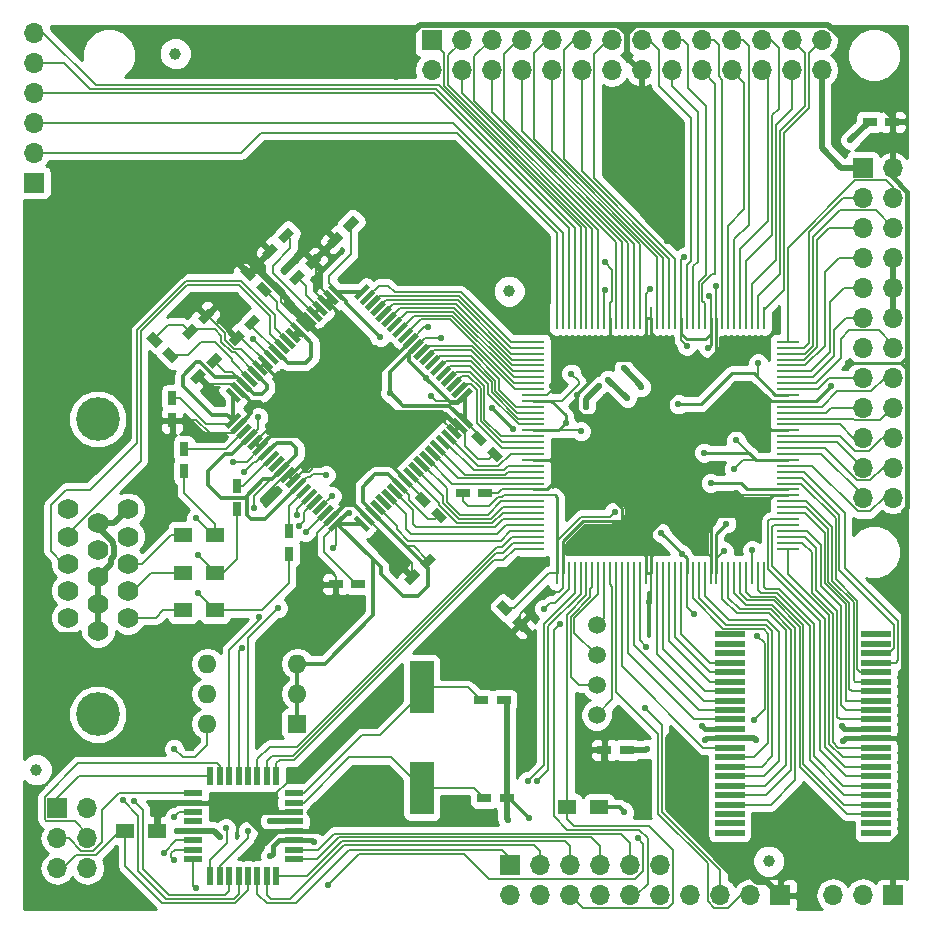
<source format=gtl>
G04 #@! TF.FileFunction,Copper,L1,Top,Signal*
%FSLAX46Y46*%
G04 Gerber Fmt 4.6, Leading zero omitted, Abs format (unit mm)*
G04 Created by KiCad (PCBNEW 4.0.6) date Tuesday, July 11, 2017 'AMt' 12:39:54 AM*
%MOMM*%
%LPD*%
G01*
G04 APERTURE LIST*
%ADD10C,0.100000*%
%ADD11C,3.700000*%
%ADD12C,1.760000*%
%ADD13C,1.000000*%
%ADD14R,0.750000X1.200000*%
%ADD15R,1.500000X1.300000*%
%ADD16R,1.600000X0.550000*%
%ADD17R,0.550000X1.600000*%
%ADD18R,2.517400X0.477000*%
%ADD19R,1.700000X1.700000*%
%ADD20O,1.700000X1.700000*%
%ADD21R,1.950000X0.250000*%
%ADD22R,0.250000X1.950000*%
%ADD23R,1.200000X0.750000*%
%ADD24R,2.000000X4.500000*%
%ADD25R,1.600000X1.600000*%
%ADD26O,1.600000X1.600000*%
%ADD27C,1.500000*%
%ADD28C,0.584200*%
%ADD29C,0.508000*%
%ADD30C,0.355600*%
%ADD31C,0.203200*%
%ADD32C,0.152400*%
%ADD33C,0.304800*%
%ADD34C,0.254000*%
%ADD35C,0.406400*%
G04 APERTURE END LIST*
D10*
D11*
X78105000Y-75265000D03*
X78105000Y-100255000D03*
D12*
X80645000Y-92075000D03*
X80645000Y-89785000D03*
X80645000Y-87495000D03*
X80645000Y-85205000D03*
X80645000Y-82915000D03*
X78105000Y-93215000D03*
X78105000Y-90925000D03*
X78105000Y-88635000D03*
X78105000Y-86345000D03*
X78105000Y-84055000D03*
X75565000Y-92075000D03*
X75565000Y-89785000D03*
X75565000Y-87495000D03*
X75565000Y-85205000D03*
X75565000Y-82915000D03*
D13*
X134899400Y-112687100D03*
X72892920Y-104950260D03*
X84670900Y-44310300D03*
D14*
X89852500Y-80965000D03*
X89852500Y-82865000D03*
X94297500Y-86675000D03*
X94297500Y-84775000D03*
X85407500Y-77790000D03*
X85407500Y-79690000D03*
D10*
G36*
X84939880Y-70020450D02*
X84409550Y-70550780D01*
X83561022Y-69702252D01*
X84091352Y-69171922D01*
X84939880Y-70020450D01*
X84939880Y-70020450D01*
G37*
G36*
X83596378Y-68676948D02*
X83066048Y-69207278D01*
X82217520Y-68358750D01*
X82747850Y-67828420D01*
X83596378Y-68676948D01*
X83596378Y-68676948D01*
G37*
D15*
X88027500Y-91440000D03*
X85327500Y-91440000D03*
X88027500Y-88265000D03*
X85327500Y-88265000D03*
X88027500Y-85090000D03*
X85327500Y-85090000D03*
X83138000Y-110109000D03*
X80438000Y-110109000D03*
X117839500Y-108140500D03*
X120539500Y-108140500D03*
D16*
X94674000Y-112528000D03*
X94674000Y-111728000D03*
X94674000Y-110928000D03*
X94674000Y-110128000D03*
X94674000Y-109328000D03*
X94674000Y-108528000D03*
X94674000Y-107728000D03*
X94674000Y-106928000D03*
D17*
X93224000Y-105478000D03*
X92424000Y-105478000D03*
X91624000Y-105478000D03*
X90824000Y-105478000D03*
X90024000Y-105478000D03*
X89224000Y-105478000D03*
X88424000Y-105478000D03*
X87624000Y-105478000D03*
D16*
X86174000Y-106928000D03*
X86174000Y-107728000D03*
X86174000Y-108528000D03*
X86174000Y-109328000D03*
X86174000Y-110128000D03*
X86174000Y-110928000D03*
X86174000Y-111728000D03*
X86174000Y-112528000D03*
D17*
X87624000Y-113978000D03*
X88424000Y-113978000D03*
X89224000Y-113978000D03*
X90024000Y-113978000D03*
X90824000Y-113978000D03*
X91624000Y-113978000D03*
X92424000Y-113978000D03*
X93224000Y-113978000D03*
D18*
X144009000Y-110294000D03*
X144009000Y-109494000D03*
X144009000Y-108694000D03*
X144009000Y-107894000D03*
X144009000Y-107094000D03*
X144009000Y-106294000D03*
X144009000Y-105494000D03*
X144009000Y-104694000D03*
X144009000Y-103894000D03*
X144009000Y-103094000D03*
X144009000Y-102294000D03*
X144009000Y-101494000D03*
X144009000Y-100694000D03*
X144009000Y-99894000D03*
X144009000Y-99094000D03*
X144009000Y-98294000D03*
X144009000Y-97494000D03*
X144009000Y-96694000D03*
X144009000Y-95894000D03*
X144009000Y-95094000D03*
X144009000Y-94294000D03*
X144009000Y-93494000D03*
X131590920Y-93494000D03*
X131590920Y-94294000D03*
X131590920Y-95094000D03*
X131590920Y-95894000D03*
X131590920Y-96694000D03*
X131590920Y-97494000D03*
X131590920Y-98294000D03*
X131590920Y-99094000D03*
X131590920Y-99894000D03*
X131590920Y-100694000D03*
X131590920Y-101494000D03*
X131590920Y-102294000D03*
X131590920Y-103094000D03*
X131590920Y-103894000D03*
X131590920Y-104694000D03*
X131590920Y-105494000D03*
X131590920Y-106294000D03*
X131590920Y-107094000D03*
X131590920Y-107894000D03*
X131590920Y-108694000D03*
X131590920Y-109494000D03*
X131590920Y-110294000D03*
D19*
X142875000Y-53975000D03*
D20*
X145415000Y-53975000D03*
X142875000Y-56515000D03*
X145415000Y-56515000D03*
X142875000Y-59055000D03*
X145415000Y-59055000D03*
X142875000Y-61595000D03*
X145415000Y-61595000D03*
X142875000Y-64135000D03*
X145415000Y-64135000D03*
X142875000Y-66675000D03*
X145415000Y-66675000D03*
X142875000Y-69215000D03*
X145415000Y-69215000D03*
X142875000Y-71755000D03*
X145415000Y-71755000D03*
X142875000Y-74295000D03*
X145415000Y-74295000D03*
X142875000Y-76835000D03*
X145415000Y-76835000D03*
X142875000Y-79375000D03*
X145415000Y-79375000D03*
X142875000Y-81915000D03*
X145415000Y-81915000D03*
D19*
X74676000Y-108204000D03*
D20*
X77216000Y-108204000D03*
X74676000Y-110744000D03*
X77216000Y-110744000D03*
X74676000Y-113284000D03*
X77216000Y-113284000D03*
D19*
X135890000Y-115570000D03*
D20*
X133350000Y-115570000D03*
X130810000Y-115570000D03*
X128270000Y-115570000D03*
X125730000Y-115570000D03*
X123190000Y-115570000D03*
X120650000Y-115570000D03*
X118110000Y-115570000D03*
X115570000Y-115570000D03*
X113030000Y-115570000D03*
D21*
X114930000Y-68720000D03*
X114930000Y-69220000D03*
X114930000Y-69720000D03*
X114930000Y-70220000D03*
X114930000Y-70720000D03*
X114930000Y-71220000D03*
X114930000Y-71720000D03*
X114930000Y-72220000D03*
X114930000Y-72720000D03*
X114930000Y-73220000D03*
X114930000Y-73720000D03*
X114930000Y-74220000D03*
X114930000Y-74720000D03*
X114930000Y-75220000D03*
X114930000Y-75720000D03*
X114930000Y-76220000D03*
X114930000Y-76720000D03*
X114930000Y-77220000D03*
X114930000Y-77720000D03*
X114930000Y-78220000D03*
X114930000Y-78720000D03*
X114930000Y-79220000D03*
X114930000Y-79720000D03*
X114930000Y-80220000D03*
X114930000Y-80720000D03*
X114930000Y-81220000D03*
X114930000Y-81720000D03*
X114930000Y-82220000D03*
X114930000Y-82720000D03*
X114930000Y-83220000D03*
X114930000Y-83720000D03*
X114930000Y-84220000D03*
X114930000Y-84720000D03*
X114930000Y-85220000D03*
X114930000Y-85720000D03*
X114930000Y-86220000D03*
D22*
X116980000Y-88270000D03*
X117480000Y-88270000D03*
X117980000Y-88270000D03*
X118480000Y-88270000D03*
X118980000Y-88270000D03*
X119480000Y-88270000D03*
X119980000Y-88270000D03*
X120480000Y-88270000D03*
X120980000Y-88270000D03*
X121480000Y-88270000D03*
X121980000Y-88270000D03*
X122480000Y-88270000D03*
X122980000Y-88270000D03*
X123480000Y-88270000D03*
X123980000Y-88270000D03*
X124480000Y-88270000D03*
X124980000Y-88270000D03*
X125480000Y-88270000D03*
X125980000Y-88270000D03*
X126480000Y-88270000D03*
X126980000Y-88270000D03*
X127480000Y-88270000D03*
X127980000Y-88270000D03*
X128480000Y-88270000D03*
X128980000Y-88270000D03*
X129480000Y-88270000D03*
X129980000Y-88270000D03*
X130480000Y-88270000D03*
X130980000Y-88270000D03*
X131480000Y-88270000D03*
X131980000Y-88270000D03*
X132480000Y-88270000D03*
X132980000Y-88270000D03*
X133480000Y-88270000D03*
X133980000Y-88270000D03*
X134480000Y-88270000D03*
D21*
X136530000Y-86220000D03*
X136530000Y-85720000D03*
X136530000Y-85220000D03*
X136530000Y-84720000D03*
X136530000Y-84220000D03*
X136530000Y-83720000D03*
X136530000Y-83220000D03*
X136530000Y-82720000D03*
X136530000Y-82220000D03*
X136530000Y-81720000D03*
X136530000Y-81220000D03*
X136530000Y-80720000D03*
X136530000Y-80220000D03*
X136530000Y-79720000D03*
X136530000Y-79220000D03*
X136530000Y-78720000D03*
X136530000Y-78220000D03*
X136530000Y-77720000D03*
X136530000Y-77220000D03*
X136530000Y-76720000D03*
X136530000Y-76220000D03*
X136530000Y-75720000D03*
X136530000Y-75220000D03*
X136530000Y-74720000D03*
X136530000Y-74220000D03*
X136530000Y-73720000D03*
X136530000Y-73220000D03*
X136530000Y-72720000D03*
X136530000Y-72220000D03*
X136530000Y-71720000D03*
X136530000Y-71220000D03*
X136530000Y-70720000D03*
X136530000Y-70220000D03*
X136530000Y-69720000D03*
X136530000Y-69220000D03*
X136530000Y-68720000D03*
D22*
X134480000Y-66670000D03*
X133980000Y-66670000D03*
X133480000Y-66670000D03*
X132980000Y-66670000D03*
X132480000Y-66670000D03*
X131980000Y-66670000D03*
X131480000Y-66670000D03*
X130980000Y-66670000D03*
X130480000Y-66670000D03*
X129980000Y-66670000D03*
X129480000Y-66670000D03*
X128980000Y-66670000D03*
X128480000Y-66670000D03*
X127980000Y-66670000D03*
X127480000Y-66670000D03*
X126980000Y-66670000D03*
X126480000Y-66670000D03*
X125980000Y-66670000D03*
X125480000Y-66670000D03*
X124980000Y-66670000D03*
X124480000Y-66670000D03*
X123980000Y-66670000D03*
X123480000Y-66670000D03*
X122980000Y-66670000D03*
X122480000Y-66670000D03*
X121980000Y-66670000D03*
X121480000Y-66670000D03*
X120980000Y-66670000D03*
X120480000Y-66670000D03*
X119980000Y-66670000D03*
X119480000Y-66670000D03*
X118980000Y-66670000D03*
X118480000Y-66670000D03*
X117980000Y-66670000D03*
X117480000Y-66670000D03*
X116980000Y-66670000D03*
D23*
X110893900Y-81559400D03*
X108993900Y-81559400D03*
D10*
G36*
X90116920Y-62745350D02*
X90647250Y-62215020D01*
X91495778Y-63063548D01*
X90965448Y-63593878D01*
X90116920Y-62745350D01*
X90116920Y-62745350D01*
G37*
G36*
X91460422Y-64088852D02*
X91990752Y-63558522D01*
X92839280Y-64407050D01*
X92308950Y-64937380D01*
X91460422Y-64088852D01*
X91460422Y-64088852D01*
G37*
G36*
X87406750Y-65821820D02*
X87937080Y-66352150D01*
X87088552Y-67200678D01*
X86558222Y-66670348D01*
X87406750Y-65821820D01*
X87406750Y-65821820D01*
G37*
G36*
X86063248Y-67165322D02*
X86593578Y-67695652D01*
X85745050Y-68544180D01*
X85214720Y-68013850D01*
X86063248Y-67165322D01*
X86063248Y-67165322D01*
G37*
G36*
X92552250Y-61711580D02*
X92021920Y-61181250D01*
X92870448Y-60332722D01*
X93400778Y-60863052D01*
X92552250Y-61711580D01*
X92552250Y-61711580D01*
G37*
G36*
X93895752Y-60368078D02*
X93365422Y-59837748D01*
X94213950Y-58989220D01*
X94744280Y-59519550D01*
X93895752Y-60368078D01*
X93895752Y-60368078D01*
G37*
D14*
X84391500Y-75372000D03*
X84391500Y-73472000D03*
D10*
G36*
X86456250Y-72328780D02*
X85925920Y-71798450D01*
X86774448Y-70949922D01*
X87304778Y-71480252D01*
X86456250Y-72328780D01*
X86456250Y-72328780D01*
G37*
G36*
X87799752Y-70985278D02*
X87269422Y-70454948D01*
X88117950Y-69606420D01*
X88648280Y-70136750D01*
X87799752Y-70985278D01*
X87799752Y-70985278D01*
G37*
G36*
X89682050Y-69077580D02*
X89151720Y-68547250D01*
X90000248Y-67698722D01*
X90530578Y-68229052D01*
X89682050Y-69077580D01*
X89682050Y-69077580D01*
G37*
G36*
X91025552Y-67734078D02*
X90495222Y-67203748D01*
X91343750Y-66355220D01*
X91874080Y-66885550D01*
X91025552Y-67734078D01*
X91025552Y-67734078D01*
G37*
G36*
X104937820Y-81909650D02*
X105468150Y-81379320D01*
X106316678Y-82227848D01*
X105786348Y-82758178D01*
X104937820Y-81909650D01*
X104937820Y-81909650D01*
G37*
G36*
X106281322Y-83253152D02*
X106811652Y-82722822D01*
X107660180Y-83571350D01*
X107129850Y-84101680D01*
X106281322Y-83253152D01*
X106281322Y-83253152D01*
G37*
G36*
X112397280Y-78351650D02*
X111866950Y-78881980D01*
X111018422Y-78033452D01*
X111548752Y-77503122D01*
X112397280Y-78351650D01*
X112397280Y-78351650D01*
G37*
G36*
X111053778Y-77008148D02*
X110523448Y-77538478D01*
X109674920Y-76689950D01*
X110205250Y-76159620D01*
X111053778Y-77008148D01*
X111053778Y-77008148D01*
G37*
G36*
X104579150Y-89295980D02*
X104048820Y-88765650D01*
X104897348Y-87917122D01*
X105427678Y-88447452D01*
X104579150Y-89295980D01*
X104579150Y-89295980D01*
G37*
G36*
X105922652Y-87952478D02*
X105392322Y-87422148D01*
X106240850Y-86573620D01*
X106771180Y-87103950D01*
X105922652Y-87952478D01*
X105922652Y-87952478D01*
G37*
D23*
X98237000Y-89242900D03*
X100137000Y-89242900D03*
D10*
G36*
X98038650Y-60746380D02*
X97508320Y-60216050D01*
X98356848Y-59367522D01*
X98887178Y-59897852D01*
X98038650Y-60746380D01*
X98038650Y-60746380D01*
G37*
G36*
X99382152Y-59402878D02*
X98851822Y-58872548D01*
X99700350Y-58024020D01*
X100230680Y-58554350D01*
X99382152Y-59402878D01*
X99382152Y-59402878D01*
G37*
G36*
X96474550Y-61224420D02*
X97004880Y-61754750D01*
X96156352Y-62603278D01*
X95626022Y-62072948D01*
X96474550Y-61224420D01*
X96474550Y-61224420D01*
G37*
G36*
X95131048Y-62567922D02*
X95661378Y-63098252D01*
X94812850Y-63946780D01*
X94282520Y-63416450D01*
X95131048Y-62567922D01*
X95131048Y-62567922D01*
G37*
D19*
X113030000Y-113030000D03*
D20*
X115570000Y-113030000D03*
X118110000Y-113030000D03*
X120650000Y-113030000D03*
X123190000Y-113030000D03*
X125730000Y-113030000D03*
D23*
X110810000Y-107378500D03*
X112710000Y-107378500D03*
X110556000Y-99060000D03*
X112456000Y-99060000D03*
D24*
X105537000Y-106485000D03*
X105537000Y-97985000D03*
D19*
X145415000Y-115570000D03*
D20*
X142875000Y-115570000D03*
X140335000Y-115570000D03*
D23*
X145361700Y-50088800D03*
X143461700Y-50088800D03*
X120982700Y-103276400D03*
X122882700Y-103276400D03*
D19*
X72707500Y-55245000D03*
D20*
X72707500Y-52705000D03*
X72707500Y-50165000D03*
X72707500Y-47625000D03*
X72707500Y-45085000D03*
X72707500Y-42545000D03*
D19*
X106362500Y-43180000D03*
D20*
X106362500Y-45720000D03*
X108902500Y-43180000D03*
X108902500Y-45720000D03*
X111442500Y-43180000D03*
X111442500Y-45720000D03*
X113982500Y-43180000D03*
X113982500Y-45720000D03*
X116522500Y-43180000D03*
X116522500Y-45720000D03*
X119062500Y-43180000D03*
X119062500Y-45720000D03*
X121602500Y-43180000D03*
X121602500Y-45720000D03*
X124142500Y-43180000D03*
X124142500Y-45720000D03*
X126682500Y-43180000D03*
X126682500Y-45720000D03*
X129222500Y-43180000D03*
X129222500Y-45720000D03*
X131762500Y-43180000D03*
X131762500Y-45720000D03*
X134302500Y-43180000D03*
X134302500Y-45720000D03*
X136842500Y-43180000D03*
X136842500Y-45720000D03*
X139382500Y-43180000D03*
X139382500Y-45720000D03*
D10*
G36*
X114581680Y-92778850D02*
X114051350Y-93309180D01*
X113202822Y-92460652D01*
X113733152Y-91930322D01*
X114581680Y-92778850D01*
X114581680Y-92778850D01*
G37*
G36*
X113238178Y-91435348D02*
X112707848Y-91965678D01*
X111859320Y-91117150D01*
X112389650Y-90586820D01*
X113238178Y-91435348D01*
X113238178Y-91435348D01*
G37*
D25*
X95008700Y-101041200D03*
D26*
X87388700Y-95961200D03*
X95008700Y-98501200D03*
X87388700Y-98501200D03*
X95008700Y-95961200D03*
X87388700Y-101041200D03*
D27*
X120332500Y-100330000D03*
X120332500Y-92710000D03*
X120332500Y-95250000D03*
X120332500Y-97790000D03*
D13*
X112928400Y-64427100D03*
D10*
G36*
X109559838Y-72527233D02*
X109878036Y-72845431D01*
X108817376Y-73906091D01*
X108499178Y-73587893D01*
X109559838Y-72527233D01*
X109559838Y-72527233D01*
G37*
G36*
X109100218Y-72067614D02*
X109418416Y-72385812D01*
X108357756Y-73446472D01*
X108039558Y-73128274D01*
X109100218Y-72067614D01*
X109100218Y-72067614D01*
G37*
G36*
X108640599Y-71607994D02*
X108958797Y-71926192D01*
X107898137Y-72986852D01*
X107579939Y-72668654D01*
X108640599Y-71607994D01*
X108640599Y-71607994D01*
G37*
G36*
X108180979Y-71148375D02*
X108499177Y-71466573D01*
X107438517Y-72527233D01*
X107120319Y-72209035D01*
X108180979Y-71148375D01*
X108180979Y-71148375D01*
G37*
G36*
X107721360Y-70688756D02*
X108039558Y-71006954D01*
X106978898Y-72067614D01*
X106660700Y-71749416D01*
X107721360Y-70688756D01*
X107721360Y-70688756D01*
G37*
G36*
X107261741Y-70229136D02*
X107579939Y-70547334D01*
X106519279Y-71607994D01*
X106201081Y-71289796D01*
X107261741Y-70229136D01*
X107261741Y-70229136D01*
G37*
G36*
X106802121Y-69769517D02*
X107120319Y-70087715D01*
X106059659Y-71148375D01*
X105741461Y-70830177D01*
X106802121Y-69769517D01*
X106802121Y-69769517D01*
G37*
G36*
X106342502Y-69309897D02*
X106660700Y-69628095D01*
X105600040Y-70688755D01*
X105281842Y-70370557D01*
X106342502Y-69309897D01*
X106342502Y-69309897D01*
G37*
G36*
X105882882Y-68850278D02*
X106201080Y-69168476D01*
X105140420Y-70229136D01*
X104822222Y-69910938D01*
X105882882Y-68850278D01*
X105882882Y-68850278D01*
G37*
G36*
X105423263Y-68390658D02*
X105741461Y-68708856D01*
X104680801Y-69769516D01*
X104362603Y-69451318D01*
X105423263Y-68390658D01*
X105423263Y-68390658D01*
G37*
G36*
X104963644Y-67931039D02*
X105281842Y-68249237D01*
X104221182Y-69309897D01*
X103902984Y-68991699D01*
X104963644Y-67931039D01*
X104963644Y-67931039D01*
G37*
G36*
X104504024Y-67471420D02*
X104822222Y-67789618D01*
X103761562Y-68850278D01*
X103443364Y-68532080D01*
X104504024Y-67471420D01*
X104504024Y-67471420D01*
G37*
G36*
X104044405Y-67011800D02*
X104362603Y-67329998D01*
X103301943Y-68390658D01*
X102983745Y-68072460D01*
X104044405Y-67011800D01*
X104044405Y-67011800D01*
G37*
G36*
X103584785Y-66552181D02*
X103902983Y-66870379D01*
X102842323Y-67931039D01*
X102524125Y-67612841D01*
X103584785Y-66552181D01*
X103584785Y-66552181D01*
G37*
G36*
X103125166Y-66092561D02*
X103443364Y-66410759D01*
X102382704Y-67471419D01*
X102064506Y-67153221D01*
X103125166Y-66092561D01*
X103125166Y-66092561D01*
G37*
G36*
X102665546Y-65632942D02*
X102983744Y-65951140D01*
X101923084Y-67011800D01*
X101604886Y-66693602D01*
X102665546Y-65632942D01*
X102665546Y-65632942D01*
G37*
G36*
X102205927Y-65173323D02*
X102524125Y-65491521D01*
X101463465Y-66552181D01*
X101145267Y-66233983D01*
X102205927Y-65173323D01*
X102205927Y-65173323D01*
G37*
G36*
X101746308Y-64713703D02*
X102064506Y-65031901D01*
X101003846Y-66092561D01*
X100685648Y-65774363D01*
X101746308Y-64713703D01*
X101746308Y-64713703D01*
G37*
G36*
X101286688Y-64254084D02*
X101604886Y-64572282D01*
X100544226Y-65632942D01*
X100226028Y-65314744D01*
X101286688Y-64254084D01*
X101286688Y-64254084D01*
G37*
G36*
X100827069Y-63794464D02*
X101145267Y-64112662D01*
X100084607Y-65173322D01*
X99766409Y-64855124D01*
X100827069Y-63794464D01*
X100827069Y-63794464D01*
G37*
G36*
X97609733Y-64112662D02*
X97927931Y-63794464D01*
X98988591Y-64855124D01*
X98670393Y-65173322D01*
X97609733Y-64112662D01*
X97609733Y-64112662D01*
G37*
G36*
X97150114Y-64572282D02*
X97468312Y-64254084D01*
X98528972Y-65314744D01*
X98210774Y-65632942D01*
X97150114Y-64572282D01*
X97150114Y-64572282D01*
G37*
G36*
X96690494Y-65031901D02*
X97008692Y-64713703D01*
X98069352Y-65774363D01*
X97751154Y-66092561D01*
X96690494Y-65031901D01*
X96690494Y-65031901D01*
G37*
G36*
X96230875Y-65491521D02*
X96549073Y-65173323D01*
X97609733Y-66233983D01*
X97291535Y-66552181D01*
X96230875Y-65491521D01*
X96230875Y-65491521D01*
G37*
G36*
X95771256Y-65951140D02*
X96089454Y-65632942D01*
X97150114Y-66693602D01*
X96831916Y-67011800D01*
X95771256Y-65951140D01*
X95771256Y-65951140D01*
G37*
G36*
X95311636Y-66410759D02*
X95629834Y-66092561D01*
X96690494Y-67153221D01*
X96372296Y-67471419D01*
X95311636Y-66410759D01*
X95311636Y-66410759D01*
G37*
G36*
X94852017Y-66870379D02*
X95170215Y-66552181D01*
X96230875Y-67612841D01*
X95912677Y-67931039D01*
X94852017Y-66870379D01*
X94852017Y-66870379D01*
G37*
G36*
X94392397Y-67329998D02*
X94710595Y-67011800D01*
X95771255Y-68072460D01*
X95453057Y-68390658D01*
X94392397Y-67329998D01*
X94392397Y-67329998D01*
G37*
G36*
X93932778Y-67789618D02*
X94250976Y-67471420D01*
X95311636Y-68532080D01*
X94993438Y-68850278D01*
X93932778Y-67789618D01*
X93932778Y-67789618D01*
G37*
G36*
X93473158Y-68249237D02*
X93791356Y-67931039D01*
X94852016Y-68991699D01*
X94533818Y-69309897D01*
X93473158Y-68249237D01*
X93473158Y-68249237D01*
G37*
G36*
X93013539Y-68708856D02*
X93331737Y-68390658D01*
X94392397Y-69451318D01*
X94074199Y-69769516D01*
X93013539Y-68708856D01*
X93013539Y-68708856D01*
G37*
G36*
X92553920Y-69168476D02*
X92872118Y-68850278D01*
X93932778Y-69910938D01*
X93614580Y-70229136D01*
X92553920Y-69168476D01*
X92553920Y-69168476D01*
G37*
G36*
X92094300Y-69628095D02*
X92412498Y-69309897D01*
X93473158Y-70370557D01*
X93154960Y-70688755D01*
X92094300Y-69628095D01*
X92094300Y-69628095D01*
G37*
G36*
X91634681Y-70087715D02*
X91952879Y-69769517D01*
X93013539Y-70830177D01*
X92695341Y-71148375D01*
X91634681Y-70087715D01*
X91634681Y-70087715D01*
G37*
G36*
X91175061Y-70547334D02*
X91493259Y-70229136D01*
X92553919Y-71289796D01*
X92235721Y-71607994D01*
X91175061Y-70547334D01*
X91175061Y-70547334D01*
G37*
G36*
X90715442Y-71006954D02*
X91033640Y-70688756D01*
X92094300Y-71749416D01*
X91776102Y-72067614D01*
X90715442Y-71006954D01*
X90715442Y-71006954D01*
G37*
G36*
X90255823Y-71466573D02*
X90574021Y-71148375D01*
X91634681Y-72209035D01*
X91316483Y-72527233D01*
X90255823Y-71466573D01*
X90255823Y-71466573D01*
G37*
G36*
X89796203Y-71926192D02*
X90114401Y-71607994D01*
X91175061Y-72668654D01*
X90856863Y-72986852D01*
X89796203Y-71926192D01*
X89796203Y-71926192D01*
G37*
G36*
X89336584Y-72385812D02*
X89654782Y-72067614D01*
X90715442Y-73128274D01*
X90397244Y-73446472D01*
X89336584Y-72385812D01*
X89336584Y-72385812D01*
G37*
G36*
X88876964Y-72845431D02*
X89195162Y-72527233D01*
X90255822Y-73587893D01*
X89937624Y-73906091D01*
X88876964Y-72845431D01*
X88876964Y-72845431D01*
G37*
G36*
X89937624Y-74683909D02*
X90255822Y-75002107D01*
X89195162Y-76062767D01*
X88876964Y-75744569D01*
X89937624Y-74683909D01*
X89937624Y-74683909D01*
G37*
G36*
X90397244Y-75143528D02*
X90715442Y-75461726D01*
X89654782Y-76522386D01*
X89336584Y-76204188D01*
X90397244Y-75143528D01*
X90397244Y-75143528D01*
G37*
G36*
X90856863Y-75603148D02*
X91175061Y-75921346D01*
X90114401Y-76982006D01*
X89796203Y-76663808D01*
X90856863Y-75603148D01*
X90856863Y-75603148D01*
G37*
G36*
X91316483Y-76062767D02*
X91634681Y-76380965D01*
X90574021Y-77441625D01*
X90255823Y-77123427D01*
X91316483Y-76062767D01*
X91316483Y-76062767D01*
G37*
G36*
X91776102Y-76522386D02*
X92094300Y-76840584D01*
X91033640Y-77901244D01*
X90715442Y-77583046D01*
X91776102Y-76522386D01*
X91776102Y-76522386D01*
G37*
G36*
X92235721Y-76982006D02*
X92553919Y-77300204D01*
X91493259Y-78360864D01*
X91175061Y-78042666D01*
X92235721Y-76982006D01*
X92235721Y-76982006D01*
G37*
G36*
X92695341Y-77441625D02*
X93013539Y-77759823D01*
X91952879Y-78820483D01*
X91634681Y-78502285D01*
X92695341Y-77441625D01*
X92695341Y-77441625D01*
G37*
G36*
X93154960Y-77901245D02*
X93473158Y-78219443D01*
X92412498Y-79280103D01*
X92094300Y-78961905D01*
X93154960Y-77901245D01*
X93154960Y-77901245D01*
G37*
G36*
X93614580Y-78360864D02*
X93932778Y-78679062D01*
X92872118Y-79739722D01*
X92553920Y-79421524D01*
X93614580Y-78360864D01*
X93614580Y-78360864D01*
G37*
G36*
X94074199Y-78820484D02*
X94392397Y-79138682D01*
X93331737Y-80199342D01*
X93013539Y-79881144D01*
X94074199Y-78820484D01*
X94074199Y-78820484D01*
G37*
G36*
X94533818Y-79280103D02*
X94852016Y-79598301D01*
X93791356Y-80658961D01*
X93473158Y-80340763D01*
X94533818Y-79280103D01*
X94533818Y-79280103D01*
G37*
G36*
X94993438Y-79739722D02*
X95311636Y-80057920D01*
X94250976Y-81118580D01*
X93932778Y-80800382D01*
X94993438Y-79739722D01*
X94993438Y-79739722D01*
G37*
G36*
X95453057Y-80199342D02*
X95771255Y-80517540D01*
X94710595Y-81578200D01*
X94392397Y-81260002D01*
X95453057Y-80199342D01*
X95453057Y-80199342D01*
G37*
G36*
X95912677Y-80658961D02*
X96230875Y-80977159D01*
X95170215Y-82037819D01*
X94852017Y-81719621D01*
X95912677Y-80658961D01*
X95912677Y-80658961D01*
G37*
G36*
X96372296Y-81118581D02*
X96690494Y-81436779D01*
X95629834Y-82497439D01*
X95311636Y-82179241D01*
X96372296Y-81118581D01*
X96372296Y-81118581D01*
G37*
G36*
X96831916Y-81578200D02*
X97150114Y-81896398D01*
X96089454Y-82957058D01*
X95771256Y-82638860D01*
X96831916Y-81578200D01*
X96831916Y-81578200D01*
G37*
G36*
X97291535Y-82037819D02*
X97609733Y-82356017D01*
X96549073Y-83416677D01*
X96230875Y-83098479D01*
X97291535Y-82037819D01*
X97291535Y-82037819D01*
G37*
G36*
X97751154Y-82497439D02*
X98069352Y-82815637D01*
X97008692Y-83876297D01*
X96690494Y-83558099D01*
X97751154Y-82497439D01*
X97751154Y-82497439D01*
G37*
G36*
X98210774Y-82957058D02*
X98528972Y-83275256D01*
X97468312Y-84335916D01*
X97150114Y-84017718D01*
X98210774Y-82957058D01*
X98210774Y-82957058D01*
G37*
G36*
X98670393Y-83416678D02*
X98988591Y-83734876D01*
X97927931Y-84795536D01*
X97609733Y-84477338D01*
X98670393Y-83416678D01*
X98670393Y-83416678D01*
G37*
G36*
X99766409Y-83734876D02*
X100084607Y-83416678D01*
X101145267Y-84477338D01*
X100827069Y-84795536D01*
X99766409Y-83734876D01*
X99766409Y-83734876D01*
G37*
G36*
X100226028Y-83275256D02*
X100544226Y-82957058D01*
X101604886Y-84017718D01*
X101286688Y-84335916D01*
X100226028Y-83275256D01*
X100226028Y-83275256D01*
G37*
G36*
X100685648Y-82815637D02*
X101003846Y-82497439D01*
X102064506Y-83558099D01*
X101746308Y-83876297D01*
X100685648Y-82815637D01*
X100685648Y-82815637D01*
G37*
G36*
X101145267Y-82356017D02*
X101463465Y-82037819D01*
X102524125Y-83098479D01*
X102205927Y-83416677D01*
X101145267Y-82356017D01*
X101145267Y-82356017D01*
G37*
G36*
X101604886Y-81896398D02*
X101923084Y-81578200D01*
X102983744Y-82638860D01*
X102665546Y-82957058D01*
X101604886Y-81896398D01*
X101604886Y-81896398D01*
G37*
G36*
X102064506Y-81436779D02*
X102382704Y-81118581D01*
X103443364Y-82179241D01*
X103125166Y-82497439D01*
X102064506Y-81436779D01*
X102064506Y-81436779D01*
G37*
G36*
X102524125Y-80977159D02*
X102842323Y-80658961D01*
X103902983Y-81719621D01*
X103584785Y-82037819D01*
X102524125Y-80977159D01*
X102524125Y-80977159D01*
G37*
G36*
X102983745Y-80517540D02*
X103301943Y-80199342D01*
X104362603Y-81260002D01*
X104044405Y-81578200D01*
X102983745Y-80517540D01*
X102983745Y-80517540D01*
G37*
G36*
X103443364Y-80057920D02*
X103761562Y-79739722D01*
X104822222Y-80800382D01*
X104504024Y-81118580D01*
X103443364Y-80057920D01*
X103443364Y-80057920D01*
G37*
G36*
X103902984Y-79598301D02*
X104221182Y-79280103D01*
X105281842Y-80340763D01*
X104963644Y-80658961D01*
X103902984Y-79598301D01*
X103902984Y-79598301D01*
G37*
G36*
X104362603Y-79138682D02*
X104680801Y-78820484D01*
X105741461Y-79881144D01*
X105423263Y-80199342D01*
X104362603Y-79138682D01*
X104362603Y-79138682D01*
G37*
G36*
X104822222Y-78679062D02*
X105140420Y-78360864D01*
X106201080Y-79421524D01*
X105882882Y-79739722D01*
X104822222Y-78679062D01*
X104822222Y-78679062D01*
G37*
G36*
X105281842Y-78219443D02*
X105600040Y-77901245D01*
X106660700Y-78961905D01*
X106342502Y-79280103D01*
X105281842Y-78219443D01*
X105281842Y-78219443D01*
G37*
G36*
X105741461Y-77759823D02*
X106059659Y-77441625D01*
X107120319Y-78502285D01*
X106802121Y-78820483D01*
X105741461Y-77759823D01*
X105741461Y-77759823D01*
G37*
G36*
X106201081Y-77300204D02*
X106519279Y-76982006D01*
X107579939Y-78042666D01*
X107261741Y-78360864D01*
X106201081Y-77300204D01*
X106201081Y-77300204D01*
G37*
G36*
X106660700Y-76840584D02*
X106978898Y-76522386D01*
X108039558Y-77583046D01*
X107721360Y-77901244D01*
X106660700Y-76840584D01*
X106660700Y-76840584D01*
G37*
G36*
X107120319Y-76380965D02*
X107438517Y-76062767D01*
X108499177Y-77123427D01*
X108180979Y-77441625D01*
X107120319Y-76380965D01*
X107120319Y-76380965D01*
G37*
G36*
X107579939Y-75921346D02*
X107898137Y-75603148D01*
X108958797Y-76663808D01*
X108640599Y-76982006D01*
X107579939Y-75921346D01*
X107579939Y-75921346D01*
G37*
G36*
X108039558Y-75461726D02*
X108357756Y-75143528D01*
X109418416Y-76204188D01*
X109100218Y-76522386D01*
X108039558Y-75461726D01*
X108039558Y-75461726D01*
G37*
G36*
X108499178Y-75002107D02*
X108817376Y-74683909D01*
X109878036Y-75744569D01*
X109559838Y-76062767D01*
X108499178Y-75002107D01*
X108499178Y-75002107D01*
G37*
D28*
X126834900Y-101777800D03*
X77851000Y-95135700D03*
X116865400Y-79502000D03*
X111455200Y-74282300D03*
X113258600Y-76073000D03*
X107162600Y-74803000D03*
X132461000Y-68440300D03*
X126288800Y-60147200D03*
X96685100Y-79006700D03*
X92125800Y-82080100D03*
X89535000Y-78867000D03*
X92532200Y-75806300D03*
X106337100Y-75311000D03*
X106057700Y-67487800D03*
X124861320Y-64282320D03*
X141655800Y-70530720D03*
X140223240Y-72450960D03*
X130423920Y-63962280D03*
X126095760Y-68991480D03*
X132100320Y-72359520D03*
X132115560Y-74988420D03*
X132138420Y-81549240D03*
X127934720Y-85608160D03*
X123502420Y-83154520D03*
X124736860Y-90721180D03*
X119009160Y-78468220D03*
X116540280Y-72456040D03*
X121056400Y-61986160D03*
X120967500Y-104775000D03*
X129540000Y-70548500D03*
X118681500Y-73215500D03*
X103314500Y-46291500D03*
X84455000Y-107759500D03*
X97028000Y-110109000D03*
X92265500Y-111125000D03*
X129222500Y-101219000D03*
X141160500Y-102489000D03*
X91249500Y-68503800D03*
X86550500Y-86766400D03*
X86550500Y-89966800D03*
X86423500Y-83616800D03*
X95719900Y-84810600D03*
X99352100Y-83248500D03*
X98005900Y-86207600D03*
X105854500Y-71818500D03*
X102870000Y-73063100D03*
X101968300Y-68338700D03*
X97409000Y-79984600D03*
X91325700Y-82829400D03*
X90449400Y-79768700D03*
X91694000Y-75120500D03*
X106311700Y-73279000D03*
X107124500Y-68402200D03*
X122628660Y-70967600D03*
X118193820Y-71414640D03*
X121066560Y-64363600D03*
X127726440Y-61539120D03*
X129753360Y-69220080D03*
X127269240Y-74020680D03*
X129448560Y-78105000D03*
X129987040Y-80690720D03*
X131328160Y-84104480D03*
X121310400Y-71932800D03*
X122910600Y-73494900D03*
X125806200Y-84886800D03*
X117713760Y-75590400D03*
X127581660Y-86674960D03*
X124137420Y-72560180D03*
X119440960Y-74249280D03*
X120538240Y-72440800D03*
X129867660Y-64869060D03*
X127970280Y-69049900D03*
X134018020Y-70535800D03*
X132120640Y-77038200D03*
X131963160Y-79461360D03*
X131102100Y-86464140D03*
X121866660Y-83096100D03*
X128564640Y-91782900D03*
X119032020Y-76296520D03*
X141820900Y-51638200D03*
X124625100Y-103200200D03*
X122669300Y-108508800D03*
X114592100Y-109016800D03*
X112839500Y-109220000D03*
X133794500Y-102425500D03*
X92646500Y-109283500D03*
X88455500Y-110617000D03*
X84772500Y-110109000D03*
X92710000Y-112268000D03*
X96393000Y-111061500D03*
X129476500Y-102425500D03*
X141097000Y-101282500D03*
X81153000Y-107569000D03*
X80200500Y-107505500D03*
X124460000Y-99758500D03*
X124523500Y-94551500D03*
X117221000Y-92646500D03*
X115887500Y-91313000D03*
X94932500Y-83413600D03*
X93357700Y-91274900D03*
X95148400Y-84328000D03*
X91770200Y-92036900D03*
X97904300Y-81762600D03*
X90271600Y-94615000D03*
X84569300Y-103174800D03*
X84518500Y-112572800D03*
X84594700Y-108940600D03*
X83680300Y-112014000D03*
X133946900Y-93586300D03*
X133642100Y-100723700D03*
X123825000Y-110769400D03*
X97586800Y-114731800D03*
X86385400Y-114998500D03*
X133489700Y-86334600D03*
X88938100Y-109867700D03*
X114490500Y-105918000D03*
X115277900Y-105918000D03*
X90792300Y-110172500D03*
D29*
X135890000Y-115570000D02*
X135890000Y-115531900D01*
X135890000Y-115531900D02*
X134772400Y-114414300D01*
X134772400Y-114414300D02*
X133883400Y-114414300D01*
X133883400Y-114414300D02*
X133121400Y-113652300D01*
X133121400Y-113652300D02*
X131686300Y-113652300D01*
X131686300Y-113652300D02*
X126339602Y-108305602D01*
X126339602Y-108305602D02*
X126339602Y-102273098D01*
X126339602Y-102273098D02*
X126834900Y-101777800D01*
X99752150Y-71037450D02*
X99752150Y-74707750D01*
X94221300Y-65506600D02*
X99752150Y-71037450D01*
X94221300Y-65138300D02*
X94221300Y-65506600D01*
X90932000Y-61849000D02*
X94221300Y-65138300D01*
X86385400Y-61849000D02*
X90932000Y-61849000D01*
X80759300Y-67475100D02*
X86385400Y-61849000D01*
X80759300Y-76822300D02*
X80759300Y-67475100D01*
X77762100Y-79819500D02*
X80759300Y-76822300D01*
X74676000Y-79819500D02*
X77762100Y-79819500D01*
X73113900Y-81381600D02*
X74676000Y-79819500D01*
X73113900Y-92227400D02*
X73113900Y-81381600D01*
X74460100Y-93573600D02*
X73113900Y-92227400D01*
X76288900Y-93573600D02*
X74460100Y-93573600D01*
X77851000Y-95135700D02*
X76288900Y-93573600D01*
D30*
X116865400Y-79502000D02*
X117647400Y-78720000D01*
X117647400Y-78720000D02*
X118585300Y-78720000D01*
X118585300Y-78720000D02*
X120495060Y-80629760D01*
X126175770Y-80629760D02*
X120495060Y-80629760D01*
X111467900Y-74282300D02*
X111455200Y-74282300D01*
X113258600Y-76073000D02*
X111467900Y-74282300D01*
X108728987Y-75832957D02*
X108637057Y-75832957D01*
X108637057Y-75832957D02*
X107607100Y-74803000D01*
X107607100Y-74803000D02*
X107162600Y-74803000D01*
X124142500Y-45720000D02*
X124142500Y-58000900D01*
X130352800Y-70548500D02*
X129540000Y-70548500D01*
X132461000Y-68440300D02*
X130352800Y-70548500D01*
X124142500Y-58000900D02*
X126288800Y-60147200D01*
D31*
X92989400Y-107035600D02*
X93103700Y-107035600D01*
D30*
X90271600Y-107899200D02*
X91135200Y-107035600D01*
X91135200Y-107035600D02*
X92989400Y-107035600D01*
X90271600Y-108528000D02*
X90271600Y-107899200D01*
D31*
X93103700Y-107035600D02*
X94189550Y-105949750D01*
X94189550Y-105949750D02*
X94195900Y-105943400D01*
D32*
X94622207Y-80429151D02*
X94653049Y-80429151D01*
X94653049Y-80429151D02*
X95364300Y-79717900D01*
X95973900Y-79717900D02*
X96685100Y-79006700D01*
X95364300Y-79717900D02*
X95973900Y-79717900D01*
X94162587Y-79969532D02*
X93995068Y-79969532D01*
X93995068Y-79969532D02*
X92125800Y-81838800D01*
X92125800Y-81838800D02*
X92125800Y-82080100D01*
X91864490Y-77671435D02*
X91864490Y-77705910D01*
X91864490Y-77705910D02*
X90703400Y-78867000D01*
X90703400Y-78867000D02*
X89535000Y-78867000D01*
X91404871Y-77211815D02*
X91418785Y-77211815D01*
X91418785Y-77211815D02*
X92532200Y-76098400D01*
X92532200Y-76098400D02*
X92532200Y-75806300D01*
D33*
X93599000Y-74980800D02*
X94678500Y-74980800D01*
X95897700Y-76200000D02*
X95897700Y-76657200D01*
X94678500Y-74980800D02*
X95897700Y-76200000D01*
X91864490Y-77671435D02*
X91864490Y-77578910D01*
X91864490Y-77578910D02*
X92786200Y-76657200D01*
X92786200Y-76657200D02*
X95897700Y-76657200D01*
X95897700Y-76657200D02*
X97967800Y-74587100D01*
D32*
X97839543Y-83646487D02*
X97839543Y-83706957D01*
X97839543Y-83706957D02*
X96659700Y-84886800D01*
X98237000Y-88597700D02*
X98237000Y-89242900D01*
X96659700Y-87020400D02*
X98237000Y-88597700D01*
X96659700Y-84886800D02*
X96659700Y-87020400D01*
D33*
X94339178Y-80146122D02*
X94339178Y-80120722D01*
X94339178Y-80120722D02*
X99161600Y-75298300D01*
X99872800Y-76111100D02*
X99872800Y-78778100D01*
X99872800Y-78778100D02*
X99161600Y-79489300D01*
X100915457Y-83646487D02*
X100915457Y-83579957D01*
X100915457Y-83579957D02*
X99161600Y-81826100D01*
X99161600Y-81826100D02*
X99161600Y-79489300D01*
X99161600Y-75298300D02*
X99752150Y-74707750D01*
X99752150Y-74707750D02*
X99872800Y-74587100D01*
X99161600Y-79489300D02*
X99161600Y-75298300D01*
X104132793Y-80429151D02*
X104132793Y-80371093D01*
X104132793Y-80371093D02*
X99872800Y-76111100D01*
X99872800Y-76111100D02*
X99872800Y-74587100D01*
X108728987Y-75832957D02*
X108446557Y-75832957D01*
X108446557Y-75832957D02*
X107238800Y-74625200D01*
X101968300Y-73583800D02*
X100876100Y-73583800D01*
X103009700Y-74625200D02*
X101968300Y-73583800D01*
X107238800Y-74625200D02*
X103009700Y-74625200D01*
X100330000Y-69138800D02*
X101625400Y-69138800D01*
X103324781Y-69888100D02*
X104592413Y-68620468D01*
X102374700Y-69888100D02*
X103324781Y-69888100D01*
X101625400Y-69138800D02*
X102374700Y-69888100D01*
X100876100Y-72339200D02*
X100876100Y-73583800D01*
X97967800Y-74587100D02*
X96532700Y-73152000D01*
X99872800Y-74587100D02*
X97967800Y-74587100D01*
X100876100Y-73583800D02*
X99872800Y-74587100D01*
X104592413Y-68620468D02*
X104592413Y-68622887D01*
X104592413Y-68622887D02*
X100876100Y-72339200D01*
X94602300Y-73152000D02*
X94602300Y-74053700D01*
X91824030Y-73840830D02*
X91109800Y-73840830D01*
X92964000Y-74980800D02*
X91824030Y-73840830D01*
X93675200Y-74980800D02*
X93599000Y-74980800D01*
X93599000Y-74980800D02*
X92964000Y-74980800D01*
X94602300Y-74053700D02*
X93675200Y-74980800D01*
X92072228Y-70710828D02*
X92161128Y-70710828D01*
X99860100Y-69824600D02*
X99860100Y-69621400D01*
X97878900Y-71805800D02*
X99860100Y-69824600D01*
X96532700Y-73152000D02*
X97878900Y-71805800D01*
X94602300Y-73152000D02*
X96532700Y-73152000D01*
X92161128Y-70710828D02*
X94602300Y-73152000D01*
X97839543Y-64943513D02*
X97839543Y-65632343D01*
X97839543Y-65632343D02*
X100330000Y-68122800D01*
X100330000Y-68122800D02*
X100330000Y-69138800D01*
X100330000Y-69138800D02*
X100330000Y-69151500D01*
X100330000Y-69151500D02*
X99860100Y-69621400D01*
X95748878Y-67034178D02*
X95748878Y-67034177D01*
X98336100Y-69621400D02*
X95748878Y-67034178D01*
X99860100Y-69621400D02*
X98336100Y-69621400D01*
X97379923Y-65403132D02*
X97379924Y-65403132D01*
X97379924Y-65403132D02*
X97839543Y-64943513D01*
X95541446Y-67241610D02*
X95541446Y-67241609D01*
X95541446Y-67241609D02*
X95748878Y-67034177D01*
X95748878Y-67034177D02*
X96001065Y-66781990D01*
X108269368Y-76292577D02*
X108269368Y-76292576D01*
X108269368Y-76292576D02*
X108728987Y-75832957D01*
X97839543Y-83646487D02*
X97861913Y-83646487D01*
X97861913Y-83646487D02*
X99009200Y-82499200D01*
X99009200Y-82499200D02*
X99768170Y-82499200D01*
X99768170Y-82499200D02*
X100915457Y-83646487D01*
X94162587Y-79969532D02*
X94162588Y-79969532D01*
X94162588Y-79969532D02*
X94339178Y-80146122D01*
X94339178Y-80146122D02*
X94622207Y-80429151D01*
X91404871Y-77211815D02*
X91404871Y-77211816D01*
X91404871Y-77211816D02*
X91864490Y-77671435D01*
X91864490Y-70918565D02*
X91864491Y-70918565D01*
X91864491Y-70918565D02*
X92072228Y-70710828D01*
X92072228Y-70710828D02*
X92324110Y-70458946D01*
X90026013Y-75832957D02*
X90029043Y-75832957D01*
X90029043Y-75832957D02*
X91109800Y-74752200D01*
X91109800Y-74752200D02*
X91109800Y-73840830D01*
X91109800Y-73840830D02*
X90026013Y-72757043D01*
D32*
X104738249Y-88606551D02*
X104738249Y-87469279D01*
X104738249Y-87469279D02*
X100915457Y-83646487D01*
X105627249Y-82068749D02*
X105627249Y-81923607D01*
X105627249Y-81923607D02*
X104132793Y-80429151D01*
X108269368Y-76292577D02*
X108258477Y-76292577D01*
X108258477Y-76292577D02*
X107276900Y-75311000D01*
X107276900Y-75311000D02*
X106337100Y-75311000D01*
X104592413Y-68620468D02*
X104620232Y-68620468D01*
X104620232Y-68620468D02*
X105752900Y-67487800D01*
X105752900Y-67487800D02*
X106057700Y-67487800D01*
X97839543Y-64943513D02*
X97798413Y-64943513D01*
X97798413Y-64943513D02*
X97116900Y-64262000D01*
X97116900Y-64262000D02*
X97116900Y-62915800D01*
X97116900Y-62915800D02*
X97701100Y-62331600D01*
X97701100Y-62331600D02*
X97701100Y-60553600D01*
X97701100Y-60553600D02*
X98197749Y-60056951D01*
X97379923Y-65403132D02*
X97343632Y-65403132D01*
X97343632Y-65403132D02*
X96558100Y-64617600D01*
X96558100Y-64617600D02*
X96558100Y-62156498D01*
X96558100Y-62156498D02*
X96315451Y-61913849D01*
X96001065Y-66781990D02*
X95928490Y-66781990D01*
X95928490Y-66781990D02*
X93916500Y-64770000D01*
X93916500Y-64770000D02*
X93916500Y-64541400D01*
X93916500Y-64541400D02*
X91833700Y-62458600D01*
X91833700Y-62458600D02*
X91833700Y-61899800D01*
X91833700Y-61899800D02*
X92711349Y-61022151D01*
X90806349Y-62904449D02*
X91695349Y-62904449D01*
X93611700Y-65311864D02*
X95541446Y-67241610D01*
X93611700Y-64820800D02*
X93611700Y-65311864D01*
X91695349Y-62904449D02*
X93611700Y-64820800D01*
X90026013Y-75832957D02*
X90026013Y-75899487D01*
X90026013Y-75899487D02*
X89446100Y-76479400D01*
X89446100Y-76479400D02*
X87566500Y-76479400D01*
X87566500Y-76479400D02*
X86459100Y-75372000D01*
X86459100Y-75372000D02*
X84391500Y-75372000D01*
X87247651Y-66511249D02*
X87402749Y-66511249D01*
X87402749Y-66511249D02*
X88887300Y-67995800D01*
X88887300Y-67995800D02*
X88887300Y-68605400D01*
X88887300Y-68605400D02*
X89598500Y-69316600D01*
X89598500Y-69316600D02*
X90262525Y-69316600D01*
X90262525Y-69316600D02*
X91864490Y-70918565D01*
X108728987Y-75832957D02*
X108728987Y-75874087D01*
X108728987Y-75874087D02*
X109207300Y-76352400D01*
X109207300Y-76352400D02*
X109207300Y-77571600D01*
X109207300Y-77571600D02*
X110299500Y-78663800D01*
X110299500Y-78663800D02*
X111236602Y-78663800D01*
X111236602Y-78663800D02*
X111707851Y-78192551D01*
X91864490Y-70918565D02*
X91864490Y-70820590D01*
X90026013Y-72757043D02*
X89940143Y-72757043D01*
X89940143Y-72757043D02*
X89471500Y-72288400D01*
X89471500Y-72288400D02*
X87264398Y-72288400D01*
X87264398Y-72288400D02*
X86615349Y-71639351D01*
X89841149Y-68388151D02*
X90253315Y-68388151D01*
X90253315Y-68388151D02*
X92324110Y-70458946D01*
X92324110Y-70458946D02*
X92315646Y-70458946D01*
X114930000Y-81220000D02*
X112315300Y-81220000D01*
X111975900Y-81559400D02*
X110893900Y-81559400D01*
X112315300Y-81220000D02*
X111975900Y-81559400D01*
X108728987Y-75832957D02*
X108728987Y-75848687D01*
D29*
X83138000Y-110109000D02*
X83138000Y-109076500D01*
X83138000Y-109076500D02*
X84455000Y-107759500D01*
D32*
X124480000Y-66670000D02*
X124480000Y-64663640D01*
X124480000Y-64663640D02*
X124861320Y-64282320D01*
D34*
X146113500Y-70507860D02*
X146113500Y-70538340D01*
X146113500Y-70538340D02*
X146621500Y-71046340D01*
X136530000Y-73720000D02*
X138954200Y-73720000D01*
X146105880Y-70515480D02*
X146113500Y-70507860D01*
X146113500Y-70507860D02*
X146621500Y-69999860D01*
X141671040Y-70515480D02*
X146105880Y-70515480D01*
X141655800Y-70530720D02*
X141671040Y-70515480D01*
X138954200Y-73720000D02*
X140223240Y-72450960D01*
X122469910Y-83925410D02*
X122469910Y-82762090D01*
X119603520Y-81343500D02*
X118889780Y-80629760D01*
X121051320Y-81343500D02*
X119603520Y-81343500D01*
X122469910Y-82762090D02*
X121051320Y-81343500D01*
X121554240Y-79265780D02*
X121554240Y-80200500D01*
X121554240Y-80200500D02*
X121124980Y-80629760D01*
X119654320Y-79664560D02*
X121158000Y-79664560D01*
X119319040Y-74879200D02*
X119136160Y-74879200D01*
X121554240Y-77114400D02*
X119319040Y-74879200D01*
X121554240Y-79268320D02*
X121554240Y-79265780D01*
X121554240Y-79265780D02*
X121554240Y-77114400D01*
X121158000Y-79664560D02*
X121554240Y-79268320D01*
X118681500Y-73215500D02*
X118681500Y-74424540D01*
X118681500Y-74424540D02*
X119136160Y-74879200D01*
X121409460Y-74879200D02*
X126175770Y-79645510D01*
X119136160Y-74879200D02*
X121409460Y-74879200D01*
X136530000Y-73720000D02*
X132101280Y-73720000D01*
X132101280Y-73720000D02*
X129601280Y-76220000D01*
X136530000Y-76220000D02*
X129601280Y-76220000D01*
X129601280Y-76220000D02*
X126175770Y-79645510D01*
X114930000Y-81220000D02*
X116107520Y-81220000D01*
X116107520Y-81220000D02*
X116697760Y-80629760D01*
X116697760Y-80629760D02*
X118889780Y-80629760D01*
X118889780Y-80629760D02*
X120619520Y-80629760D01*
X125069600Y-80629760D02*
X125191520Y-80629760D01*
X125191520Y-80629760D02*
X126175770Y-81614010D01*
X124358400Y-80629760D02*
X125069600Y-80629760D01*
X125191520Y-80629760D02*
X126175770Y-79645510D01*
X114930000Y-78720000D02*
X118709760Y-78720000D01*
X118709760Y-78720000D02*
X119654320Y-79664560D01*
X119654320Y-79664560D02*
X120619520Y-80629760D01*
X120619520Y-80629760D02*
X121124980Y-80629760D01*
X121124980Y-80629760D02*
X124358400Y-80629760D01*
X124358400Y-80629760D02*
X126175770Y-80629760D01*
X136530000Y-81720000D02*
X135251880Y-81720000D01*
X133469380Y-83502500D02*
X128968500Y-83502500D01*
X135251880Y-81720000D02*
X133469380Y-83502500D01*
D32*
X130480000Y-66670000D02*
X130480000Y-64018360D01*
X130480000Y-64018360D02*
X130423920Y-63962280D01*
X124980000Y-66670000D02*
X124980000Y-67875720D01*
X124980000Y-67875720D02*
X126095760Y-68991480D01*
X136530000Y-73720000D02*
X135144820Y-73720000D01*
X133784340Y-72359520D02*
X132100320Y-72359520D01*
X135144820Y-73720000D02*
X133784340Y-72359520D01*
X136530000Y-76220000D02*
X135160700Y-76220000D01*
X133929120Y-74988420D02*
X132115560Y-74988420D01*
X135160700Y-76220000D02*
X133929120Y-74988420D01*
X136530000Y-81720000D02*
X132309180Y-81720000D01*
X132309180Y-81720000D02*
X132138420Y-81549240D01*
X129980000Y-86932080D02*
X129980000Y-88270000D01*
X129458720Y-86410800D02*
X129980000Y-86932080D01*
X128737360Y-86410800D02*
X129458720Y-86410800D01*
X127934720Y-85608160D02*
X128737360Y-86410800D01*
D33*
X126175770Y-83564730D02*
X126175770Y-81614010D01*
X126175770Y-81614010D02*
X126175770Y-80629760D01*
X126175770Y-80629760D02*
X126175770Y-79645510D01*
X126175770Y-79645510D02*
X126175770Y-73912730D01*
X126175770Y-73912730D02*
X129540000Y-70548500D01*
X124480000Y-85953600D02*
X124480000Y-85260500D01*
X124480000Y-85260500D02*
X124980000Y-84760500D01*
D32*
X124480000Y-88270000D02*
X124480000Y-85953600D01*
X124480000Y-85953600D02*
X124480000Y-84132100D01*
X124480000Y-84132100D02*
X123502420Y-83154520D01*
X124980000Y-88270000D02*
X124980000Y-90478040D01*
X124980000Y-90478040D02*
X124736860Y-90721180D01*
X114930000Y-78720000D02*
X118757380Y-78720000D01*
X118757380Y-78720000D02*
X119009160Y-78468220D01*
X114930000Y-73220000D02*
X116142080Y-73220000D01*
X116540280Y-72821800D02*
X116540280Y-72456040D01*
X116142080Y-73220000D02*
X116540280Y-72821800D01*
X121480000Y-66670000D02*
X121480000Y-65427478D01*
X121675198Y-62604958D02*
X121056400Y-61986160D01*
X121675198Y-65232280D02*
X121675198Y-62604958D01*
X121480000Y-65427478D02*
X121675198Y-65232280D01*
D29*
X120982700Y-104759800D02*
X120982700Y-103276400D01*
X120967500Y-104775000D02*
X120982700Y-104759800D01*
D32*
X113892251Y-92619751D02*
X113892251Y-91758849D01*
X117480000Y-89568100D02*
X117480000Y-88270000D01*
X117182900Y-89865200D02*
X117480000Y-89568100D01*
X115785900Y-89865200D02*
X117182900Y-89865200D01*
X113892251Y-91758849D02*
X115785900Y-89865200D01*
D30*
X145415000Y-115570000D02*
X145415000Y-110985300D01*
X145415000Y-110985300D02*
X146291302Y-110108998D01*
D29*
X129540000Y-70548500D02*
X129540000Y-70485000D01*
D34*
X118677000Y-73220000D02*
X118681500Y-73215500D01*
D30*
X120713500Y-71183500D02*
X121285000Y-70612000D01*
X121285000Y-69732000D02*
X121480000Y-69537000D01*
X121285000Y-70612000D02*
X121285000Y-69732000D01*
X121602500Y-70294500D02*
X122237500Y-70294500D01*
X118681500Y-73215500D02*
X120713500Y-71183500D01*
X120713500Y-71183500D02*
X121602500Y-70294500D01*
D34*
X124980000Y-88270000D02*
X124980000Y-84760500D01*
X129980000Y-84514000D02*
X129980000Y-88270000D01*
X128968500Y-83502500D02*
X129980000Y-84514000D01*
X124980000Y-84760500D02*
X126175770Y-83564730D01*
X126175770Y-83564730D02*
X126238000Y-83502500D01*
X126238000Y-83502500D02*
X128968500Y-83502500D01*
X117480000Y-88270000D02*
X117480000Y-85593000D01*
X124480000Y-85935500D02*
X124480000Y-88270000D01*
X122428000Y-83883500D02*
X122469910Y-83925410D01*
X122469910Y-83925410D02*
X124480000Y-85935500D01*
X119189500Y-83883500D02*
X122428000Y-83883500D01*
X117480000Y-85593000D02*
X119189500Y-83883500D01*
X124480000Y-88270000D02*
X124980000Y-88270000D01*
X124480000Y-69449000D02*
X124480000Y-70251000D01*
X124714000Y-70485000D02*
X125857000Y-70485000D01*
X124480000Y-70251000D02*
X124714000Y-70485000D01*
X124980000Y-66670000D02*
X124980000Y-69608000D01*
X124980000Y-69608000D02*
X125857000Y-70485000D01*
X130480000Y-69545000D02*
X130480000Y-66670000D01*
X129540000Y-70485000D02*
X130480000Y-69545000D01*
X125857000Y-70485000D02*
X129540000Y-70485000D01*
X121480000Y-66670000D02*
X121480000Y-69537000D01*
X121480000Y-69537000D02*
X122237500Y-70294500D01*
X124480000Y-69449000D02*
X124480000Y-66670000D01*
X123634500Y-70294500D02*
X124480000Y-69449000D01*
X122237500Y-70294500D02*
X123634500Y-70294500D01*
X124480000Y-66670000D02*
X124980000Y-66670000D01*
D29*
X122872500Y-42608500D02*
X122174000Y-41910000D01*
X122174000Y-41910000D02*
X121983500Y-41910000D01*
X122872500Y-42608500D02*
X123571000Y-41910000D01*
X123571000Y-41910000D02*
X123507500Y-41910000D01*
X124142500Y-45720000D02*
X123952000Y-45720000D01*
X123952000Y-45720000D02*
X122872500Y-44640500D01*
X122872500Y-44640500D02*
X122872500Y-42608500D01*
X122872500Y-42608500D02*
X122872500Y-41910000D01*
X122872500Y-41910000D02*
X122872500Y-42037000D01*
X122872500Y-42037000D02*
X122872500Y-41910000D01*
X145361700Y-50088800D02*
X145361700Y-49603700D01*
X145361700Y-49603700D02*
X141414500Y-45656500D01*
X141414500Y-45656500D02*
X141414500Y-43370500D01*
X141414500Y-43370500D02*
X139954000Y-41910000D01*
X139954000Y-41910000D02*
X123507500Y-41910000D01*
X121983500Y-41910000D02*
X105346500Y-41910000D01*
X105346500Y-41910000D02*
X103314500Y-43942000D01*
X103314500Y-43942000D02*
X103314500Y-46291500D01*
X123507500Y-41910000D02*
X122872500Y-41910000D01*
X122872500Y-41910000D02*
X121983500Y-41910000D01*
X145415000Y-53975000D02*
X145415000Y-50142100D01*
X145415000Y-50142100D02*
X145361700Y-50088800D01*
D30*
X146291302Y-101866698D02*
X146291302Y-110108998D01*
X135890000Y-114617500D02*
X135890000Y-115570000D01*
X138112500Y-112395000D02*
X135890000Y-114617500D01*
X144005300Y-112395000D02*
X138112500Y-112395000D01*
X146291302Y-110108998D02*
X144005300Y-112395000D01*
D29*
X86174000Y-107728000D02*
X84486500Y-107728000D01*
X84486500Y-107728000D02*
X84455000Y-107759500D01*
D35*
X97009000Y-110128000D02*
X94674000Y-110128000D01*
X97028000Y-110109000D02*
X97009000Y-110128000D01*
X94674000Y-110128000D02*
X93262500Y-110128000D01*
X93262500Y-110128000D02*
X92265500Y-111125000D01*
X94674000Y-108528000D02*
X90271600Y-108528000D01*
X90271600Y-108528000D02*
X90240000Y-108528000D01*
X90240000Y-108528000D02*
X89440000Y-107728000D01*
X94674000Y-110128000D02*
X91840000Y-110128000D01*
X89440000Y-107728000D02*
X86174000Y-107728000D01*
X91840000Y-110128000D02*
X89440000Y-107728000D01*
X131590920Y-101494000D02*
X129497500Y-101494000D01*
X129497500Y-101494000D02*
X129222500Y-101219000D01*
X144009000Y-102294000D02*
X141355500Y-102294000D01*
X141355500Y-102294000D02*
X141160500Y-102489000D01*
X144009000Y-102294000D02*
X145864000Y-102294000D01*
X145864000Y-102294000D02*
X146291302Y-101866698D01*
X145415000Y-53975000D02*
X145415000Y-54800500D01*
X145415000Y-54800500D02*
X146621500Y-56007000D01*
X146621500Y-56007000D02*
X146621500Y-69999860D01*
X146621500Y-69999860D02*
X146621500Y-71046340D01*
X146621500Y-71046340D02*
X146621500Y-82740500D01*
X146621500Y-82740500D02*
X146291302Y-83070698D01*
X146291302Y-83070698D02*
X146291302Y-88392000D01*
X146291302Y-88392000D02*
X146291302Y-98488500D01*
X146291302Y-98488500D02*
X146291302Y-101866698D01*
D32*
X92783729Y-69999326D02*
X92745026Y-69999326D01*
X92745026Y-69999326D02*
X91249500Y-68503800D01*
X89852500Y-80965000D02*
X90409403Y-80965000D01*
X90409403Y-80965000D02*
X92783729Y-78590674D01*
X88027500Y-88265000D02*
X88027500Y-88243400D01*
X88027500Y-88243400D02*
X86550500Y-86766400D01*
X88027500Y-88265000D02*
X88709500Y-88265000D01*
X88709500Y-88265000D02*
X89852500Y-87122000D01*
X89852500Y-87122000D02*
X89852500Y-82865000D01*
X88027500Y-91440000D02*
X88023700Y-91440000D01*
X88023700Y-91440000D02*
X86550500Y-89966800D01*
X88027500Y-91440000D02*
X92011500Y-91440000D01*
X94297500Y-89154000D02*
X94297500Y-86675000D01*
X92011500Y-91440000D02*
X94297500Y-89154000D01*
X94297500Y-84775000D02*
X94297500Y-82592336D01*
X94297500Y-82592336D02*
X95541446Y-81348390D01*
X85407500Y-77790000D02*
X88988209Y-77790000D01*
X88988209Y-77790000D02*
X90485632Y-76292577D01*
X88027500Y-85090000D02*
X87896700Y-85090000D01*
X87896700Y-85090000D02*
X86423500Y-83616800D01*
X88027500Y-85090000D02*
X88027500Y-84154000D01*
X85407500Y-81534000D02*
X85407500Y-79690000D01*
X88027500Y-84154000D02*
X85407500Y-81534000D01*
X97379923Y-83186868D02*
X97343632Y-83186868D01*
X97343632Y-83186868D02*
X95719900Y-84810600D01*
D33*
X98299162Y-84106107D02*
X98316693Y-84106107D01*
X98316693Y-84106107D02*
X99174300Y-83248500D01*
X99174300Y-83248500D02*
X99352100Y-83248500D01*
X95081826Y-80888771D02*
X95057029Y-80888771D01*
X95057029Y-80888771D02*
X92252800Y-83693000D01*
X90728800Y-81737200D02*
X92125800Y-80340200D01*
X90728800Y-83375500D02*
X90728800Y-81737200D01*
X91046300Y-83693000D02*
X90728800Y-83375500D01*
X92252800Y-83693000D02*
X91046300Y-83693000D01*
X101375077Y-83186868D02*
X101375077Y-83125177D01*
X101375077Y-83125177D02*
X100545900Y-82296000D01*
X102705503Y-79921100D02*
X103673174Y-80888771D01*
X101612700Y-79921100D02*
X102705503Y-79921100D01*
X100545900Y-80987900D02*
X101612700Y-79921100D01*
X100545900Y-82296000D02*
X100545900Y-80987900D01*
X101375077Y-83186868D02*
X101375077Y-83201377D01*
X101375077Y-83201377D02*
X106019600Y-87845900D01*
X106019600Y-87845900D02*
X106019600Y-89420700D01*
X106019600Y-89420700D02*
X105181400Y-90258900D01*
X105181400Y-90258900D02*
X103936800Y-90258900D01*
X103936800Y-90258900D02*
X102082600Y-88404700D01*
X102082600Y-88404700D02*
X102082600Y-87795100D01*
X102082600Y-87795100D02*
X101434900Y-87147400D01*
D32*
X98299162Y-85914338D02*
X98299162Y-84106107D01*
X98005900Y-86207600D02*
X98299162Y-85914338D01*
D30*
X106165650Y-72129650D02*
X106203750Y-72129650D01*
X105854500Y-71818500D02*
X106165650Y-72129650D01*
X103879650Y-74060050D02*
X103936800Y-74117200D01*
X103866950Y-74060050D02*
X103879650Y-74060050D01*
X102870000Y-73063100D02*
X103866950Y-74060050D01*
X101968300Y-68338700D02*
X100279200Y-66649600D01*
X99098100Y-65282831D02*
X98299162Y-64483893D01*
X100279200Y-66649600D02*
X99098100Y-65468500D01*
X99098100Y-65468500D02*
X99098100Y-65282831D01*
X109188607Y-73216662D02*
X109188607Y-73284993D01*
X109188607Y-73284993D02*
X108572300Y-73901300D01*
X108572300Y-73901300D02*
X107975400Y-73901300D01*
X107975400Y-73901300D02*
X106203750Y-72129650D01*
X104419400Y-69712719D02*
X105052032Y-69080087D01*
X106203750Y-72129650D02*
X104419400Y-70345300D01*
X104419400Y-70345300D02*
X104419400Y-69712719D01*
X109188607Y-75373338D02*
X109104538Y-75373338D01*
X109104538Y-75373338D02*
X107848400Y-74117200D01*
X107848400Y-74117200D02*
X103936800Y-74117200D01*
X102819200Y-71312919D02*
X105052032Y-69080087D01*
X103936800Y-74117200D02*
X102819200Y-72999600D01*
X102819200Y-72999600D02*
X102819200Y-71312919D01*
X109188607Y-75373338D02*
X109188607Y-73216662D01*
X98299162Y-64483893D02*
X100455838Y-64483893D01*
X96460685Y-66322371D02*
X96920304Y-65862752D01*
X94622207Y-68160849D02*
X94622207Y-68160848D01*
X94622207Y-68160848D02*
X95081826Y-67701229D01*
X93243349Y-69539707D02*
X93301407Y-69539707D01*
X93301407Y-69539707D02*
X94246700Y-70485000D01*
X96164400Y-68783803D02*
X95541446Y-68160849D01*
X96164400Y-70027800D02*
X96164400Y-68783803D01*
X95707200Y-70485000D02*
X96164400Y-70027800D01*
X94246700Y-70485000D02*
X95707200Y-70485000D01*
X95541446Y-68160849D02*
X94622207Y-68160849D01*
X90485632Y-72297423D02*
X90471123Y-72297423D01*
X90471123Y-72297423D02*
X89877900Y-71704200D01*
X89084955Y-74891900D02*
X89566393Y-75373338D01*
X87731600Y-74891900D02*
X89084955Y-74891900D01*
X85280500Y-72440800D02*
X87731600Y-74891900D01*
X85280500Y-71615300D02*
X85280500Y-72440800D01*
X86448900Y-70446900D02*
X85280500Y-71615300D01*
X86766400Y-70446900D02*
X86448900Y-70446900D01*
X88023700Y-71704200D02*
X86766400Y-70446900D01*
X89877900Y-71704200D02*
X88023700Y-71704200D01*
X90485632Y-72297423D02*
X90485632Y-72311932D01*
X90485632Y-72311932D02*
X91325700Y-73152000D01*
X92405200Y-72378514D02*
X91404871Y-71378185D01*
X92405200Y-72745600D02*
X92405200Y-72378514D01*
X91998800Y-73152000D02*
X92405200Y-72745600D01*
X91325700Y-73152000D02*
X91998800Y-73152000D01*
X89566393Y-75373338D02*
X89566393Y-73216662D01*
X90945252Y-76752196D02*
X90925904Y-76752196D01*
X90925904Y-76752196D02*
X89471500Y-78206600D01*
X89471500Y-78206600D02*
X88900000Y-78206600D01*
X88900000Y-78206600D02*
X87439500Y-79667100D01*
X92872681Y-80340200D02*
X93702968Y-79509913D01*
X87439500Y-79667100D02*
X87439500Y-80835500D01*
X87439500Y-80835500D02*
X88519000Y-81915000D01*
X88519000Y-81915000D02*
X90551000Y-81915000D01*
X90551000Y-81915000D02*
X92125800Y-80340200D01*
X92125800Y-80340200D02*
X92872681Y-80340200D01*
X92324110Y-78131054D02*
X92379146Y-78131054D01*
X92379146Y-78131054D02*
X93256100Y-77254100D01*
X94894400Y-78318481D02*
X93702968Y-79509913D01*
X94894400Y-77711300D02*
X94894400Y-78318481D01*
X94437200Y-77254100D02*
X94894400Y-77711300D01*
X93256100Y-77254100D02*
X94437200Y-77254100D01*
X98299162Y-84106107D02*
X98393607Y-84106107D01*
X98393607Y-84106107D02*
X101434900Y-87147400D01*
X97345500Y-95961200D02*
X95008700Y-95961200D01*
X101434900Y-91871800D02*
X97345500Y-95961200D01*
X101434900Y-87147400D02*
X101434900Y-91871800D01*
X98299162Y-84106107D02*
X100455838Y-84106107D01*
X95008700Y-95961200D02*
X95008700Y-98501200D01*
X95008700Y-101041200D02*
X95008700Y-98501200D01*
D32*
X97409000Y-79984600D02*
X97332800Y-79908400D01*
X97332800Y-79908400D02*
X96329500Y-79908400D01*
X96329500Y-79908400D02*
X96062800Y-80175100D01*
X96062800Y-80175100D02*
X95795497Y-80175100D01*
X95795497Y-80175100D02*
X95081826Y-80888771D01*
X93702968Y-79509913D02*
X93578387Y-79509913D01*
X93578387Y-79509913D02*
X91325700Y-81762600D01*
X91325700Y-81762600D02*
X91325700Y-82829400D01*
X90449400Y-79768700D02*
X91300300Y-78917800D01*
X91300300Y-78917800D02*
X91537364Y-78917800D01*
X91537364Y-78917800D02*
X92324110Y-78131054D01*
X90945252Y-76752196D02*
X91027504Y-76752196D01*
X91027504Y-76752196D02*
X91694000Y-76085700D01*
X91694000Y-76085700D02*
X91694000Y-75120500D01*
X98299162Y-84106107D02*
X98299162Y-84187138D01*
X98299162Y-84187138D02*
X97269300Y-85217000D01*
X97269300Y-85217000D02*
X97269300Y-86537800D01*
X97269300Y-86537800D02*
X99974400Y-89242900D01*
X99974400Y-89242900D02*
X100137000Y-89242900D01*
X101375077Y-83186868D02*
X101375077Y-83277577D01*
X101375077Y-83277577D02*
X104127300Y-86029800D01*
X104127300Y-86029800D02*
X104848502Y-86029800D01*
X104848502Y-86029800D02*
X106081751Y-87263049D01*
X103673174Y-80888771D02*
X103673174Y-80965574D01*
X103673174Y-80965574D02*
X104423260Y-81715660D01*
X104423260Y-81715660D02*
X104423260Y-82122060D01*
X104423260Y-82122060D02*
X106019600Y-83718400D01*
X106019600Y-83718400D02*
X106664602Y-83718400D01*
X106664602Y-83718400D02*
X106970751Y-83412251D01*
X109188607Y-73216662D02*
X109041038Y-73216662D01*
X109041038Y-73216662D02*
X108521500Y-73736200D01*
X108521500Y-73736200D02*
X106768900Y-73736200D01*
X106768900Y-73736200D02*
X106311700Y-73279000D01*
X105052032Y-69080087D02*
X105125813Y-69080087D01*
X105125813Y-69080087D02*
X105803700Y-68402200D01*
X105803700Y-68402200D02*
X107124500Y-68402200D01*
X98299162Y-64483893D02*
X98299162Y-64377462D01*
X98299162Y-64377462D02*
X97675700Y-63754000D01*
X97675700Y-63754000D02*
X97675700Y-63169800D01*
X97675700Y-63169800D02*
X99541251Y-61304249D01*
X99541251Y-61304249D02*
X99541251Y-58713449D01*
X96920304Y-65862752D02*
X96863452Y-65862752D01*
X96863452Y-65862752D02*
X95719900Y-64719200D01*
X95719900Y-64719200D02*
X95719900Y-64005302D01*
X95719900Y-64005302D02*
X94971949Y-63257351D01*
X96460685Y-66322371D02*
X96307071Y-66322371D01*
X96307071Y-66322371D02*
X92900500Y-62915800D01*
X92900500Y-62915800D02*
X92900500Y-62306200D01*
X92900500Y-62306200D02*
X94399100Y-60807600D01*
X94399100Y-60807600D02*
X94399100Y-60022898D01*
X94399100Y-60022898D02*
X94054851Y-59678649D01*
X95081826Y-67701229D02*
X95044329Y-67701229D01*
X95044329Y-67701229D02*
X93281500Y-65938400D01*
X93281500Y-65938400D02*
X93281500Y-65379600D01*
X93281500Y-65379600D02*
X92149851Y-64247951D01*
X84391500Y-73472000D02*
X85067100Y-73472000D01*
X87287100Y-75692000D02*
X89247731Y-75692000D01*
X85067100Y-73472000D02*
X87287100Y-75692000D01*
X89247731Y-75692000D02*
X89566393Y-75373338D01*
X82906949Y-68517849D02*
X82906949Y-68438951D01*
X82906949Y-68438951D02*
X84061300Y-67284600D01*
X84061300Y-67284600D02*
X85333998Y-67284600D01*
X85333998Y-67284600D02*
X85904149Y-67854751D01*
X91404871Y-71378185D02*
X91404871Y-71326171D01*
X91404871Y-71326171D02*
X89700102Y-69621402D01*
X89700102Y-69621402D02*
X89472246Y-69621402D01*
X89472246Y-69621402D02*
X88570172Y-68719328D01*
X88570172Y-68719328D02*
X88570172Y-68212072D01*
X88570172Y-68212072D02*
X88023700Y-67665600D01*
X88023700Y-67665600D02*
X86093300Y-67665600D01*
X86093300Y-67665600D02*
X85904149Y-67854751D01*
X87958851Y-70295849D02*
X87958851Y-70318551D01*
X87958851Y-70318551D02*
X88912700Y-71272400D01*
X88912700Y-71272400D02*
X89460609Y-71272400D01*
X89460609Y-71272400D02*
X90485632Y-72297423D01*
X91184651Y-67044649D02*
X91184651Y-67481009D01*
X91184651Y-67481009D02*
X93243349Y-69539707D01*
X93243349Y-69539707D02*
X93243349Y-69532449D01*
X114930000Y-81720000D02*
X112475700Y-81720000D01*
X108993900Y-82158800D02*
X108993900Y-81559400D01*
X109461300Y-82626200D02*
X108993900Y-82158800D01*
X111239300Y-82626200D02*
X109461300Y-82626200D01*
X112001298Y-81864202D02*
X111239300Y-82626200D01*
X112331498Y-81864202D02*
X112001298Y-81864202D01*
X112475700Y-81720000D02*
X112331498Y-81864202D01*
X109188607Y-75373338D02*
X109188607Y-75419307D01*
X109188607Y-75419307D02*
X110364349Y-76595049D01*
X110364349Y-76595049D02*
X110364349Y-76849049D01*
X118856760Y-72077580D02*
X118193820Y-71414640D01*
X118856760Y-72283320D02*
X118856760Y-72077580D01*
D29*
X145415000Y-66675000D02*
X145415000Y-64135000D01*
D32*
X127480000Y-61785560D02*
X127480000Y-66670000D01*
X127726440Y-61539120D02*
X127480000Y-61785560D01*
D34*
X127480000Y-66670000D02*
X127480000Y-68021140D01*
X129501900Y-68501260D02*
X129980000Y-68023160D01*
X127960120Y-68501260D02*
X129501900Y-68501260D01*
X127480000Y-68021140D02*
X127960120Y-68501260D01*
X129980000Y-66670000D02*
X129980000Y-68023160D01*
X129980000Y-68023160D02*
X129980000Y-68993440D01*
X129980000Y-68993440D02*
X129753360Y-69220080D01*
X136530000Y-73220000D02*
X135460160Y-73220000D01*
X135460160Y-73220000D02*
X133639560Y-71399400D01*
X133639560Y-71399400D02*
X131780280Y-71399400D01*
X131780280Y-71399400D02*
X129159000Y-74020680D01*
X129159000Y-74020680D02*
X127269240Y-74020680D01*
X136530000Y-78720000D02*
X133812600Y-78720000D01*
X133197600Y-78105000D02*
X129448560Y-78105000D01*
X133812600Y-78720000D02*
X133197600Y-78105000D01*
X136530000Y-81220000D02*
X133096960Y-81220000D01*
X133096960Y-81220000D02*
X132567680Y-80690720D01*
X132567680Y-80690720D02*
X129987040Y-80690720D01*
X130480000Y-88270000D02*
X130480000Y-84952640D01*
X130480000Y-84952640D02*
X131328160Y-84104480D01*
X127980000Y-88270000D02*
X127980000Y-87060600D01*
D29*
X122872500Y-73494900D02*
X121310400Y-71932800D01*
X122872500Y-73494900D02*
X122910600Y-73494900D01*
D34*
X127980000Y-87060600D02*
X125806200Y-84886800D01*
X116980000Y-88270000D02*
X116980000Y-81897520D01*
X116980000Y-81897520D02*
X116791740Y-81709260D01*
X114930000Y-73720000D02*
X116498680Y-73720000D01*
X117713760Y-74935080D02*
X117713760Y-75590400D01*
X116498680Y-73720000D02*
X117713760Y-74935080D01*
X114930000Y-76220000D02*
X117084160Y-76220000D01*
X117084160Y-76220000D02*
X117713760Y-75590400D01*
D32*
X127980000Y-88270000D02*
X127980000Y-87073300D01*
X127980000Y-87073300D02*
X127581660Y-86674960D01*
D29*
X124137420Y-72476360D02*
X122628660Y-70967600D01*
X124137420Y-72476360D02*
X124137420Y-72560180D01*
D32*
X114930000Y-81720000D02*
X116781000Y-81720000D01*
X116781000Y-81720000D02*
X116791740Y-81709260D01*
D29*
X119440960Y-73538080D02*
X119440960Y-74249280D01*
X120538240Y-72440800D02*
X119440960Y-73538080D01*
D32*
X129980000Y-66670000D02*
X129980000Y-64981400D01*
X129980000Y-64981400D02*
X129867660Y-64869060D01*
X127480000Y-66670000D02*
X127480000Y-68559620D01*
X127480000Y-68559620D02*
X127970280Y-69049900D01*
X136530000Y-73220000D02*
X135513500Y-73220000D01*
X134018020Y-71724520D02*
X134018020Y-70535800D01*
X135513500Y-73220000D02*
X134018020Y-71724520D01*
X136530000Y-78720000D02*
X133802440Y-78720000D01*
X133802440Y-78720000D02*
X132120640Y-77038200D01*
X136530000Y-78720000D02*
X132704520Y-78720000D01*
X132704520Y-78720000D02*
X131963160Y-79461360D01*
X130480000Y-88270000D02*
X130480000Y-87086240D01*
X130480000Y-87086240D02*
X131102100Y-86464140D01*
X116980000Y-88270000D02*
X116980000Y-85590102D01*
X121434862Y-83527898D02*
X121866660Y-83096100D01*
X119042204Y-83527898D02*
X121434862Y-83527898D01*
X116980000Y-85590102D02*
X119042204Y-83527898D01*
X127980000Y-88270000D02*
X127980000Y-91198260D01*
X127980000Y-91198260D02*
X128564640Y-91782900D01*
X114930000Y-76220000D02*
X118955500Y-76220000D01*
X118955500Y-76220000D02*
X119032020Y-76296520D01*
X114930000Y-73720000D02*
X117420080Y-73720000D01*
X117420080Y-73720000D02*
X118856760Y-72283320D01*
X120980000Y-66670000D02*
X120980000Y-64450160D01*
X120980000Y-64450160D02*
X121066560Y-64363600D01*
X116980000Y-88270000D02*
X116339700Y-88270000D01*
X113333451Y-91276249D02*
X112548749Y-91276249D01*
X116339700Y-88270000D02*
X113333451Y-91276249D01*
D29*
X141820900Y-51638200D02*
X143370300Y-50088800D01*
X143370300Y-50088800D02*
X143461700Y-50088800D01*
X145415000Y-64135000D02*
X145415000Y-61595000D01*
X124548900Y-103276400D02*
X122882700Y-103276400D01*
X124625100Y-103200200D02*
X124548900Y-103276400D01*
D30*
X112710000Y-107378500D02*
X112953800Y-107378500D01*
X112953800Y-107378500D02*
X114592100Y-109016800D01*
X122301000Y-108140500D02*
X120539500Y-108140500D01*
X122669300Y-108508800D02*
X122301000Y-108140500D01*
D29*
X112710000Y-107378500D02*
X112710000Y-99314000D01*
X112710000Y-99314000D02*
X112456000Y-99060000D01*
X112839500Y-109220000D02*
X112710000Y-109090500D01*
X112710000Y-109090500D02*
X112710000Y-107378500D01*
X133663000Y-102294000D02*
X131590920Y-102294000D01*
X133794500Y-102425500D02*
X133663000Y-102294000D01*
X92691000Y-109328000D02*
X94674000Y-109328000D01*
X92646500Y-109283500D02*
X92691000Y-109328000D01*
X87966500Y-110128000D02*
X86174000Y-110128000D01*
X88455500Y-110617000D02*
X87966500Y-110128000D01*
X86174000Y-110128000D02*
X84791500Y-110128000D01*
X84791500Y-110128000D02*
X84772500Y-110109000D01*
X78105000Y-84055000D02*
X79505000Y-84055000D01*
X79505000Y-84055000D02*
X80645000Y-82915000D01*
X78105000Y-84055000D02*
X78105000Y-84391500D01*
X78105000Y-84391500D02*
X79375000Y-85661500D01*
X79375000Y-85661500D02*
X79375000Y-85915500D01*
X79375000Y-85915500D02*
X79438500Y-85979000D01*
X79438500Y-85979000D02*
X79438500Y-86868000D01*
X79438500Y-86868000D02*
X79184500Y-87122000D01*
X79184500Y-87122000D02*
X79184500Y-87555500D01*
X79184500Y-87555500D02*
X78105000Y-88635000D01*
X78105000Y-88635000D02*
X78105000Y-90925000D01*
X78105000Y-93215000D02*
X78105000Y-90925000D01*
D35*
X93415000Y-110928000D02*
X92900500Y-111442500D01*
X94674000Y-110928000D02*
X93415000Y-110928000D01*
X92900500Y-112077500D02*
X92900500Y-111442500D01*
X92710000Y-112268000D02*
X92900500Y-112077500D01*
X94674000Y-110928000D02*
X96259500Y-110928000D01*
X96259500Y-110928000D02*
X96393000Y-111061500D01*
X131590920Y-102294000D02*
X129608000Y-102294000D01*
X129608000Y-102294000D02*
X129476500Y-102425500D01*
X144009000Y-101494000D02*
X141308500Y-101494000D01*
X141308500Y-101494000D02*
X141097000Y-101282500D01*
D32*
X84250451Y-69861351D02*
X85700949Y-69861351D01*
X89471500Y-70364052D02*
X90945252Y-71837804D01*
X89471500Y-70154800D02*
X89471500Y-70364052D01*
X88049100Y-68732400D02*
X89471500Y-70154800D01*
X86829900Y-68732400D02*
X88049100Y-68732400D01*
X85700949Y-69861351D02*
X86829900Y-68732400D01*
X90945252Y-71837804D02*
X90925904Y-71837804D01*
X85327500Y-91440000D02*
X83629500Y-91440000D01*
X82994500Y-92075000D02*
X80645000Y-92075000D01*
X83629500Y-91440000D02*
X82994500Y-92075000D01*
X80645000Y-89785000D02*
X81093500Y-89785000D01*
X81093500Y-89785000D02*
X82613500Y-88265000D01*
X82613500Y-88265000D02*
X85327500Y-88265000D01*
X80645000Y-87495000D02*
X81859500Y-87495000D01*
X84264500Y-85090000D02*
X85327500Y-85090000D01*
X81859500Y-87495000D02*
X84264500Y-85090000D01*
X89224000Y-113978000D02*
X89224000Y-115201920D01*
X81915000Y-108331000D02*
X81153000Y-107569000D01*
X81915000Y-113347500D02*
X81915000Y-108331000D01*
X84156920Y-115589420D02*
X81915000Y-113347500D01*
X88836500Y-115589420D02*
X84156920Y-115589420D01*
X89224000Y-115201920D02*
X88836500Y-115589420D01*
X75565000Y-87495000D02*
X75188700Y-87495000D01*
X75188700Y-87495000D02*
X74129900Y-86436200D01*
X93103700Y-67561581D02*
X94162587Y-68620468D01*
X93103700Y-66421000D02*
X93103700Y-67561581D01*
X90233500Y-63550800D02*
X93103700Y-66421000D01*
X85585300Y-63550800D02*
X90233500Y-63550800D01*
X81394300Y-67741800D02*
X85585300Y-63550800D01*
X81394300Y-77266800D02*
X81394300Y-67741800D01*
X77431900Y-81229200D02*
X81394300Y-77266800D01*
X75399900Y-81229200D02*
X77431900Y-81229200D01*
X74129900Y-82499200D02*
X75399900Y-81229200D01*
X74129900Y-86436200D02*
X74129900Y-82499200D01*
X75565000Y-87495000D02*
X75366500Y-87495000D01*
X94162587Y-68620468D02*
X94083968Y-68620468D01*
X75565000Y-87495000D02*
X75565000Y-87058500D01*
X93702968Y-69080087D02*
X93702968Y-69077668D01*
X93702968Y-69077668D02*
X92697300Y-68072000D01*
X81724500Y-78816200D02*
X75565000Y-84975700D01*
X81724500Y-67843400D02*
X81724500Y-78816200D01*
X85686900Y-63881000D02*
X81724500Y-67843400D01*
X90081100Y-63881000D02*
X85686900Y-63881000D01*
X92697300Y-66497200D02*
X90081100Y-63881000D01*
X92697300Y-68072000D02*
X92697300Y-66497200D01*
X75565000Y-84975700D02*
X75565000Y-85205000D01*
X93702968Y-69080087D02*
X93702968Y-68899868D01*
X90024000Y-113978000D02*
X90024000Y-115474698D01*
X81534000Y-108839000D02*
X80200500Y-107505500D01*
X81534000Y-113538000D02*
X81534000Y-108839000D01*
X83890222Y-115894222D02*
X81534000Y-113538000D01*
X89604476Y-115894222D02*
X83890222Y-115894222D01*
X90024000Y-115474698D02*
X89604476Y-115894222D01*
X74676000Y-108204000D02*
X74676000Y-107315000D01*
X76513000Y-105478000D02*
X87624000Y-105478000D01*
X74676000Y-107315000D02*
X76513000Y-105478000D01*
X74676000Y-110744000D02*
X75628500Y-110744000D01*
X79889000Y-106928000D02*
X86174000Y-106928000D01*
X78486000Y-108331000D02*
X79889000Y-106928000D01*
X78486000Y-111061500D02*
X78486000Y-108331000D01*
X77724000Y-111823500D02*
X78486000Y-111061500D01*
X76708000Y-111823500D02*
X77724000Y-111823500D01*
X75628500Y-110744000D02*
X76708000Y-111823500D01*
X88424000Y-105478000D02*
X88424000Y-104616500D01*
X76136500Y-109283500D02*
X77216000Y-110363000D01*
X73723500Y-109283500D02*
X76136500Y-109283500D01*
X73596500Y-109156500D02*
X73723500Y-109283500D01*
X73596500Y-107251500D02*
X73596500Y-109156500D01*
X76454000Y-104394000D02*
X73596500Y-107251500D01*
X88201500Y-104394000D02*
X76454000Y-104394000D01*
X88424000Y-104616500D02*
X88201500Y-104394000D01*
X77216000Y-110363000D02*
X77216000Y-110744000D01*
X90824000Y-113978000D02*
X90824000Y-115170000D01*
X80438000Y-113140500D02*
X80438000Y-110109000D01*
X83566000Y-116268500D02*
X80438000Y-113140500D01*
X89725500Y-116268500D02*
X83566000Y-116268500D01*
X90824000Y-115170000D02*
X89725500Y-116268500D01*
X74676000Y-113284000D02*
X75120500Y-113284000D01*
X75120500Y-113284000D02*
X76276198Y-112128302D01*
X76276198Y-112128302D02*
X77927198Y-112128302D01*
X77927198Y-112128302D02*
X79946500Y-110109000D01*
X79946500Y-110109000D02*
X80438000Y-110109000D01*
X133350000Y-115570000D02*
X132524500Y-115570000D01*
X132524500Y-115570000D02*
X131445000Y-116649500D01*
X131445000Y-116649500D02*
X130302000Y-116649500D01*
X130302000Y-116649500D02*
X129730500Y-116078000D01*
X129730500Y-116078000D02*
X129730500Y-112839500D01*
X129730500Y-112839500D02*
X125552198Y-108661198D01*
X125552198Y-108661198D02*
X125552198Y-101930198D01*
X125552198Y-101930198D02*
X121980000Y-98358000D01*
X121980000Y-98358000D02*
X121980000Y-88270000D01*
X123980000Y-88270000D02*
X123980000Y-94008000D01*
X130810000Y-113474500D02*
X130810000Y-115570000D01*
X125857000Y-108521500D02*
X130810000Y-113474500D01*
X125857000Y-101155500D02*
X125857000Y-108521500D01*
X124460000Y-99758500D02*
X125857000Y-101155500D01*
X123980000Y-94008000D02*
X124523500Y-94551500D01*
X123190000Y-115570000D02*
X123698000Y-115570000D01*
X123698000Y-115570000D02*
X124650500Y-114617500D01*
X124650500Y-114617500D02*
X124650500Y-110731302D01*
X124650500Y-110731302D02*
X123952000Y-110032802D01*
X123952000Y-110032802D02*
X117843302Y-110032802D01*
X117843302Y-110032802D02*
X116713000Y-108902500D01*
X116713000Y-108902500D02*
X116713000Y-93154500D01*
X116713000Y-93154500D02*
X117221000Y-92646500D01*
X115887500Y-91313000D02*
X116395500Y-90805000D01*
X116395500Y-90805000D02*
X116853444Y-90805000D01*
X116853444Y-90805000D02*
X117980000Y-89678444D01*
X117980000Y-89678444D02*
X117980000Y-88270000D01*
X117839500Y-108140500D02*
X117839500Y-109140000D01*
X119189500Y-116649500D02*
X118110000Y-115570000D01*
X126365000Y-116649500D02*
X119189500Y-116649500D01*
X126809500Y-116205000D02*
X126365000Y-116649500D01*
X126809500Y-111760000D02*
X126809500Y-116205000D01*
X124777500Y-109728000D02*
X126809500Y-111760000D01*
X118427500Y-109728000D02*
X124777500Y-109728000D01*
X117839500Y-109140000D02*
X118427500Y-109728000D01*
X119480000Y-88270000D02*
X119480000Y-90197000D01*
X117839500Y-91837500D02*
X117839500Y-108140500D01*
X119480000Y-90197000D02*
X117839500Y-91837500D01*
X108728987Y-72757043D02*
X108728987Y-72741313D01*
X108728987Y-72741313D02*
X109181900Y-72288400D01*
X109181900Y-72288400D02*
X109689900Y-72288400D01*
X109689900Y-72288400D02*
X110223300Y-72821800D01*
X110223300Y-72821800D02*
X110223300Y-75590400D01*
X110223300Y-75590400D02*
X112352900Y-77720000D01*
X112352900Y-77720000D02*
X114930000Y-77720000D01*
X114930000Y-77220000D02*
X112310102Y-77220000D01*
X108964191Y-71602600D02*
X108269368Y-72297423D01*
X109486700Y-71602600D02*
X108964191Y-71602600D01*
X110528102Y-72644002D02*
X109486700Y-71602600D01*
X110528102Y-75438000D02*
X110528102Y-72644002D01*
X112310102Y-77220000D02*
X110528102Y-75438000D01*
X107809748Y-71837804D02*
X107879896Y-71837804D01*
X107879896Y-71837804D02*
X108445300Y-71272400D01*
X108445300Y-71272400D02*
X109613700Y-71272400D01*
X109613700Y-71272400D02*
X110832904Y-72491604D01*
X110832904Y-72491604D02*
X110832904Y-75311004D01*
X110832904Y-75311004D02*
X112241900Y-76720000D01*
X112241900Y-76720000D02*
X114930000Y-76720000D01*
X114930000Y-75720000D02*
X113731100Y-75720000D01*
X107963914Y-70764400D02*
X107350129Y-71378185D01*
X109613700Y-70764400D02*
X107963914Y-70764400D01*
X111163100Y-72313800D02*
X109613700Y-70764400D01*
X111163100Y-73152000D02*
X111163100Y-72313800D01*
X113731100Y-75720000D02*
X111163100Y-73152000D01*
X106890510Y-70918565D02*
X106995735Y-70918565D01*
X106995735Y-70918565D02*
X107556300Y-70358000D01*
X107556300Y-70358000D02*
X109664500Y-70358000D01*
X109664500Y-70358000D02*
X111467902Y-72161402D01*
X111467902Y-72161402D02*
X111467902Y-72999602D01*
X111467902Y-72999602D02*
X113688300Y-75220000D01*
X113688300Y-75220000D02*
X114930000Y-75220000D01*
X106430890Y-70458946D02*
X106464754Y-70458946D01*
X106464754Y-70458946D02*
X106972100Y-69951600D01*
X106972100Y-69951600D02*
X109715300Y-69951600D01*
X109715300Y-69951600D02*
X111772704Y-72009004D01*
X111772704Y-72009004D02*
X111772704Y-72873348D01*
X111772704Y-72873348D02*
X113619356Y-74720000D01*
X113619356Y-74720000D02*
X114930000Y-74720000D01*
X114930000Y-74220000D02*
X113550412Y-74220000D01*
X106552397Y-69418200D02*
X105971271Y-69999326D01*
X109664500Y-69418200D02*
X106552397Y-69418200D01*
X112102900Y-71856600D02*
X109664500Y-69418200D01*
X112102900Y-72772488D02*
X112102900Y-71856600D01*
X113550412Y-74220000D02*
X112102900Y-72772488D01*
X105511651Y-69539707D02*
X105511651Y-69481649D01*
X105511651Y-69481649D02*
X105930700Y-69062600D01*
X105930700Y-69062600D02*
X109791500Y-69062600D01*
X109791500Y-69062600D02*
X113448900Y-72720000D01*
X113448900Y-72720000D02*
X114930000Y-72720000D01*
X104132793Y-68160849D02*
X104132793Y-68142707D01*
X104132793Y-68142707D02*
X105473500Y-66802000D01*
X105473500Y-66802000D02*
X107961956Y-66802000D01*
X107961956Y-66802000D02*
X113379956Y-72220000D01*
X113379956Y-72220000D02*
X114930000Y-72220000D01*
X114930000Y-71720000D02*
X113312500Y-71720000D01*
X104877205Y-66497198D02*
X103673174Y-67701229D01*
X108089698Y-66497198D02*
X104877205Y-66497198D01*
X113312500Y-71720000D02*
X108089698Y-66497198D01*
X103213554Y-67241610D02*
X103213554Y-67207746D01*
X103213554Y-67207746D02*
X104254300Y-66167000D01*
X104254300Y-66167000D02*
X108190556Y-66167000D01*
X108190556Y-66167000D02*
X113243556Y-71220000D01*
X113243556Y-71220000D02*
X114930000Y-71220000D01*
X114930000Y-70720000D02*
X113176100Y-70720000D01*
X103699125Y-65836800D02*
X102753935Y-66781990D01*
X108292900Y-65836800D02*
X103699125Y-65836800D01*
X113176100Y-70720000D02*
X108292900Y-65836800D01*
X102294315Y-66322371D02*
X102295529Y-66322371D01*
X102295529Y-66322371D02*
X103111300Y-65506600D01*
X103111300Y-65506600D02*
X108445300Y-65506600D01*
X108445300Y-65506600D02*
X113158700Y-70220000D01*
X113158700Y-70220000D02*
X114930000Y-70220000D01*
X114930000Y-69720000D02*
X113089756Y-69720000D01*
X102495650Y-65201798D02*
X101834696Y-65862752D01*
X108571554Y-65201798D02*
X102495650Y-65201798D01*
X113089756Y-69720000D02*
X108571554Y-65201798D01*
X101375077Y-65403132D02*
X101375077Y-65388623D01*
X101375077Y-65388623D02*
X101892100Y-64871600D01*
X101892100Y-64871600D02*
X108699300Y-64871600D01*
X108699300Y-64871600D02*
X113047700Y-69220000D01*
X113047700Y-69220000D02*
X114930000Y-69220000D01*
X114930000Y-68720000D02*
X113055700Y-68720000D01*
X101876370Y-63982600D02*
X100915457Y-64943513D01*
X102679500Y-63982600D02*
X101876370Y-63982600D01*
X103238300Y-64541400D02*
X102679500Y-63982600D01*
X108877100Y-64541400D02*
X103238300Y-64541400D01*
X113055700Y-68720000D02*
X108877100Y-64541400D01*
X104592413Y-79969532D02*
X104594832Y-79969532D01*
X104594832Y-79969532D02*
X106997500Y-82372200D01*
X106997500Y-82372200D02*
X106997500Y-82575400D01*
X106997500Y-82575400D02*
X108496100Y-84074000D01*
X108496100Y-84074000D02*
X111518700Y-84074000D01*
X111518700Y-84074000D02*
X112372700Y-83220000D01*
X112372700Y-83220000D02*
X114930000Y-83220000D01*
X114930000Y-82720000D02*
X112390100Y-82720000D01*
X107340772Y-81798653D02*
X105052032Y-79509913D01*
X107340772Y-82359872D02*
X107340772Y-81798653D01*
X108699300Y-83718400D02*
X107340772Y-82359872D01*
X111391700Y-83718400D02*
X108699300Y-83718400D01*
X112390100Y-82720000D02*
X111391700Y-83718400D01*
X105511651Y-79050293D02*
X105580593Y-79050293D01*
X105580593Y-79050293D02*
X107657900Y-81127600D01*
X107657900Y-81127600D02*
X107657900Y-82245200D01*
X107657900Y-82245200D02*
X108800900Y-83388200D01*
X108800900Y-83388200D02*
X111112300Y-83388200D01*
X111112300Y-83388200D02*
X112280500Y-82220000D01*
X112280500Y-82220000D02*
X114930000Y-82220000D01*
X114930000Y-80720000D02*
X108100597Y-80720000D01*
X108100597Y-80720000D02*
X105971271Y-78590674D01*
X106430890Y-78131054D02*
X106464754Y-78131054D01*
X106464754Y-78131054D02*
X108623100Y-80289400D01*
X108623100Y-80289400D02*
X112966500Y-80289400D01*
X112966500Y-80289400D02*
X113035900Y-80220000D01*
X113035900Y-80220000D02*
X114930000Y-80220000D01*
X114930000Y-79720000D02*
X112824700Y-79720000D01*
X109178275Y-79959200D02*
X106890510Y-77671435D01*
X112585500Y-79959200D02*
X109178275Y-79959200D01*
X112824700Y-79720000D02*
X112585500Y-79959200D01*
X107350129Y-77211815D02*
X107526715Y-77211815D01*
X107526715Y-77211815D02*
X109918500Y-79603600D01*
X109918500Y-79603600D02*
X112483900Y-79603600D01*
X112483900Y-79603600D02*
X112867500Y-79220000D01*
X112867500Y-79220000D02*
X114930000Y-79220000D01*
X114930000Y-78220000D02*
X113054700Y-78220000D01*
X110305552Y-79248000D02*
X107809748Y-76752196D01*
X112026700Y-79248000D02*
X110305552Y-79248000D01*
X113054700Y-78220000D02*
X112026700Y-79248000D01*
X114930000Y-84720000D02*
X113031700Y-84720000D01*
X103416100Y-84308652D02*
X101834696Y-82727248D01*
X103416100Y-84582000D02*
X103416100Y-84308652D01*
X104381300Y-85547200D02*
X103416100Y-84582000D01*
X112204500Y-85547200D02*
X104381300Y-85547200D01*
X113031700Y-84720000D02*
X112204500Y-85547200D01*
X102753935Y-81808010D02*
X102753935Y-81837035D01*
X102753935Y-81837035D02*
X104203500Y-83286600D01*
X104203500Y-83286600D02*
X104203500Y-84582000D01*
X104203500Y-84582000D02*
X104635300Y-85013800D01*
X104635300Y-85013800D02*
X111874300Y-85013800D01*
X111874300Y-85013800D02*
X112668100Y-84220000D01*
X112668100Y-84220000D02*
X114930000Y-84220000D01*
X114930000Y-83720000D02*
X112406100Y-83720000D01*
X104787700Y-82922536D02*
X103213554Y-81348390D01*
X104787700Y-84150200D02*
X104787700Y-82922536D01*
X105041700Y-84404200D02*
X104787700Y-84150200D01*
X111721900Y-84404200D02*
X105041700Y-84404200D01*
X112406100Y-83720000D02*
X111721900Y-84404200D01*
X142875000Y-56515000D02*
X141224000Y-56515000D01*
X137917000Y-69220000D02*
X136530000Y-69220000D01*
X138303000Y-68834000D02*
X137917000Y-69220000D01*
X138303000Y-59436000D02*
X138303000Y-68834000D01*
X141224000Y-56515000D02*
X138303000Y-59436000D01*
X136530000Y-68720000D02*
X136530000Y-60764500D01*
X145415000Y-55626000D02*
X145415000Y-56515000D01*
X144843500Y-55054500D02*
X145415000Y-55626000D01*
X142240000Y-55054500D02*
X144843500Y-55054500D01*
X136530000Y-60764500D02*
X142240000Y-55054500D01*
X142875000Y-59055000D02*
X140017500Y-59055000D01*
X137919556Y-70220000D02*
X136530000Y-70220000D01*
X139001500Y-69138056D02*
X137919556Y-70220000D01*
X139001500Y-60071000D02*
X139001500Y-69138056D01*
X140017500Y-59055000D02*
X139001500Y-60071000D01*
X136530000Y-69720000D02*
X137988500Y-69720000D01*
X143954500Y-57594500D02*
X145415000Y-59055000D01*
X140906500Y-57594500D02*
X143954500Y-57594500D01*
X138620500Y-59880500D02*
X140906500Y-57594500D01*
X138620500Y-69088000D02*
X138620500Y-59880500D01*
X137988500Y-69720000D02*
X138620500Y-69088000D01*
X136530000Y-70720000D02*
X138004500Y-70720000D01*
X140843000Y-61595000D02*
X142875000Y-61595000D01*
X139636500Y-62801500D02*
X140843000Y-61595000D01*
X139636500Y-69088000D02*
X139636500Y-62801500D01*
X138004500Y-70720000D02*
X139636500Y-69088000D01*
X142875000Y-64135000D02*
X141287500Y-64135000D01*
X138457000Y-71220000D02*
X136530000Y-71220000D01*
X140081000Y-69596000D02*
X138457000Y-71220000D01*
X140081000Y-65341500D02*
X140081000Y-69596000D01*
X141287500Y-64135000D02*
X140081000Y-65341500D01*
X142875000Y-66675000D02*
X141478000Y-66675000D01*
X138655500Y-71720000D02*
X136530000Y-71720000D01*
X140462000Y-69913500D02*
X138655500Y-71720000D01*
X140462000Y-67691000D02*
X140462000Y-69913500D01*
X141478000Y-66675000D02*
X140462000Y-67691000D01*
X136530000Y-72220000D02*
X138917500Y-72220000D01*
X144208500Y-67754500D02*
X145415000Y-68961000D01*
X141732000Y-67754500D02*
X144208500Y-67754500D01*
X141033500Y-68453000D02*
X141732000Y-67754500D01*
X141033500Y-70104000D02*
X141033500Y-68453000D01*
X138917500Y-72220000D02*
X141033500Y-70104000D01*
X145415000Y-68961000D02*
X145415000Y-69215000D01*
X136530000Y-72720000D02*
X139052500Y-72720000D01*
X140017500Y-71755000D02*
X142875000Y-71755000D01*
X139052500Y-72720000D02*
X140017500Y-71755000D01*
X145415000Y-71755000D02*
X144716500Y-71755000D01*
X144716500Y-71755000D02*
X143573500Y-72898000D01*
X143573500Y-72898000D02*
X140716000Y-72898000D01*
X140716000Y-72898000D02*
X139394000Y-74220000D01*
X139394000Y-74220000D02*
X136530000Y-74220000D01*
X131590920Y-99894000D02*
X128977000Y-99894000D01*
X123480000Y-94397000D02*
X123480000Y-88270000D01*
X128977000Y-99894000D02*
X123480000Y-94397000D01*
X144009000Y-100694000D02*
X140953000Y-100694000D01*
X137988500Y-85220000D02*
X136530000Y-85220000D01*
X138938000Y-86169500D02*
X137988500Y-85220000D01*
X138938000Y-89725500D02*
X138938000Y-86169500D01*
X140716000Y-91503500D02*
X138938000Y-89725500D01*
X140716000Y-100457000D02*
X140716000Y-91503500D01*
X140953000Y-100694000D02*
X140716000Y-100457000D01*
X128480000Y-88270000D02*
X128480000Y-90443500D01*
X133659500Y-103894000D02*
X131590920Y-103894000D01*
X134886698Y-102666802D02*
X133659500Y-103894000D01*
X134886698Y-93421198D02*
X134886698Y-102666802D01*
X134480302Y-93014802D02*
X134886698Y-93421198D01*
X131051302Y-93014802D02*
X134480302Y-93014802D01*
X128480000Y-90443500D02*
X131051302Y-93014802D01*
X131590920Y-103094000D02*
X129383000Y-103094000D01*
X122480000Y-96191000D02*
X122480000Y-88270000D01*
X129383000Y-103094000D02*
X122480000Y-96191000D01*
X122980000Y-88270000D02*
X122980000Y-95103500D01*
X128570500Y-100694000D02*
X131590920Y-100694000D01*
X122980000Y-95103500D02*
X128570500Y-100694000D01*
X136530000Y-84720000D02*
X138123500Y-84720000D01*
X141423000Y-99894000D02*
X144009000Y-99894000D01*
X141020802Y-99491802D02*
X141423000Y-99894000D01*
X141020802Y-91109802D02*
X141020802Y-99491802D01*
X139319000Y-89408000D02*
X141020802Y-91109802D01*
X139319000Y-85915500D02*
X139319000Y-89408000D01*
X138123500Y-84720000D02*
X139319000Y-85915500D01*
X136530000Y-85720000D02*
X137726500Y-85720000D01*
X140813000Y-103094000D02*
X144009000Y-103094000D01*
X140335000Y-102616000D02*
X140813000Y-103094000D01*
X140335000Y-91757500D02*
X140335000Y-102616000D01*
X138557000Y-89979500D02*
X140335000Y-91757500D01*
X138557000Y-86550500D02*
X138557000Y-89979500D01*
X137726500Y-85720000D02*
X138557000Y-86550500D01*
X144009000Y-103894000D02*
X141168500Y-103894000D01*
X136530000Y-88397000D02*
X136530000Y-86220000D01*
X140017500Y-91884500D02*
X136530000Y-88397000D01*
X140017500Y-102743000D02*
X140017500Y-91884500D01*
X141168500Y-103894000D02*
X140017500Y-102743000D01*
X131980000Y-88270000D02*
X131980000Y-90006500D01*
X135120500Y-107894000D02*
X131590920Y-107894000D01*
X137160000Y-105854500D02*
X135120500Y-107894000D01*
X137160000Y-92964000D02*
X137160000Y-105854500D01*
X135191500Y-90995500D02*
X137160000Y-92964000D01*
X132969000Y-90995500D02*
X135191500Y-90995500D01*
X131980000Y-90006500D02*
X132969000Y-90995500D01*
X144009000Y-108694000D02*
X141523500Y-108694000D01*
X132480000Y-89998500D02*
X132480000Y-88270000D01*
X133096000Y-90614500D02*
X132480000Y-89998500D01*
X135318500Y-90614500D02*
X133096000Y-90614500D01*
X137541000Y-92837000D02*
X135318500Y-90614500D01*
X137541000Y-104711500D02*
X137541000Y-92837000D01*
X141523500Y-108694000D02*
X137541000Y-104711500D01*
X131590920Y-105494000D02*
X134472500Y-105494000D01*
X129480000Y-90237000D02*
X129480000Y-88270000D01*
X131508500Y-92265500D02*
X129480000Y-90237000D01*
X134747000Y-92265500D02*
X131508500Y-92265500D01*
X135763000Y-93281500D02*
X134747000Y-92265500D01*
X135763000Y-104203500D02*
X135763000Y-93281500D01*
X134472500Y-105494000D02*
X135763000Y-104203500D01*
X130980000Y-88270000D02*
X130980000Y-90467000D01*
X134625000Y-106294000D02*
X131590920Y-106294000D01*
X136398000Y-104521000D02*
X134625000Y-106294000D01*
X136398000Y-93154500D02*
X136398000Y-104521000D01*
X134937500Y-91694000D02*
X136398000Y-93154500D01*
X132207000Y-91694000D02*
X134937500Y-91694000D01*
X130980000Y-90467000D02*
X132207000Y-91694000D01*
X131590920Y-107094000D02*
X134650500Y-107094000D01*
X131480000Y-90395500D02*
X131480000Y-88270000D01*
X132461000Y-91376500D02*
X131480000Y-90395500D01*
X135077198Y-91376500D02*
X132461000Y-91376500D01*
X136779000Y-93078302D02*
X135077198Y-91376500D01*
X136779000Y-104965500D02*
X136779000Y-93078302D01*
X134650500Y-107094000D02*
X136779000Y-104965500D01*
X132980000Y-88270000D02*
X132980000Y-89863500D01*
X141295000Y-107894000D02*
X144009000Y-107894000D01*
X137845802Y-104444802D02*
X141295000Y-107894000D01*
X137845802Y-92697302D02*
X137845802Y-104444802D01*
X135458198Y-90309698D02*
X137845802Y-92697302D01*
X133426198Y-90309698D02*
X135458198Y-90309698D01*
X132980000Y-89863500D02*
X133426198Y-90309698D01*
X144009000Y-107094000D02*
X141320500Y-107094000D01*
X133980000Y-89720500D02*
X133980000Y-88270000D01*
X134264396Y-90004896D02*
X133980000Y-89720500D01*
X135597896Y-90004896D02*
X134264396Y-90004896D01*
X138366500Y-92773500D02*
X135597896Y-90004896D01*
X138366500Y-104140000D02*
X138366500Y-92773500D01*
X141320500Y-107094000D02*
X138366500Y-104140000D01*
X134480000Y-88270000D02*
X134480000Y-89458500D01*
X134480000Y-89458500D02*
X134683500Y-89662000D01*
X134683500Y-89662000D02*
X135763000Y-89662000D01*
X135763000Y-89662000D02*
X138747500Y-92646500D01*
X138747500Y-92646500D02*
X138747500Y-103822500D01*
X138747500Y-103822500D02*
X141219000Y-106294000D01*
X141219000Y-106294000D02*
X144009000Y-106294000D01*
X144009000Y-105494000D02*
X141435000Y-105494000D01*
X135037500Y-83720000D02*
X136530000Y-83720000D01*
X134874000Y-83883500D02*
X135037500Y-83720000D01*
X134874000Y-87947500D02*
X134874000Y-83883500D01*
X139255500Y-92329000D02*
X134874000Y-87947500D01*
X139255500Y-103314500D02*
X139255500Y-92329000D01*
X141435000Y-105494000D02*
X139255500Y-103314500D01*
X144009000Y-104694000D02*
X141397000Y-104694000D01*
X135363000Y-84220000D02*
X136530000Y-84220000D01*
X135178802Y-84404198D02*
X135363000Y-84220000D01*
X135178802Y-87680802D02*
X135178802Y-84404198D01*
X139700000Y-92202000D02*
X135178802Y-87680802D01*
X139700000Y-102997000D02*
X139700000Y-92202000D01*
X141397000Y-104694000D02*
X139700000Y-102997000D01*
X144009000Y-99094000D02*
X141486604Y-99094000D01*
X137957000Y-83220000D02*
X136530000Y-83220000D01*
X139636500Y-84899500D02*
X137957000Y-83220000D01*
X139636500Y-89166698D02*
X139636500Y-84899500D01*
X141414500Y-90944698D02*
X139636500Y-89166698D01*
X141414500Y-99021896D02*
X141414500Y-90944698D01*
X141486604Y-99094000D02*
X141414500Y-99021896D01*
X136530000Y-82720000D02*
X138092000Y-82720000D01*
X141918500Y-98294000D02*
X144009000Y-98294000D01*
X141719302Y-98094802D02*
X141918500Y-98294000D01*
X141719302Y-90818444D02*
X141719302Y-98094802D01*
X139954000Y-89053142D02*
X141719302Y-90818444D01*
X139954000Y-84582000D02*
X139954000Y-89053142D01*
X138092000Y-82720000D02*
X139954000Y-84582000D01*
X144009000Y-97494000D02*
X142236104Y-97494000D01*
X138100000Y-82220000D02*
X136530000Y-82220000D01*
X140271500Y-84391500D02*
X138100000Y-82220000D01*
X140271500Y-88939586D02*
X140271500Y-84391500D01*
X142113000Y-90781086D02*
X140271500Y-88939586D01*
X142113000Y-97370896D02*
X142113000Y-90781086D01*
X142236104Y-97494000D02*
X142113000Y-97370896D01*
X136530000Y-80720000D02*
X137679500Y-80720000D01*
X142668000Y-96694000D02*
X144009000Y-96694000D01*
X142417802Y-96443802D02*
X142668000Y-96694000D01*
X142417802Y-90654832D02*
X142417802Y-96443802D01*
X140576302Y-88813332D02*
X142417802Y-90654832D01*
X140576302Y-83616802D02*
X140576302Y-88813332D01*
X137679500Y-80720000D02*
X140576302Y-83616802D01*
X131590920Y-95894000D02*
X129930000Y-95894000D01*
X127480000Y-93444000D02*
X127480000Y-88270000D01*
X129930000Y-95894000D02*
X127480000Y-93444000D01*
X126980000Y-88270000D02*
X126980000Y-93706000D01*
X129968000Y-96694000D02*
X131590920Y-96694000D01*
X126980000Y-93706000D02*
X129968000Y-96694000D01*
X131590920Y-97494000D02*
X129942500Y-97494000D01*
X126480000Y-94031500D02*
X126480000Y-88270000D01*
X129942500Y-97494000D02*
X126480000Y-94031500D01*
X125980000Y-88270000D02*
X125980000Y-94738000D01*
X129536000Y-98294000D02*
X131590920Y-98294000D01*
X125980000Y-94738000D02*
X129536000Y-98294000D01*
X125480000Y-88270000D02*
X125480000Y-95127000D01*
X129447000Y-99094000D02*
X131590920Y-99094000D01*
X125480000Y-95127000D02*
X129447000Y-99094000D01*
X128980000Y-88270000D02*
X128980000Y-90435500D01*
X134320000Y-104694000D02*
X131590920Y-104694000D01*
X135191500Y-103822500D02*
X134320000Y-104694000D01*
X135191500Y-93218000D02*
X135191500Y-103822500D01*
X134683500Y-92710000D02*
X135191500Y-93218000D01*
X131254500Y-92710000D02*
X134683500Y-92710000D01*
X128980000Y-90435500D02*
X131254500Y-92710000D01*
X136530000Y-79720000D02*
X137886000Y-79720000D01*
X145660000Y-95894000D02*
X144009000Y-95894000D01*
X145859500Y-95694500D02*
X145660000Y-95894000D01*
X145859500Y-92392500D02*
X145859500Y-95694500D01*
X141351000Y-87884000D02*
X145859500Y-92392500D01*
X141351000Y-83185000D02*
X141351000Y-87884000D01*
X137886000Y-79720000D02*
X141351000Y-83185000D01*
X144009000Y-95094000D02*
X145063000Y-95094000D01*
X145063000Y-95094000D02*
X145542000Y-94615000D01*
X145542000Y-94615000D02*
X145542000Y-92710000D01*
X145542000Y-92710000D02*
X140881104Y-88049104D01*
X140881104Y-88049104D02*
X140881104Y-83350104D01*
X140881104Y-83350104D02*
X137751000Y-80220000D01*
X137751000Y-80220000D02*
X136530000Y-80220000D01*
X142875000Y-74295000D02*
X140144500Y-74295000D01*
X139719500Y-74720000D02*
X136530000Y-74720000D01*
X140144500Y-74295000D02*
X139719500Y-74720000D01*
X136530000Y-75220000D02*
X142085500Y-75220000D01*
X144335500Y-75374500D02*
X145415000Y-74295000D01*
X142240000Y-75374500D02*
X144335500Y-75374500D01*
X142085500Y-75220000D02*
X142240000Y-75374500D01*
X136530000Y-75720000D02*
X140934500Y-75720000D01*
X140934500Y-75720000D02*
X142049500Y-76835000D01*
X142049500Y-76835000D02*
X142875000Y-76835000D01*
X136530000Y-76720000D02*
X140918500Y-76720000D01*
X144526000Y-76835000D02*
X145415000Y-76835000D01*
X143383000Y-77978000D02*
X144526000Y-76835000D01*
X142176500Y-77978000D02*
X143383000Y-77978000D01*
X140918500Y-76720000D02*
X142176500Y-77978000D01*
X136530000Y-77220000D02*
X140720000Y-77220000D01*
X140720000Y-77220000D02*
X142875000Y-79375000D01*
X145415000Y-79375000D02*
X144589500Y-79375000D01*
X144589500Y-79375000D02*
X143510000Y-80454500D01*
X143510000Y-80454500D02*
X142367000Y-80454500D01*
X142367000Y-80454500D02*
X139632500Y-77720000D01*
X139632500Y-77720000D02*
X136530000Y-77720000D01*
X136530000Y-78220000D02*
X139370500Y-78220000D01*
X139370500Y-78220000D02*
X142875000Y-81724500D01*
X142875000Y-81724500D02*
X142875000Y-81915000D01*
X145415000Y-81915000D02*
X144653000Y-81915000D01*
X144653000Y-81915000D02*
X143510000Y-83058000D01*
X143510000Y-83058000D02*
X142430500Y-83058000D01*
X142430500Y-83058000D02*
X138592500Y-79220000D01*
X138592500Y-79220000D02*
X136530000Y-79220000D01*
X91624000Y-113978000D02*
X91624000Y-115436500D01*
X112331500Y-111760000D02*
X113030000Y-112458500D01*
X99377500Y-111760000D02*
X112331500Y-111760000D01*
X94869000Y-116268500D02*
X99377500Y-111760000D01*
X92456000Y-116268500D02*
X94869000Y-116268500D01*
X91624000Y-115436500D02*
X92456000Y-116268500D01*
X113030000Y-112458500D02*
X113030000Y-113030000D01*
X115570000Y-113030000D02*
X115570000Y-111861604D01*
X92424000Y-115538000D02*
X92424000Y-113978000D01*
X92773500Y-115887500D02*
X92424000Y-115538000D01*
X94361000Y-115887500D02*
X92773500Y-115887500D01*
X98933000Y-111315500D02*
X94361000Y-115887500D01*
X115023896Y-111315500D02*
X98933000Y-111315500D01*
X115570000Y-111861604D02*
X115023896Y-111315500D01*
X93224000Y-113978000D02*
X95826000Y-113978000D01*
X118110000Y-111442500D02*
X118110000Y-113030000D01*
X117652802Y-110985302D02*
X118110000Y-111442500D01*
X98818698Y-110985302D02*
X117652802Y-110985302D01*
X95826000Y-113978000D02*
X98818698Y-110985302D01*
X94674000Y-112528000D02*
X96704500Y-112528000D01*
X120650000Y-111442500D02*
X120650000Y-113030000D01*
X119888000Y-110680500D02*
X120650000Y-111442500D01*
X98552000Y-110680500D02*
X119888000Y-110680500D01*
X96704500Y-112528000D02*
X98552000Y-110680500D01*
X123190000Y-113030000D02*
X123190000Y-111125000D01*
X96742500Y-111728000D02*
X94674000Y-111728000D01*
X98107500Y-110363000D02*
X96742500Y-111728000D01*
X122428000Y-110363000D02*
X98107500Y-110363000D01*
X123190000Y-111125000D02*
X122428000Y-110363000D01*
X96001065Y-81808010D02*
X95966590Y-81808010D01*
X95966590Y-81808010D02*
X94932500Y-82842100D01*
X94932500Y-82842100D02*
X94932500Y-83413600D01*
X93357700Y-91274900D02*
X90824000Y-93808600D01*
X90824000Y-93808600D02*
X90824000Y-105478000D01*
X89224000Y-105478000D02*
X89224000Y-94849800D01*
X95592900Y-83135414D02*
X96460685Y-82267629D01*
X95592900Y-83883500D02*
X95592900Y-83135414D01*
X95148400Y-84328000D02*
X95592900Y-83883500D01*
X91770200Y-92303600D02*
X91770200Y-92036900D01*
X89224000Y-94849800D02*
X91770200Y-92303600D01*
X96920304Y-82727248D02*
X96939652Y-82727248D01*
X96939652Y-82727248D02*
X97904300Y-81762600D01*
X90271600Y-94615000D02*
X90024000Y-94862600D01*
X90024000Y-94862600D02*
X90024000Y-105478000D01*
X93224000Y-105478000D02*
X93224000Y-104388000D01*
X113385900Y-86220000D02*
X114930000Y-86220000D01*
X112407700Y-87198200D02*
X113385900Y-86220000D01*
X111656912Y-87198200D02*
X112407700Y-87198200D01*
X94740510Y-104114602D02*
X111656912Y-87198200D01*
X93497398Y-104114602D02*
X94740510Y-104114602D01*
X93224000Y-104388000D02*
X93497398Y-104114602D01*
X114930000Y-86238000D02*
X114930000Y-86220000D01*
X114930000Y-85720000D02*
X113289000Y-85720000D01*
X92424000Y-104222800D02*
X92424000Y-105478000D01*
X92837000Y-103809800D02*
X92424000Y-104222800D01*
X94614256Y-103809800D02*
X92837000Y-103809800D01*
X111835456Y-86588600D02*
X94614256Y-103809800D01*
X112420400Y-86588600D02*
X111835456Y-86588600D01*
X113289000Y-85720000D02*
X112420400Y-86588600D01*
X91624000Y-105478000D02*
X91624000Y-104044900D01*
X113204800Y-85220000D02*
X114930000Y-85220000D01*
X112293400Y-86131400D02*
X113204800Y-85220000D01*
X111861600Y-86131400D02*
X112293400Y-86131400D01*
X94983300Y-103009700D02*
X111861600Y-86131400D01*
X92659200Y-103009700D02*
X94983300Y-103009700D01*
X91624000Y-104044900D02*
X92659200Y-103009700D01*
X105537000Y-106485000D02*
X109916500Y-106485000D01*
X109916500Y-106485000D02*
X110810000Y-107378500D01*
X94674000Y-107728000D02*
X95535500Y-107728000D01*
X102938000Y-103886000D02*
X105537000Y-106485000D01*
X99377500Y-103886000D02*
X102938000Y-103886000D01*
X95535500Y-107728000D02*
X99377500Y-103886000D01*
X110805500Y-107374000D02*
X110810000Y-107378500D01*
X105183000Y-107728000D02*
X105537000Y-107374000D01*
X94674000Y-106928000D02*
X95573500Y-106928000D01*
X101993700Y-102006400D02*
X105537000Y-98463100D01*
X100495100Y-102006400D02*
X101993700Y-102006400D01*
X95573500Y-106928000D02*
X100495100Y-102006400D01*
X105537000Y-98463100D02*
X105537000Y-97985000D01*
X105537000Y-97985000D02*
X109481000Y-97985000D01*
X109481000Y-97985000D02*
X110556000Y-99060000D01*
X110370000Y-98874000D02*
X110556000Y-99060000D01*
X72707500Y-52705000D02*
X90263980Y-52705000D01*
X116980000Y-59479480D02*
X116980000Y-66670000D01*
X108518960Y-51018440D02*
X116980000Y-59479480D01*
X91950540Y-51018440D02*
X108518960Y-51018440D01*
X90263980Y-52705000D02*
X91950540Y-51018440D01*
X117480000Y-66670000D02*
X117480000Y-59476560D01*
X108168440Y-50165000D02*
X72707500Y-50165000D01*
X117480000Y-59476560D02*
X108168440Y-50165000D01*
X72707500Y-47625000D02*
X106527600Y-47625000D01*
X117980000Y-59077400D02*
X117980000Y-66670000D01*
X106527600Y-47625000D02*
X117980000Y-59077400D01*
X118480000Y-66670000D02*
X118480000Y-59051620D01*
X75204320Y-45085000D02*
X72707500Y-45085000D01*
X77439518Y-47320198D02*
X75204320Y-45085000D01*
X106748578Y-47320198D02*
X77439518Y-47320198D01*
X118480000Y-59051620D02*
X106748578Y-47320198D01*
X72707500Y-42545000D02*
X73446640Y-42545000D01*
X73446640Y-42545000D02*
X77917036Y-47015396D01*
X77917036Y-47015396D02*
X106974636Y-47015396D01*
X106974636Y-47015396D02*
X118980000Y-59020760D01*
X118980000Y-59020760D02*
X118980000Y-66670000D01*
D29*
X142875000Y-53975000D02*
X141025880Y-53975000D01*
X139382500Y-52331620D02*
X139382500Y-45720000D01*
X141025880Y-53975000D02*
X139382500Y-52331620D01*
D32*
X119480000Y-66670000D02*
X119480000Y-59089704D01*
X107454700Y-44272200D02*
X106362500Y-43180000D01*
X107454700Y-47064404D02*
X107454700Y-44272200D01*
X119480000Y-59089704D02*
X107454700Y-47064404D01*
X108902500Y-43180000D02*
X108902500Y-43332402D01*
X108902500Y-43332402D02*
X107759502Y-44475400D01*
X107759502Y-44475400D02*
X107759502Y-46938150D01*
X107759502Y-46938150D02*
X119980000Y-59158648D01*
X119980000Y-59158648D02*
X119980000Y-66670000D01*
X120480000Y-66670000D02*
X120480000Y-59227592D01*
X108902500Y-47650092D02*
X108902500Y-45720000D01*
X120480000Y-59227592D02*
X108902500Y-47650092D01*
X111442500Y-43180000D02*
X111366300Y-43180000D01*
X111366300Y-43180000D02*
X109994700Y-44551600D01*
X109994700Y-44551600D02*
X109994700Y-48310800D01*
X109994700Y-48310800D02*
X121980000Y-60296100D01*
X121980000Y-60296100D02*
X121980000Y-66670000D01*
X122480000Y-66670000D02*
X122480000Y-60288100D01*
X111442500Y-49250600D02*
X111442500Y-45720000D01*
X122480000Y-60288100D02*
X111442500Y-49250600D01*
X113982500Y-43180000D02*
X113703100Y-43180000D01*
X113703100Y-43180000D02*
X112534700Y-44348400D01*
X112534700Y-44348400D02*
X112534700Y-49911000D01*
X112534700Y-49911000D02*
X122980000Y-60356300D01*
X122980000Y-60356300D02*
X122980000Y-66670000D01*
X123480000Y-66670000D02*
X123480000Y-60399100D01*
X113982500Y-50901600D02*
X113982500Y-45720000D01*
X123480000Y-60399100D02*
X113982500Y-50901600D01*
X116522500Y-43180000D02*
X116166900Y-43180000D01*
X116166900Y-43180000D02*
X115074700Y-44272200D01*
X115074700Y-44272200D02*
X115074700Y-51562000D01*
X115074700Y-51562000D02*
X123980000Y-60467300D01*
X123980000Y-60467300D02*
X123980000Y-66670000D01*
X125480000Y-66670000D02*
X125480000Y-61536244D01*
X116522500Y-52578744D02*
X116522500Y-45720000D01*
X125480000Y-61536244D02*
X116522500Y-52578744D01*
X119062500Y-43180000D02*
X118427500Y-43180000D01*
X118427500Y-43180000D02*
X117614700Y-43992800D01*
X117614700Y-43992800D02*
X117614700Y-53238400D01*
X117614700Y-53238400D02*
X125980000Y-61603700D01*
X125980000Y-61603700D02*
X125980000Y-66670000D01*
X126480000Y-66670000D02*
X126480000Y-61672644D01*
X119062500Y-54255144D02*
X119062500Y-45720000D01*
X126480000Y-61672644D02*
X119062500Y-54255144D01*
X121602500Y-43180000D02*
X121297700Y-43180000D01*
X121297700Y-43180000D02*
X120154700Y-44323000D01*
X120154700Y-44323000D02*
X120154700Y-54864000D01*
X120154700Y-54864000D02*
X126980000Y-61689300D01*
X126980000Y-61689300D02*
X126980000Y-66670000D01*
X127980000Y-66670000D02*
X127980000Y-62202500D01*
X125590300Y-44018200D02*
X124752100Y-43180000D01*
X125590300Y-47066200D02*
X125590300Y-44018200D01*
X128333500Y-49809400D02*
X125590300Y-47066200D01*
X128333500Y-61849000D02*
X128333500Y-49809400D01*
X127980000Y-62202500D02*
X128333500Y-61849000D01*
X124752100Y-43180000D02*
X124142500Y-43180000D01*
X126682500Y-43180000D02*
X127647700Y-43180000D01*
X128980000Y-63666300D02*
X128980000Y-66670000D01*
X129578100Y-63068200D02*
X128980000Y-63666300D01*
X129578100Y-48768000D02*
X129578100Y-63068200D01*
X128079500Y-47269400D02*
X129578100Y-48768000D01*
X128079500Y-43611800D02*
X128079500Y-47269400D01*
X127647700Y-43180000D02*
X128079500Y-43611800D01*
X126682500Y-45720000D02*
X126682500Y-47040800D01*
X128480000Y-62337500D02*
X128480000Y-66670000D01*
X128892300Y-61925200D02*
X128480000Y-62337500D01*
X128892300Y-49250600D02*
X128892300Y-61925200D01*
X126682500Y-47040800D02*
X128892300Y-49250600D01*
X130980000Y-66670000D02*
X130980000Y-46512300D01*
X130238500Y-43180000D02*
X129222500Y-43180000D01*
X130670300Y-43611800D02*
X130238500Y-43180000D01*
X130670300Y-46202600D02*
X130670300Y-43611800D01*
X130980000Y-46512300D02*
X130670300Y-46202600D01*
X130365500Y-62981840D02*
X130095516Y-62981840D01*
X129480000Y-65441520D02*
X129480000Y-66670000D01*
X129284802Y-65246322D02*
X129480000Y-65441520D01*
X129284802Y-63792554D02*
X129284802Y-65246322D01*
X130095516Y-62981840D02*
X129284802Y-63792554D01*
X130365500Y-46863000D02*
X129222500Y-45720000D01*
X130365500Y-62992000D02*
X130365500Y-62981840D01*
X130365500Y-62981840D02*
X130365500Y-46863000D01*
X131980000Y-66670000D02*
X131980000Y-60056700D01*
X132727700Y-43180000D02*
X131762500Y-43180000D01*
X133210300Y-43662600D02*
X132727700Y-43180000D01*
X133210300Y-58826400D02*
X133210300Y-43662600D01*
X131980000Y-60056700D02*
X133210300Y-58826400D01*
X131480000Y-66670000D02*
X131480000Y-58880300D01*
X132854700Y-46812200D02*
X131762500Y-45720000D01*
X132854700Y-57505600D02*
X132854700Y-46812200D01*
X131480000Y-58880300D02*
X132854700Y-57505600D01*
X132980000Y-66670000D02*
X132980000Y-61850700D01*
X135750300Y-43865800D02*
X135064500Y-43180000D01*
X135750300Y-48996600D02*
X135750300Y-43865800D01*
X135191500Y-49555400D02*
X135750300Y-48996600D01*
X135191500Y-59639200D02*
X135191500Y-49555400D01*
X132980000Y-61850700D02*
X135191500Y-59639200D01*
X135064500Y-43180000D02*
X134302500Y-43180000D01*
X132480000Y-66670000D02*
X132480000Y-60902898D01*
X134861300Y-58521598D02*
X134861300Y-46278800D01*
X132480000Y-60902898D02*
X134861300Y-58521598D01*
X134861300Y-46278800D02*
X134302500Y-45720000D01*
X136842500Y-43180000D02*
X136893300Y-43180000D01*
X136893300Y-43180000D02*
X137960100Y-44246800D01*
X137960100Y-44246800D02*
X137960100Y-48768000D01*
X137960100Y-48768000D02*
X135851900Y-50876200D01*
X135851900Y-50876200D02*
X135851900Y-62992000D01*
X135851900Y-62992000D02*
X133980000Y-64863900D01*
X133980000Y-64863900D02*
X133980000Y-66670000D01*
X133480000Y-66670000D02*
X133480000Y-63814498D01*
X136842500Y-49022000D02*
X136842500Y-45720000D01*
X135521700Y-50342800D02*
X136842500Y-49022000D01*
X135521700Y-61772798D02*
X135521700Y-50342800D01*
X133480000Y-63814498D02*
X135521700Y-61772798D01*
X134480000Y-66670000D02*
X134480000Y-66057998D01*
X134480000Y-66057998D02*
X136207500Y-64330498D01*
X136207500Y-64330498D02*
X136207500Y-51003200D01*
X136207500Y-51003200D02*
X138290300Y-48920400D01*
X138290300Y-48920400D02*
X138290300Y-44272200D01*
X138290300Y-44272200D02*
X139382500Y-43180000D01*
X87388700Y-101041200D02*
X87388700Y-102844600D01*
X85280500Y-103886000D02*
X84569300Y-103174800D01*
X86347300Y-103886000D02*
X85280500Y-103886000D01*
X87388700Y-102844600D02*
X86347300Y-103886000D01*
X84601300Y-111728000D02*
X86174000Y-111728000D01*
X84315300Y-112014000D02*
X84601300Y-111728000D01*
X84315300Y-112369600D02*
X84315300Y-112014000D01*
X84518500Y-112572800D02*
X84315300Y-112369600D01*
X84594700Y-108940600D02*
X85007300Y-108528000D01*
X85007300Y-108528000D02*
X86174000Y-108528000D01*
X83680300Y-112014000D02*
X84766300Y-110928000D01*
X84766300Y-110928000D02*
X86174000Y-110928000D01*
X86174000Y-112528000D02*
X86174000Y-114787100D01*
X134581896Y-94221296D02*
X133946900Y-93586300D01*
X134581896Y-99783904D02*
X134581896Y-94221296D01*
X133642100Y-100723700D02*
X134581896Y-99783904D01*
X124269500Y-111213900D02*
X123825000Y-110769400D01*
X124269500Y-113538000D02*
X124269500Y-111213900D01*
X123571000Y-114236500D02*
X124269500Y-113538000D01*
X111252000Y-114236500D02*
X123571000Y-114236500D01*
X109080302Y-112064802D02*
X111252000Y-114236500D01*
X100253798Y-112064802D02*
X109080302Y-112064802D01*
X97586800Y-114731800D02*
X100253798Y-112064802D01*
X86174000Y-114787100D02*
X86385400Y-114998500D01*
X133480000Y-88270000D02*
X133480000Y-86344300D01*
X133480000Y-86344300D02*
X133489700Y-86334600D01*
X86087300Y-112528000D02*
X86174000Y-112528000D01*
X118480000Y-88270000D02*
X118480000Y-90003200D01*
X87624000Y-112553400D02*
X87624000Y-113978000D01*
X89052400Y-111125000D02*
X87624000Y-112553400D01*
X89052400Y-109982000D02*
X89052400Y-111125000D01*
X88938100Y-109867700D02*
X89052400Y-109982000D01*
X115849400Y-104559100D02*
X114490500Y-105918000D01*
X115849400Y-92633800D02*
X115849400Y-104559100D01*
X118480000Y-90003200D02*
X115849400Y-92633800D01*
X88424000Y-113978000D02*
X88424000Y-113086900D01*
X118980000Y-90036600D02*
X118980000Y-88270000D01*
X116205000Y-92811600D02*
X118980000Y-90036600D01*
X116205000Y-104990900D02*
X116205000Y-92811600D01*
X115277900Y-105918000D02*
X116205000Y-104990900D01*
X90792300Y-110718600D02*
X90792300Y-110172500D01*
X88424000Y-113086900D02*
X90792300Y-110718600D01*
X121480000Y-88270000D02*
X121480000Y-89255982D01*
X121675198Y-98987302D02*
X120332500Y-100330000D01*
X121675198Y-89451180D02*
X121675198Y-98987302D01*
X121480000Y-89255982D02*
X121675198Y-89451180D01*
X120980000Y-88270000D02*
X120980000Y-92062500D01*
X120980000Y-92062500D02*
X120332500Y-92710000D01*
X120480000Y-88270000D02*
X120480000Y-90076378D01*
X118449104Y-93366604D02*
X120332500Y-95250000D01*
X118449104Y-92107274D02*
X118449104Y-93366604D01*
X120480000Y-90076378D02*
X118449104Y-92107274D01*
X119980000Y-88270000D02*
X119980000Y-89493800D01*
X118866920Y-97790000D02*
X120332500Y-97790000D01*
X118144302Y-97067382D02*
X118866920Y-97790000D01*
X118144302Y-91981020D02*
X118144302Y-97067382D01*
X119784802Y-90340520D02*
X118144302Y-91981020D01*
X119784802Y-89688998D02*
X119784802Y-90340520D01*
X119980000Y-89493800D02*
X119784802Y-89688998D01*
D34*
G36*
X116268800Y-59774069D02*
X116268800Y-65428136D01*
X116258569Y-65443110D01*
X116207560Y-65695000D01*
X116207560Y-67645000D01*
X116251838Y-67880317D01*
X116390910Y-68096441D01*
X116603110Y-68241431D01*
X116855000Y-68292440D01*
X117105000Y-68292440D01*
X117234589Y-68268056D01*
X117355000Y-68292440D01*
X117605000Y-68292440D01*
X117734589Y-68268056D01*
X117855000Y-68292440D01*
X118105000Y-68292440D01*
X118234589Y-68268056D01*
X118355000Y-68292440D01*
X118605000Y-68292440D01*
X118734589Y-68268056D01*
X118855000Y-68292440D01*
X119105000Y-68292440D01*
X119234589Y-68268056D01*
X119355000Y-68292440D01*
X119605000Y-68292440D01*
X119734589Y-68268056D01*
X119855000Y-68292440D01*
X120105000Y-68292440D01*
X120234589Y-68268056D01*
X120355000Y-68292440D01*
X120605000Y-68292440D01*
X120734589Y-68268056D01*
X120855000Y-68292440D01*
X121105000Y-68292440D01*
X121210705Y-68272550D01*
X121228690Y-68280000D01*
X121258750Y-68280000D01*
X121279062Y-68259688D01*
X121340317Y-68248162D01*
X121480727Y-68157810D01*
X121603110Y-68241431D01*
X121677808Y-68256558D01*
X121701250Y-68280000D01*
X121731310Y-68280000D01*
X121751753Y-68271532D01*
X121855000Y-68292440D01*
X122105000Y-68292440D01*
X122234589Y-68268056D01*
X122355000Y-68292440D01*
X122605000Y-68292440D01*
X122734589Y-68268056D01*
X122855000Y-68292440D01*
X123105000Y-68292440D01*
X123234589Y-68268056D01*
X123355000Y-68292440D01*
X123605000Y-68292440D01*
X123734589Y-68268056D01*
X123855000Y-68292440D01*
X124105000Y-68292440D01*
X124210705Y-68272550D01*
X124228690Y-68280000D01*
X124258750Y-68280000D01*
X124279062Y-68259688D01*
X124340317Y-68248162D01*
X124474069Y-68162095D01*
X124495301Y-68183327D01*
X124681847Y-68260597D01*
X124701250Y-68280000D01*
X124758750Y-68280000D01*
X124778153Y-68260597D01*
X124964699Y-68183327D01*
X124986364Y-68161662D01*
X125103110Y-68241431D01*
X125177808Y-68256558D01*
X125201250Y-68280000D01*
X125231310Y-68280000D01*
X125251753Y-68271532D01*
X125355000Y-68292440D01*
X125605000Y-68292440D01*
X125734589Y-68268056D01*
X125855000Y-68292440D01*
X126105000Y-68292440D01*
X126234589Y-68268056D01*
X126355000Y-68292440D01*
X126605000Y-68292440D01*
X126734589Y-68268056D01*
X126768480Y-68274919D01*
X126768800Y-68276528D01*
X126768800Y-68559620D01*
X126822937Y-68831785D01*
X126977106Y-69062514D01*
X127043111Y-69128519D01*
X127043019Y-69233503D01*
X127183865Y-69574374D01*
X127444434Y-69835399D01*
X127785059Y-69976839D01*
X128153883Y-69977161D01*
X128494754Y-69836315D01*
X128755779Y-69575746D01*
X128826661Y-69405043D01*
X128966945Y-69744554D01*
X129227514Y-70005579D01*
X129568139Y-70147019D01*
X129936963Y-70147341D01*
X130277834Y-70006495D01*
X130538859Y-69745926D01*
X130680299Y-69405301D01*
X130680399Y-69290428D01*
X130683996Y-69285045D01*
X130685622Y-69276871D01*
X130742000Y-68993440D01*
X130742000Y-68275572D01*
X130751753Y-68271532D01*
X130855000Y-68292440D01*
X131105000Y-68292440D01*
X131234589Y-68268056D01*
X131355000Y-68292440D01*
X131605000Y-68292440D01*
X131734589Y-68268056D01*
X131855000Y-68292440D01*
X132105000Y-68292440D01*
X132234589Y-68268056D01*
X132355000Y-68292440D01*
X132605000Y-68292440D01*
X132734589Y-68268056D01*
X132855000Y-68292440D01*
X133105000Y-68292440D01*
X133234589Y-68268056D01*
X133355000Y-68292440D01*
X133605000Y-68292440D01*
X133734589Y-68268056D01*
X133855000Y-68292440D01*
X134105000Y-68292440D01*
X134234589Y-68268056D01*
X134355000Y-68292440D01*
X134605000Y-68292440D01*
X134840317Y-68248162D01*
X135056441Y-68109090D01*
X135201431Y-67896890D01*
X135252440Y-67645000D01*
X135252440Y-66291346D01*
X135818800Y-65724986D01*
X135818800Y-67947560D01*
X135555000Y-67947560D01*
X135319683Y-67991838D01*
X135103559Y-68130910D01*
X134958569Y-68343110D01*
X134907560Y-68595000D01*
X134907560Y-68845000D01*
X134931944Y-68974589D01*
X134907560Y-69095000D01*
X134907560Y-69345000D01*
X134931944Y-69474589D01*
X134907560Y-69595000D01*
X134907560Y-69845000D01*
X134931944Y-69974589D01*
X134907560Y-70095000D01*
X134907560Y-70260906D01*
X134804435Y-70011326D01*
X134543866Y-69750301D01*
X134203241Y-69608861D01*
X133834417Y-69608539D01*
X133493546Y-69749385D01*
X133232521Y-70009954D01*
X133091081Y-70350579D01*
X133090831Y-70637400D01*
X131780280Y-70637400D01*
X131488675Y-70695404D01*
X131395627Y-70757577D01*
X131241465Y-70860584D01*
X128843370Y-73258680D01*
X127818544Y-73258680D01*
X127795086Y-73235181D01*
X127454461Y-73093741D01*
X127085637Y-73093419D01*
X126744766Y-73234265D01*
X126483741Y-73494834D01*
X126342301Y-73835459D01*
X126341979Y-74204283D01*
X126482825Y-74545154D01*
X126743394Y-74806179D01*
X127084019Y-74947619D01*
X127452843Y-74947941D01*
X127793714Y-74807095D01*
X127818172Y-74782680D01*
X129159000Y-74782680D01*
X129450605Y-74724676D01*
X129697815Y-74559495D01*
X132095911Y-72161400D01*
X133323930Y-72161400D01*
X134920000Y-73757471D01*
X134920000Y-73847002D01*
X134957781Y-73847002D01*
X134943442Y-73917808D01*
X134920000Y-73941250D01*
X134920000Y-73971310D01*
X134928468Y-73991753D01*
X134907560Y-74095000D01*
X134907560Y-74345000D01*
X134931944Y-74474589D01*
X134907560Y-74595000D01*
X134907560Y-74845000D01*
X134931944Y-74974589D01*
X134907560Y-75095000D01*
X134907560Y-75345000D01*
X134931944Y-75474589D01*
X134907560Y-75595000D01*
X134907560Y-75845000D01*
X134927450Y-75950705D01*
X134920000Y-75968690D01*
X134920000Y-75998750D01*
X134940312Y-76019062D01*
X134951838Y-76080317D01*
X135042190Y-76220727D01*
X134958569Y-76343110D01*
X134943442Y-76417808D01*
X134920000Y-76441250D01*
X134920000Y-76471310D01*
X134928468Y-76491753D01*
X134907560Y-76595000D01*
X134907560Y-76845000D01*
X134931944Y-76974589D01*
X134907560Y-77095000D01*
X134907560Y-77345000D01*
X134931944Y-77474589D01*
X134907560Y-77595000D01*
X134907560Y-77845000D01*
X134928822Y-77958000D01*
X134128231Y-77958000D01*
X133736415Y-77566185D01*
X133698864Y-77541094D01*
X133489288Y-77401059D01*
X133047809Y-76959581D01*
X133047901Y-76854597D01*
X132907055Y-76513726D01*
X132646486Y-76252701D01*
X132305861Y-76111261D01*
X131937037Y-76110939D01*
X131596166Y-76251785D01*
X131335141Y-76512354D01*
X131193701Y-76852979D01*
X131193379Y-77221803D01*
X131243457Y-77343000D01*
X129997864Y-77343000D01*
X129974406Y-77319501D01*
X129633781Y-77178061D01*
X129264957Y-77177739D01*
X128924086Y-77318585D01*
X128663061Y-77579154D01*
X128521621Y-77919779D01*
X128521299Y-78288603D01*
X128662145Y-78629474D01*
X128922714Y-78890499D01*
X129263339Y-79031939D01*
X129632163Y-79032261D01*
X129973034Y-78891415D01*
X129997492Y-78867000D01*
X131246295Y-78867000D01*
X131177661Y-78935514D01*
X131036221Y-79276139D01*
X131035899Y-79644963D01*
X131153146Y-79928720D01*
X130536344Y-79928720D01*
X130512886Y-79905221D01*
X130172261Y-79763781D01*
X129803437Y-79763459D01*
X129462566Y-79904305D01*
X129201541Y-80164874D01*
X129060101Y-80505499D01*
X129059779Y-80874323D01*
X129200625Y-81215194D01*
X129461194Y-81476219D01*
X129801819Y-81617659D01*
X130170643Y-81617981D01*
X130511514Y-81477135D01*
X130535972Y-81452720D01*
X132252050Y-81452720D01*
X132558145Y-81758815D01*
X132805355Y-81923996D01*
X133096960Y-81982000D01*
X134924428Y-81982000D01*
X134928468Y-81991753D01*
X134907560Y-82095000D01*
X134907560Y-82345000D01*
X134931944Y-82474589D01*
X134907560Y-82595000D01*
X134907560Y-82845000D01*
X134931944Y-82974589D01*
X134920295Y-83032114D01*
X134765335Y-83062937D01*
X134534606Y-83217106D01*
X134371106Y-83380606D01*
X134216937Y-83611335D01*
X134165326Y-83870800D01*
X134162800Y-83883500D01*
X134162800Y-85696613D01*
X134015546Y-85549101D01*
X133674921Y-85407661D01*
X133306097Y-85407339D01*
X132965226Y-85548185D01*
X132704201Y-85808754D01*
X132562761Y-86149379D01*
X132562439Y-86518203D01*
X132616883Y-86649966D01*
X132605000Y-86647560D01*
X132355000Y-86647560D01*
X132225411Y-86671944D01*
X132105000Y-86647560D01*
X132029041Y-86647560D01*
X132029361Y-86280537D01*
X131888515Y-85939666D01*
X131627946Y-85678641D01*
X131287321Y-85537201D01*
X131242000Y-85537161D01*
X131242000Y-85268270D01*
X131478559Y-85031712D01*
X131511763Y-85031741D01*
X131852634Y-84890895D01*
X132113659Y-84630326D01*
X132255099Y-84289701D01*
X132255421Y-83920877D01*
X132114575Y-83580006D01*
X131854006Y-83318981D01*
X131513381Y-83177541D01*
X131144557Y-83177219D01*
X130803686Y-83318065D01*
X130542661Y-83578634D01*
X130401221Y-83919259D01*
X130401191Y-83953819D01*
X129941185Y-84413825D01*
X129776004Y-84661035D01*
X129718000Y-84952640D01*
X129718000Y-86664428D01*
X129708247Y-86668468D01*
X129605000Y-86647560D01*
X129355000Y-86647560D01*
X129225411Y-86671944D01*
X129105000Y-86647560D01*
X128855000Y-86647560D01*
X128725411Y-86671944D01*
X128605000Y-86647560D01*
X128602856Y-86647560D01*
X128518815Y-86521784D01*
X128508903Y-86511872D01*
X128508921Y-86491357D01*
X128368075Y-86150486D01*
X128107506Y-85889461D01*
X127766881Y-85748021D01*
X127745033Y-85748002D01*
X126733432Y-84736402D01*
X126733461Y-84703197D01*
X126592615Y-84362326D01*
X126332046Y-84101301D01*
X125991421Y-83959861D01*
X125622597Y-83959539D01*
X125281726Y-84100385D01*
X125020701Y-84360954D01*
X124879261Y-84701579D01*
X124878939Y-85070403D01*
X125019785Y-85411274D01*
X125280354Y-85672299D01*
X125620979Y-85813739D01*
X125655539Y-85813769D01*
X126489329Y-86647560D01*
X126355000Y-86647560D01*
X126225411Y-86671944D01*
X126105000Y-86647560D01*
X125855000Y-86647560D01*
X125725411Y-86671944D01*
X125605000Y-86647560D01*
X125355000Y-86647560D01*
X125249295Y-86667450D01*
X125231310Y-86660000D01*
X125201250Y-86660000D01*
X125180938Y-86680312D01*
X125119683Y-86691838D01*
X124985931Y-86777905D01*
X124964699Y-86756673D01*
X124778153Y-86679403D01*
X124758750Y-86660000D01*
X124701250Y-86660000D01*
X124681847Y-86679403D01*
X124495301Y-86756673D01*
X124473636Y-86778338D01*
X124356890Y-86698569D01*
X124282192Y-86683442D01*
X124258750Y-86660000D01*
X124228690Y-86660000D01*
X124208247Y-86668468D01*
X124105000Y-86647560D01*
X123855000Y-86647560D01*
X123725411Y-86671944D01*
X123605000Y-86647560D01*
X123355000Y-86647560D01*
X123225411Y-86671944D01*
X123105000Y-86647560D01*
X122855000Y-86647560D01*
X122725411Y-86671944D01*
X122605000Y-86647560D01*
X122355000Y-86647560D01*
X122225411Y-86671944D01*
X122105000Y-86647560D01*
X121855000Y-86647560D01*
X121725411Y-86671944D01*
X121605000Y-86647560D01*
X121355000Y-86647560D01*
X121225411Y-86671944D01*
X121105000Y-86647560D01*
X120855000Y-86647560D01*
X120725411Y-86671944D01*
X120605000Y-86647560D01*
X120355000Y-86647560D01*
X120225411Y-86671944D01*
X120105000Y-86647560D01*
X119855000Y-86647560D01*
X119725411Y-86671944D01*
X119605000Y-86647560D01*
X119355000Y-86647560D01*
X119225411Y-86671944D01*
X119105000Y-86647560D01*
X118855000Y-86647560D01*
X118725411Y-86671944D01*
X118605000Y-86647560D01*
X118355000Y-86647560D01*
X118225411Y-86671944D01*
X118105000Y-86647560D01*
X117855000Y-86647560D01*
X117749295Y-86667450D01*
X117742000Y-86664428D01*
X117742000Y-85833890D01*
X119336792Y-84239098D01*
X121434862Y-84239098D01*
X121707027Y-84184961D01*
X121937756Y-84030792D01*
X121945279Y-84023269D01*
X122050263Y-84023361D01*
X122391134Y-83882515D01*
X122652159Y-83621946D01*
X122793599Y-83281321D01*
X122793921Y-82912497D01*
X122653075Y-82571626D01*
X122392506Y-82310601D01*
X122051881Y-82169161D01*
X121683057Y-82168839D01*
X121342186Y-82309685D01*
X121081161Y-82570254D01*
X120978828Y-82816698D01*
X119042204Y-82816698D01*
X118770039Y-82870835D01*
X118539310Y-83025004D01*
X117742000Y-83822314D01*
X117742000Y-81897520D01*
X117683996Y-81605915D01*
X117518815Y-81358705D01*
X117330555Y-81170445D01*
X117083344Y-81005264D01*
X116791740Y-80947261D01*
X116540000Y-80997335D01*
X116540000Y-80968690D01*
X116531532Y-80948247D01*
X116552440Y-80845000D01*
X116552440Y-80595000D01*
X116528056Y-80465411D01*
X116552440Y-80345000D01*
X116552440Y-80095000D01*
X116528056Y-79965411D01*
X116552440Y-79845000D01*
X116552440Y-79595000D01*
X116528056Y-79465411D01*
X116552440Y-79345000D01*
X116552440Y-79095000D01*
X116532550Y-78989295D01*
X116540000Y-78971310D01*
X116540000Y-78941250D01*
X116519688Y-78920938D01*
X116508162Y-78859683D01*
X116417810Y-78719273D01*
X116501431Y-78596890D01*
X116516558Y-78522192D01*
X116540000Y-78498750D01*
X116540000Y-78468690D01*
X116531532Y-78448247D01*
X116552440Y-78345000D01*
X116552440Y-78095000D01*
X116528056Y-77965411D01*
X116552440Y-77845000D01*
X116552440Y-77595000D01*
X116528056Y-77465411D01*
X116552440Y-77345000D01*
X116552440Y-77095000D01*
X116531178Y-76982000D01*
X117084160Y-76982000D01*
X117339548Y-76931200D01*
X118355618Y-76931200D01*
X118506174Y-77082019D01*
X118846799Y-77223459D01*
X119215623Y-77223781D01*
X119556494Y-77082935D01*
X119817519Y-76822366D01*
X119958959Y-76481741D01*
X119959281Y-76112917D01*
X119818435Y-75772046D01*
X119557866Y-75511021D01*
X119217241Y-75369581D01*
X118848417Y-75369259D01*
X118640979Y-75454971D01*
X118641021Y-75406797D01*
X118500175Y-75065926D01*
X118475760Y-75041468D01*
X118475760Y-74935080D01*
X118417756Y-74643475D01*
X118320933Y-74498569D01*
X118252576Y-74396265D01*
X118001089Y-74144779D01*
X118551960Y-73593908D01*
X118551960Y-73972692D01*
X118514021Y-74064059D01*
X118513699Y-74432883D01*
X118654545Y-74773754D01*
X118915114Y-75034779D01*
X119255739Y-75176219D01*
X119624563Y-75176541D01*
X119965434Y-75035695D01*
X120226459Y-74775126D01*
X120367899Y-74434501D01*
X120368221Y-74065677D01*
X120329960Y-73973079D01*
X120329960Y-73906316D01*
X120971282Y-73264994D01*
X121062714Y-73227215D01*
X121205271Y-73084907D01*
X122113233Y-73992869D01*
X122124185Y-74019374D01*
X122384754Y-74280399D01*
X122725379Y-74421839D01*
X123094203Y-74422161D01*
X123435074Y-74281315D01*
X123696099Y-74020746D01*
X123837539Y-73680121D01*
X123837749Y-73439595D01*
X123952199Y-73487119D01*
X124321023Y-73487441D01*
X124661894Y-73346595D01*
X124922919Y-73086026D01*
X125064359Y-72745401D01*
X125064681Y-72376577D01*
X124923835Y-72035706D01*
X124826441Y-71938142D01*
X124766038Y-71847742D01*
X123452854Y-70534558D01*
X123415075Y-70443126D01*
X123154506Y-70182101D01*
X122813881Y-70040661D01*
X122445057Y-70040339D01*
X122104186Y-70181185D01*
X121843161Y-70441754D01*
X121701721Y-70782379D01*
X121701451Y-71091329D01*
X121495621Y-71005861D01*
X121126797Y-71005539D01*
X120785926Y-71146385D01*
X120524901Y-71406954D01*
X120480597Y-71513649D01*
X120354637Y-71513539D01*
X120013766Y-71654385D01*
X119752741Y-71914954D01*
X119714319Y-72007485D01*
X119567960Y-72153844D01*
X119567960Y-72077580D01*
X119557723Y-72026114D01*
X119513823Y-71805415D01*
X119359655Y-71574686D01*
X119120989Y-71336021D01*
X119121081Y-71231037D01*
X118980235Y-70890166D01*
X118719666Y-70629141D01*
X118379041Y-70487701D01*
X118010217Y-70487379D01*
X117669346Y-70628225D01*
X117408321Y-70888794D01*
X117266881Y-71229419D01*
X117266559Y-71598243D01*
X117407405Y-71939114D01*
X117667974Y-72200139D01*
X117856054Y-72278237D01*
X117125492Y-73008800D01*
X116754068Y-73008800D01*
X116538885Y-72965997D01*
X116531532Y-72948247D01*
X116552440Y-72845000D01*
X116552440Y-72595000D01*
X116528056Y-72465411D01*
X116552440Y-72345000D01*
X116552440Y-72095000D01*
X116528056Y-71965411D01*
X116552440Y-71845000D01*
X116552440Y-71595000D01*
X116528056Y-71465411D01*
X116552440Y-71345000D01*
X116552440Y-71095000D01*
X116528056Y-70965411D01*
X116552440Y-70845000D01*
X116552440Y-70595000D01*
X116528056Y-70465411D01*
X116552440Y-70345000D01*
X116552440Y-70095000D01*
X116528056Y-69965411D01*
X116552440Y-69845000D01*
X116552440Y-69595000D01*
X116528056Y-69465411D01*
X116552440Y-69345000D01*
X116552440Y-69095000D01*
X116528056Y-68965411D01*
X116552440Y-68845000D01*
X116552440Y-68595000D01*
X116508162Y-68359683D01*
X116369090Y-68143559D01*
X116156890Y-67998569D01*
X115905000Y-67947560D01*
X113955000Y-67947560D01*
X113719683Y-67991838D01*
X113693323Y-68008800D01*
X113350288Y-68008800D01*
X110045249Y-64703761D01*
X111531158Y-64703761D01*
X111743390Y-65217403D01*
X112136030Y-65610729D01*
X112649300Y-65823857D01*
X113205061Y-65824342D01*
X113718703Y-65612110D01*
X114112029Y-65219470D01*
X114325157Y-64706200D01*
X114325642Y-64150439D01*
X114113410Y-63636797D01*
X113720770Y-63243471D01*
X113207500Y-63030343D01*
X112651739Y-63029858D01*
X112138097Y-63242090D01*
X111744771Y-63634730D01*
X111531643Y-64148000D01*
X111531158Y-64703761D01*
X110045249Y-64703761D01*
X109379994Y-64038506D01*
X109149265Y-63884337D01*
X108877100Y-63830200D01*
X103532889Y-63830200D01*
X103182394Y-63479706D01*
X102951665Y-63325537D01*
X102679500Y-63271400D01*
X101876370Y-63271400D01*
X101674252Y-63311604D01*
X101604205Y-63325537D01*
X101406118Y-63457895D01*
X101284878Y-63336655D01*
X101087175Y-63201570D01*
X100836013Y-63147086D01*
X100583442Y-63194610D01*
X100369260Y-63336655D01*
X100034822Y-63671093D01*
X98720178Y-63671093D01*
X98450187Y-63401102D01*
X100044146Y-61807143D01*
X100198314Y-61576413D01*
X100252451Y-61304249D01*
X100252451Y-59448197D01*
X100688489Y-59012159D01*
X100823574Y-58814456D01*
X100878058Y-58563294D01*
X100830534Y-58310723D01*
X100688489Y-58096541D01*
X100158159Y-57566211D01*
X99960456Y-57431126D01*
X99709294Y-57376642D01*
X99456723Y-57424166D01*
X99242541Y-57566211D01*
X98394013Y-58414739D01*
X98258928Y-58612442D01*
X98232879Y-58732522D01*
X98230538Y-58732522D01*
X97997149Y-58829195D01*
X97685627Y-59140717D01*
X97685627Y-59365224D01*
X98197749Y-59877346D01*
X98211892Y-59863204D01*
X98391497Y-60042809D01*
X98377354Y-60056951D01*
X98391497Y-60071094D01*
X98211892Y-60250699D01*
X98197749Y-60236556D01*
X97526528Y-60907777D01*
X97526528Y-61132284D01*
X97678952Y-61284708D01*
X97912341Y-61381380D01*
X98164960Y-61381380D01*
X98398349Y-61284707D01*
X98709871Y-60973185D01*
X98709871Y-60748681D01*
X98822123Y-60860933D01*
X98830051Y-60853005D01*
X98830051Y-61009660D01*
X97172806Y-62666906D01*
X97018637Y-62897635D01*
X96970108Y-63141605D01*
X96964500Y-63169800D01*
X96964500Y-63754000D01*
X96999762Y-63931276D01*
X96967781Y-64078703D01*
X96882383Y-64078703D01*
X96695835Y-64155973D01*
X96668397Y-64155973D01*
X96648996Y-64175374D01*
X96648994Y-64175375D01*
X96592383Y-64231986D01*
X96592383Y-64259427D01*
X96540671Y-64384272D01*
X96490384Y-64333985D01*
X96431100Y-64393269D01*
X96431100Y-64005302D01*
X96376963Y-63733138D01*
X96306044Y-63627000D01*
X96222794Y-63502407D01*
X96183022Y-63462635D01*
X96254272Y-63358358D01*
X96280321Y-63238278D01*
X96282662Y-63238278D01*
X96516051Y-63141605D01*
X96827573Y-62830083D01*
X96827573Y-62605576D01*
X96315451Y-62093454D01*
X96301309Y-62107597D01*
X96121704Y-61927992D01*
X96135846Y-61913849D01*
X96495056Y-61913849D01*
X97007178Y-62425971D01*
X97231685Y-62425971D01*
X97543207Y-62114449D01*
X97639880Y-61881060D01*
X97639880Y-61628441D01*
X97543208Y-61395052D01*
X97390784Y-61242628D01*
X97166277Y-61242628D01*
X96495056Y-61913849D01*
X96135846Y-61913849D01*
X95623724Y-61401727D01*
X95399217Y-61401727D01*
X95087695Y-61713249D01*
X94991022Y-61946638D01*
X94991022Y-61948574D01*
X94887421Y-61968068D01*
X94673239Y-62110113D01*
X93886920Y-62896432D01*
X93611700Y-62621212D01*
X93611700Y-62600788D01*
X94901994Y-61310495D01*
X95021070Y-61132284D01*
X95056163Y-61079764D01*
X95072503Y-60997615D01*
X95803329Y-60997615D01*
X95803329Y-61222122D01*
X96315451Y-61734244D01*
X96986672Y-61063023D01*
X96986672Y-60838516D01*
X96834248Y-60686092D01*
X96600859Y-60589420D01*
X96348240Y-60589420D01*
X96114851Y-60686093D01*
X95803329Y-60997615D01*
X95072503Y-60997615D01*
X95110300Y-60807600D01*
X95110300Y-60089740D01*
X96873320Y-60089740D01*
X96873320Y-60342359D01*
X96969992Y-60575748D01*
X97122416Y-60728172D01*
X97346923Y-60728172D01*
X98018144Y-60056951D01*
X97506022Y-59544829D01*
X97281515Y-59544829D01*
X96969993Y-59856351D01*
X96873320Y-60089740D01*
X95110300Y-60089740D01*
X95110300Y-60069148D01*
X95202089Y-59977359D01*
X95337174Y-59779656D01*
X95391658Y-59528494D01*
X95344134Y-59275923D01*
X95202089Y-59061741D01*
X94671759Y-58531411D01*
X94474056Y-58396326D01*
X94222894Y-58341842D01*
X93970323Y-58389366D01*
X93756141Y-58531411D01*
X92907613Y-59379939D01*
X92772528Y-59577642D01*
X92746479Y-59697722D01*
X92744138Y-59697722D01*
X92510749Y-59794395D01*
X92199227Y-60105917D01*
X92199227Y-60330424D01*
X92711349Y-60842546D01*
X92725492Y-60828404D01*
X92905097Y-61008009D01*
X92890954Y-61022151D01*
X92905097Y-61036294D01*
X92725492Y-61215899D01*
X92711349Y-61201756D01*
X92040128Y-61872977D01*
X92040128Y-62097484D01*
X92192552Y-62249908D01*
X92199892Y-62252948D01*
X92189300Y-62306200D01*
X92189300Y-62915800D01*
X92196882Y-62953919D01*
X92130778Y-62939579D01*
X92130778Y-62937238D01*
X92034105Y-62703849D01*
X91722583Y-62392327D01*
X91498076Y-62392327D01*
X90985954Y-62904449D01*
X91000097Y-62918592D01*
X90820492Y-63098197D01*
X90806349Y-63084054D01*
X90792207Y-63098197D01*
X90612602Y-62918592D01*
X90626744Y-62904449D01*
X89955523Y-62233228D01*
X89731016Y-62233228D01*
X89578592Y-62385652D01*
X89481920Y-62619041D01*
X89481920Y-62839600D01*
X85585300Y-62839600D01*
X85358290Y-62884755D01*
X85313135Y-62893737D01*
X85082406Y-63047906D01*
X80891406Y-67238906D01*
X80737237Y-67469635D01*
X80702355Y-67645000D01*
X80683100Y-67741800D01*
X80683100Y-76972212D01*
X77137312Y-80518000D01*
X75399900Y-80518000D01*
X75180890Y-80561564D01*
X75127735Y-80572137D01*
X74897005Y-80726306D01*
X73627006Y-81996306D01*
X73472837Y-82227035D01*
X73434706Y-82418731D01*
X73418700Y-82499200D01*
X73418700Y-86436200D01*
X73472837Y-86708365D01*
X73627006Y-86939094D01*
X74050115Y-87362203D01*
X74049737Y-87795030D01*
X74279896Y-88352058D01*
X74567465Y-88640129D01*
X74281394Y-88925701D01*
X74050263Y-89482326D01*
X74049737Y-90085030D01*
X74279896Y-90642058D01*
X74567465Y-90930129D01*
X74281394Y-91215701D01*
X74050263Y-91772326D01*
X74049737Y-92375030D01*
X74279896Y-92932058D01*
X74705701Y-93358606D01*
X75262326Y-93589737D01*
X75865030Y-93590263D01*
X76422058Y-93360104D01*
X76590019Y-93192436D01*
X76589737Y-93515030D01*
X76819896Y-94072058D01*
X77245701Y-94498606D01*
X77802326Y-94729737D01*
X78405030Y-94730263D01*
X78962058Y-94500104D01*
X79388606Y-94074299D01*
X79619737Y-93517674D01*
X79620021Y-93192637D01*
X79785701Y-93358606D01*
X80342326Y-93589737D01*
X80945030Y-93590263D01*
X81502058Y-93360104D01*
X81928606Y-92934299D01*
X81990102Y-92786200D01*
X82994500Y-92786200D01*
X83266665Y-92732063D01*
X83497394Y-92577894D01*
X83924089Y-92151200D01*
X83941576Y-92151200D01*
X83974338Y-92325317D01*
X84113410Y-92541441D01*
X84325610Y-92686431D01*
X84577500Y-92737440D01*
X86077500Y-92737440D01*
X86312817Y-92693162D01*
X86528941Y-92554090D01*
X86673931Y-92341890D01*
X86676581Y-92328803D01*
X86813410Y-92541441D01*
X87025610Y-92686431D01*
X87277500Y-92737440D01*
X88777500Y-92737440D01*
X89012817Y-92693162D01*
X89228941Y-92554090D01*
X89373931Y-92341890D01*
X89412547Y-92151200D01*
X90843000Y-92151200D01*
X90842939Y-92220503D01*
X90844275Y-92223736D01*
X88721106Y-94346906D01*
X88566937Y-94577635D01*
X88548731Y-94669164D01*
X88512800Y-94849800D01*
X88512800Y-95068159D01*
X88431511Y-94946502D01*
X87965964Y-94635433D01*
X87416813Y-94526200D01*
X87360587Y-94526200D01*
X86811436Y-94635433D01*
X86345889Y-94946502D01*
X86034820Y-95412049D01*
X85925587Y-95961200D01*
X86034820Y-96510351D01*
X86345889Y-96975898D01*
X86727975Y-97231200D01*
X86345889Y-97486502D01*
X86034820Y-97952049D01*
X85925587Y-98501200D01*
X86034820Y-99050351D01*
X86345889Y-99515898D01*
X86727975Y-99771200D01*
X86345889Y-100026502D01*
X86034820Y-100492049D01*
X85925587Y-101041200D01*
X86034820Y-101590351D01*
X86345889Y-102055898D01*
X86677500Y-102277474D01*
X86677500Y-102550012D01*
X86052712Y-103174800D01*
X85575089Y-103174800D01*
X85496469Y-103096181D01*
X85496561Y-102991197D01*
X85355715Y-102650326D01*
X85095146Y-102389301D01*
X84754521Y-102247861D01*
X84385697Y-102247539D01*
X84044826Y-102388385D01*
X83783801Y-102648954D01*
X83642361Y-102989579D01*
X83642039Y-103358403D01*
X83776078Y-103682800D01*
X76454000Y-103682800D01*
X76243486Y-103724674D01*
X76181835Y-103736937D01*
X75951105Y-103891106D01*
X73093606Y-106748606D01*
X72939437Y-106979335D01*
X72908342Y-107135662D01*
X72885300Y-107251500D01*
X72885300Y-109156500D01*
X72939437Y-109428665D01*
X73093606Y-109659394D01*
X73220606Y-109786394D01*
X73438016Y-109931663D01*
X73274946Y-110175715D01*
X73161907Y-110744000D01*
X73274946Y-111312285D01*
X73596853Y-111794054D01*
X73926026Y-112014000D01*
X73596853Y-112233946D01*
X73274946Y-112715715D01*
X73161907Y-113284000D01*
X73274946Y-113852285D01*
X73596853Y-114334054D01*
X74078622Y-114655961D01*
X74646907Y-114769000D01*
X74705093Y-114769000D01*
X75273378Y-114655961D01*
X75755147Y-114334054D01*
X75946000Y-114048422D01*
X76136853Y-114334054D01*
X76618622Y-114655961D01*
X77186907Y-114769000D01*
X77245093Y-114769000D01*
X77813378Y-114655961D01*
X78295147Y-114334054D01*
X78617054Y-113852285D01*
X78730093Y-113284000D01*
X78617054Y-112715715D01*
X78508314Y-112552974D01*
X79660431Y-111400857D01*
X79688000Y-111406440D01*
X79726800Y-111406440D01*
X79726800Y-113140500D01*
X79780937Y-113412665D01*
X79935106Y-113643394D01*
X83056712Y-116765000D01*
X71830000Y-116765000D01*
X71830000Y-105862866D01*
X72100550Y-106133889D01*
X72613820Y-106347017D01*
X73169581Y-106347502D01*
X73683223Y-106135270D01*
X74076549Y-105742630D01*
X74289677Y-105229360D01*
X74290162Y-104673599D01*
X74077930Y-104159957D01*
X73685290Y-103766631D01*
X73172020Y-103553503D01*
X72616259Y-103553018D01*
X72102617Y-103765250D01*
X71830000Y-104037392D01*
X71830000Y-100747128D01*
X75619570Y-100747128D01*
X75997091Y-101660800D01*
X76695523Y-102360452D01*
X77608534Y-102739568D01*
X78597128Y-102740430D01*
X79510800Y-102362909D01*
X80210452Y-101664477D01*
X80589568Y-100751466D01*
X80590430Y-99762872D01*
X80212909Y-98849200D01*
X79514477Y-98149548D01*
X78601466Y-97770432D01*
X77612872Y-97769570D01*
X76699200Y-98147091D01*
X75999548Y-98845523D01*
X75620432Y-99758534D01*
X75619570Y-100747128D01*
X71830000Y-100747128D01*
X71830000Y-75757128D01*
X75619570Y-75757128D01*
X75997091Y-76670800D01*
X76695523Y-77370452D01*
X77608534Y-77749568D01*
X78597128Y-77750430D01*
X79510800Y-77372909D01*
X80210452Y-76674477D01*
X80589568Y-75761466D01*
X80590430Y-74772872D01*
X80212909Y-73859200D01*
X79514477Y-73159548D01*
X78601466Y-72780432D01*
X77612872Y-72779570D01*
X76699200Y-73157091D01*
X75999548Y-73855523D01*
X75620432Y-74768534D01*
X75619570Y-75757128D01*
X71830000Y-75757128D01*
X71830000Y-61829116D01*
X90135128Y-61829116D01*
X90135128Y-62053623D01*
X90806349Y-62724844D01*
X91318471Y-62212722D01*
X91318471Y-61988215D01*
X91006949Y-61676693D01*
X90773560Y-61580020D01*
X90520941Y-61580020D01*
X90287552Y-61676692D01*
X90135128Y-61829116D01*
X71830000Y-61829116D01*
X71830000Y-61054940D01*
X91386920Y-61054940D01*
X91386920Y-61307559D01*
X91483592Y-61540948D01*
X91636016Y-61693372D01*
X91860523Y-61693372D01*
X92531744Y-61022151D01*
X92019622Y-60510029D01*
X91795115Y-60510029D01*
X91483593Y-60821551D01*
X91386920Y-61054940D01*
X71830000Y-61054940D01*
X71830000Y-56736871D01*
X71857500Y-56742440D01*
X73557500Y-56742440D01*
X73792817Y-56698162D01*
X74008941Y-56559090D01*
X74153931Y-56346890D01*
X74204940Y-56095000D01*
X74204940Y-54395000D01*
X74160662Y-54159683D01*
X74021590Y-53943559D01*
X73809390Y-53798569D01*
X73741959Y-53784914D01*
X73786647Y-53755054D01*
X74013061Y-53416200D01*
X90263980Y-53416200D01*
X90536145Y-53362063D01*
X90766874Y-53207894D01*
X92245128Y-51729640D01*
X108224372Y-51729640D01*
X116268800Y-59774069D01*
X116268800Y-59774069D01*
G37*
X116268800Y-59774069D02*
X116268800Y-65428136D01*
X116258569Y-65443110D01*
X116207560Y-65695000D01*
X116207560Y-67645000D01*
X116251838Y-67880317D01*
X116390910Y-68096441D01*
X116603110Y-68241431D01*
X116855000Y-68292440D01*
X117105000Y-68292440D01*
X117234589Y-68268056D01*
X117355000Y-68292440D01*
X117605000Y-68292440D01*
X117734589Y-68268056D01*
X117855000Y-68292440D01*
X118105000Y-68292440D01*
X118234589Y-68268056D01*
X118355000Y-68292440D01*
X118605000Y-68292440D01*
X118734589Y-68268056D01*
X118855000Y-68292440D01*
X119105000Y-68292440D01*
X119234589Y-68268056D01*
X119355000Y-68292440D01*
X119605000Y-68292440D01*
X119734589Y-68268056D01*
X119855000Y-68292440D01*
X120105000Y-68292440D01*
X120234589Y-68268056D01*
X120355000Y-68292440D01*
X120605000Y-68292440D01*
X120734589Y-68268056D01*
X120855000Y-68292440D01*
X121105000Y-68292440D01*
X121210705Y-68272550D01*
X121228690Y-68280000D01*
X121258750Y-68280000D01*
X121279062Y-68259688D01*
X121340317Y-68248162D01*
X121480727Y-68157810D01*
X121603110Y-68241431D01*
X121677808Y-68256558D01*
X121701250Y-68280000D01*
X121731310Y-68280000D01*
X121751753Y-68271532D01*
X121855000Y-68292440D01*
X122105000Y-68292440D01*
X122234589Y-68268056D01*
X122355000Y-68292440D01*
X122605000Y-68292440D01*
X122734589Y-68268056D01*
X122855000Y-68292440D01*
X123105000Y-68292440D01*
X123234589Y-68268056D01*
X123355000Y-68292440D01*
X123605000Y-68292440D01*
X123734589Y-68268056D01*
X123855000Y-68292440D01*
X124105000Y-68292440D01*
X124210705Y-68272550D01*
X124228690Y-68280000D01*
X124258750Y-68280000D01*
X124279062Y-68259688D01*
X124340317Y-68248162D01*
X124474069Y-68162095D01*
X124495301Y-68183327D01*
X124681847Y-68260597D01*
X124701250Y-68280000D01*
X124758750Y-68280000D01*
X124778153Y-68260597D01*
X124964699Y-68183327D01*
X124986364Y-68161662D01*
X125103110Y-68241431D01*
X125177808Y-68256558D01*
X125201250Y-68280000D01*
X125231310Y-68280000D01*
X125251753Y-68271532D01*
X125355000Y-68292440D01*
X125605000Y-68292440D01*
X125734589Y-68268056D01*
X125855000Y-68292440D01*
X126105000Y-68292440D01*
X126234589Y-68268056D01*
X126355000Y-68292440D01*
X126605000Y-68292440D01*
X126734589Y-68268056D01*
X126768480Y-68274919D01*
X126768800Y-68276528D01*
X126768800Y-68559620D01*
X126822937Y-68831785D01*
X126977106Y-69062514D01*
X127043111Y-69128519D01*
X127043019Y-69233503D01*
X127183865Y-69574374D01*
X127444434Y-69835399D01*
X127785059Y-69976839D01*
X128153883Y-69977161D01*
X128494754Y-69836315D01*
X128755779Y-69575746D01*
X128826661Y-69405043D01*
X128966945Y-69744554D01*
X129227514Y-70005579D01*
X129568139Y-70147019D01*
X129936963Y-70147341D01*
X130277834Y-70006495D01*
X130538859Y-69745926D01*
X130680299Y-69405301D01*
X130680399Y-69290428D01*
X130683996Y-69285045D01*
X130685622Y-69276871D01*
X130742000Y-68993440D01*
X130742000Y-68275572D01*
X130751753Y-68271532D01*
X130855000Y-68292440D01*
X131105000Y-68292440D01*
X131234589Y-68268056D01*
X131355000Y-68292440D01*
X131605000Y-68292440D01*
X131734589Y-68268056D01*
X131855000Y-68292440D01*
X132105000Y-68292440D01*
X132234589Y-68268056D01*
X132355000Y-68292440D01*
X132605000Y-68292440D01*
X132734589Y-68268056D01*
X132855000Y-68292440D01*
X133105000Y-68292440D01*
X133234589Y-68268056D01*
X133355000Y-68292440D01*
X133605000Y-68292440D01*
X133734589Y-68268056D01*
X133855000Y-68292440D01*
X134105000Y-68292440D01*
X134234589Y-68268056D01*
X134355000Y-68292440D01*
X134605000Y-68292440D01*
X134840317Y-68248162D01*
X135056441Y-68109090D01*
X135201431Y-67896890D01*
X135252440Y-67645000D01*
X135252440Y-66291346D01*
X135818800Y-65724986D01*
X135818800Y-67947560D01*
X135555000Y-67947560D01*
X135319683Y-67991838D01*
X135103559Y-68130910D01*
X134958569Y-68343110D01*
X134907560Y-68595000D01*
X134907560Y-68845000D01*
X134931944Y-68974589D01*
X134907560Y-69095000D01*
X134907560Y-69345000D01*
X134931944Y-69474589D01*
X134907560Y-69595000D01*
X134907560Y-69845000D01*
X134931944Y-69974589D01*
X134907560Y-70095000D01*
X134907560Y-70260906D01*
X134804435Y-70011326D01*
X134543866Y-69750301D01*
X134203241Y-69608861D01*
X133834417Y-69608539D01*
X133493546Y-69749385D01*
X133232521Y-70009954D01*
X133091081Y-70350579D01*
X133090831Y-70637400D01*
X131780280Y-70637400D01*
X131488675Y-70695404D01*
X131395627Y-70757577D01*
X131241465Y-70860584D01*
X128843370Y-73258680D01*
X127818544Y-73258680D01*
X127795086Y-73235181D01*
X127454461Y-73093741D01*
X127085637Y-73093419D01*
X126744766Y-73234265D01*
X126483741Y-73494834D01*
X126342301Y-73835459D01*
X126341979Y-74204283D01*
X126482825Y-74545154D01*
X126743394Y-74806179D01*
X127084019Y-74947619D01*
X127452843Y-74947941D01*
X127793714Y-74807095D01*
X127818172Y-74782680D01*
X129159000Y-74782680D01*
X129450605Y-74724676D01*
X129697815Y-74559495D01*
X132095911Y-72161400D01*
X133323930Y-72161400D01*
X134920000Y-73757471D01*
X134920000Y-73847002D01*
X134957781Y-73847002D01*
X134943442Y-73917808D01*
X134920000Y-73941250D01*
X134920000Y-73971310D01*
X134928468Y-73991753D01*
X134907560Y-74095000D01*
X134907560Y-74345000D01*
X134931944Y-74474589D01*
X134907560Y-74595000D01*
X134907560Y-74845000D01*
X134931944Y-74974589D01*
X134907560Y-75095000D01*
X134907560Y-75345000D01*
X134931944Y-75474589D01*
X134907560Y-75595000D01*
X134907560Y-75845000D01*
X134927450Y-75950705D01*
X134920000Y-75968690D01*
X134920000Y-75998750D01*
X134940312Y-76019062D01*
X134951838Y-76080317D01*
X135042190Y-76220727D01*
X134958569Y-76343110D01*
X134943442Y-76417808D01*
X134920000Y-76441250D01*
X134920000Y-76471310D01*
X134928468Y-76491753D01*
X134907560Y-76595000D01*
X134907560Y-76845000D01*
X134931944Y-76974589D01*
X134907560Y-77095000D01*
X134907560Y-77345000D01*
X134931944Y-77474589D01*
X134907560Y-77595000D01*
X134907560Y-77845000D01*
X134928822Y-77958000D01*
X134128231Y-77958000D01*
X133736415Y-77566185D01*
X133698864Y-77541094D01*
X133489288Y-77401059D01*
X133047809Y-76959581D01*
X133047901Y-76854597D01*
X132907055Y-76513726D01*
X132646486Y-76252701D01*
X132305861Y-76111261D01*
X131937037Y-76110939D01*
X131596166Y-76251785D01*
X131335141Y-76512354D01*
X131193701Y-76852979D01*
X131193379Y-77221803D01*
X131243457Y-77343000D01*
X129997864Y-77343000D01*
X129974406Y-77319501D01*
X129633781Y-77178061D01*
X129264957Y-77177739D01*
X128924086Y-77318585D01*
X128663061Y-77579154D01*
X128521621Y-77919779D01*
X128521299Y-78288603D01*
X128662145Y-78629474D01*
X128922714Y-78890499D01*
X129263339Y-79031939D01*
X129632163Y-79032261D01*
X129973034Y-78891415D01*
X129997492Y-78867000D01*
X131246295Y-78867000D01*
X131177661Y-78935514D01*
X131036221Y-79276139D01*
X131035899Y-79644963D01*
X131153146Y-79928720D01*
X130536344Y-79928720D01*
X130512886Y-79905221D01*
X130172261Y-79763781D01*
X129803437Y-79763459D01*
X129462566Y-79904305D01*
X129201541Y-80164874D01*
X129060101Y-80505499D01*
X129059779Y-80874323D01*
X129200625Y-81215194D01*
X129461194Y-81476219D01*
X129801819Y-81617659D01*
X130170643Y-81617981D01*
X130511514Y-81477135D01*
X130535972Y-81452720D01*
X132252050Y-81452720D01*
X132558145Y-81758815D01*
X132805355Y-81923996D01*
X133096960Y-81982000D01*
X134924428Y-81982000D01*
X134928468Y-81991753D01*
X134907560Y-82095000D01*
X134907560Y-82345000D01*
X134931944Y-82474589D01*
X134907560Y-82595000D01*
X134907560Y-82845000D01*
X134931944Y-82974589D01*
X134920295Y-83032114D01*
X134765335Y-83062937D01*
X134534606Y-83217106D01*
X134371106Y-83380606D01*
X134216937Y-83611335D01*
X134165326Y-83870800D01*
X134162800Y-83883500D01*
X134162800Y-85696613D01*
X134015546Y-85549101D01*
X133674921Y-85407661D01*
X133306097Y-85407339D01*
X132965226Y-85548185D01*
X132704201Y-85808754D01*
X132562761Y-86149379D01*
X132562439Y-86518203D01*
X132616883Y-86649966D01*
X132605000Y-86647560D01*
X132355000Y-86647560D01*
X132225411Y-86671944D01*
X132105000Y-86647560D01*
X132029041Y-86647560D01*
X132029361Y-86280537D01*
X131888515Y-85939666D01*
X131627946Y-85678641D01*
X131287321Y-85537201D01*
X131242000Y-85537161D01*
X131242000Y-85268270D01*
X131478559Y-85031712D01*
X131511763Y-85031741D01*
X131852634Y-84890895D01*
X132113659Y-84630326D01*
X132255099Y-84289701D01*
X132255421Y-83920877D01*
X132114575Y-83580006D01*
X131854006Y-83318981D01*
X131513381Y-83177541D01*
X131144557Y-83177219D01*
X130803686Y-83318065D01*
X130542661Y-83578634D01*
X130401221Y-83919259D01*
X130401191Y-83953819D01*
X129941185Y-84413825D01*
X129776004Y-84661035D01*
X129718000Y-84952640D01*
X129718000Y-86664428D01*
X129708247Y-86668468D01*
X129605000Y-86647560D01*
X129355000Y-86647560D01*
X129225411Y-86671944D01*
X129105000Y-86647560D01*
X128855000Y-86647560D01*
X128725411Y-86671944D01*
X128605000Y-86647560D01*
X128602856Y-86647560D01*
X128518815Y-86521784D01*
X128508903Y-86511872D01*
X128508921Y-86491357D01*
X128368075Y-86150486D01*
X128107506Y-85889461D01*
X127766881Y-85748021D01*
X127745033Y-85748002D01*
X126733432Y-84736402D01*
X126733461Y-84703197D01*
X126592615Y-84362326D01*
X126332046Y-84101301D01*
X125991421Y-83959861D01*
X125622597Y-83959539D01*
X125281726Y-84100385D01*
X125020701Y-84360954D01*
X124879261Y-84701579D01*
X124878939Y-85070403D01*
X125019785Y-85411274D01*
X125280354Y-85672299D01*
X125620979Y-85813739D01*
X125655539Y-85813769D01*
X126489329Y-86647560D01*
X126355000Y-86647560D01*
X126225411Y-86671944D01*
X126105000Y-86647560D01*
X125855000Y-86647560D01*
X125725411Y-86671944D01*
X125605000Y-86647560D01*
X125355000Y-86647560D01*
X125249295Y-86667450D01*
X125231310Y-86660000D01*
X125201250Y-86660000D01*
X125180938Y-86680312D01*
X125119683Y-86691838D01*
X124985931Y-86777905D01*
X124964699Y-86756673D01*
X124778153Y-86679403D01*
X124758750Y-86660000D01*
X124701250Y-86660000D01*
X124681847Y-86679403D01*
X124495301Y-86756673D01*
X124473636Y-86778338D01*
X124356890Y-86698569D01*
X124282192Y-86683442D01*
X124258750Y-86660000D01*
X124228690Y-86660000D01*
X124208247Y-86668468D01*
X124105000Y-86647560D01*
X123855000Y-86647560D01*
X123725411Y-86671944D01*
X123605000Y-86647560D01*
X123355000Y-86647560D01*
X123225411Y-86671944D01*
X123105000Y-86647560D01*
X122855000Y-86647560D01*
X122725411Y-86671944D01*
X122605000Y-86647560D01*
X122355000Y-86647560D01*
X122225411Y-86671944D01*
X122105000Y-86647560D01*
X121855000Y-86647560D01*
X121725411Y-86671944D01*
X121605000Y-86647560D01*
X121355000Y-86647560D01*
X121225411Y-86671944D01*
X121105000Y-86647560D01*
X120855000Y-86647560D01*
X120725411Y-86671944D01*
X120605000Y-86647560D01*
X120355000Y-86647560D01*
X120225411Y-86671944D01*
X120105000Y-86647560D01*
X119855000Y-86647560D01*
X119725411Y-86671944D01*
X119605000Y-86647560D01*
X119355000Y-86647560D01*
X119225411Y-86671944D01*
X119105000Y-86647560D01*
X118855000Y-86647560D01*
X118725411Y-86671944D01*
X118605000Y-86647560D01*
X118355000Y-86647560D01*
X118225411Y-86671944D01*
X118105000Y-86647560D01*
X117855000Y-86647560D01*
X117749295Y-86667450D01*
X117742000Y-86664428D01*
X117742000Y-85833890D01*
X119336792Y-84239098D01*
X121434862Y-84239098D01*
X121707027Y-84184961D01*
X121937756Y-84030792D01*
X121945279Y-84023269D01*
X122050263Y-84023361D01*
X122391134Y-83882515D01*
X122652159Y-83621946D01*
X122793599Y-83281321D01*
X122793921Y-82912497D01*
X122653075Y-82571626D01*
X122392506Y-82310601D01*
X122051881Y-82169161D01*
X121683057Y-82168839D01*
X121342186Y-82309685D01*
X121081161Y-82570254D01*
X120978828Y-82816698D01*
X119042204Y-82816698D01*
X118770039Y-82870835D01*
X118539310Y-83025004D01*
X117742000Y-83822314D01*
X117742000Y-81897520D01*
X117683996Y-81605915D01*
X117518815Y-81358705D01*
X117330555Y-81170445D01*
X117083344Y-81005264D01*
X116791740Y-80947261D01*
X116540000Y-80997335D01*
X116540000Y-80968690D01*
X116531532Y-80948247D01*
X116552440Y-80845000D01*
X116552440Y-80595000D01*
X116528056Y-80465411D01*
X116552440Y-80345000D01*
X116552440Y-80095000D01*
X116528056Y-79965411D01*
X116552440Y-79845000D01*
X116552440Y-79595000D01*
X116528056Y-79465411D01*
X116552440Y-79345000D01*
X116552440Y-79095000D01*
X116532550Y-78989295D01*
X116540000Y-78971310D01*
X116540000Y-78941250D01*
X116519688Y-78920938D01*
X116508162Y-78859683D01*
X116417810Y-78719273D01*
X116501431Y-78596890D01*
X116516558Y-78522192D01*
X116540000Y-78498750D01*
X116540000Y-78468690D01*
X116531532Y-78448247D01*
X116552440Y-78345000D01*
X116552440Y-78095000D01*
X116528056Y-77965411D01*
X116552440Y-77845000D01*
X116552440Y-77595000D01*
X116528056Y-77465411D01*
X116552440Y-77345000D01*
X116552440Y-77095000D01*
X116531178Y-76982000D01*
X117084160Y-76982000D01*
X117339548Y-76931200D01*
X118355618Y-76931200D01*
X118506174Y-77082019D01*
X118846799Y-77223459D01*
X119215623Y-77223781D01*
X119556494Y-77082935D01*
X119817519Y-76822366D01*
X119958959Y-76481741D01*
X119959281Y-76112917D01*
X119818435Y-75772046D01*
X119557866Y-75511021D01*
X119217241Y-75369581D01*
X118848417Y-75369259D01*
X118640979Y-75454971D01*
X118641021Y-75406797D01*
X118500175Y-75065926D01*
X118475760Y-75041468D01*
X118475760Y-74935080D01*
X118417756Y-74643475D01*
X118320933Y-74498569D01*
X118252576Y-74396265D01*
X118001089Y-74144779D01*
X118551960Y-73593908D01*
X118551960Y-73972692D01*
X118514021Y-74064059D01*
X118513699Y-74432883D01*
X118654545Y-74773754D01*
X118915114Y-75034779D01*
X119255739Y-75176219D01*
X119624563Y-75176541D01*
X119965434Y-75035695D01*
X120226459Y-74775126D01*
X120367899Y-74434501D01*
X120368221Y-74065677D01*
X120329960Y-73973079D01*
X120329960Y-73906316D01*
X120971282Y-73264994D01*
X121062714Y-73227215D01*
X121205271Y-73084907D01*
X122113233Y-73992869D01*
X122124185Y-74019374D01*
X122384754Y-74280399D01*
X122725379Y-74421839D01*
X123094203Y-74422161D01*
X123435074Y-74281315D01*
X123696099Y-74020746D01*
X123837539Y-73680121D01*
X123837749Y-73439595D01*
X123952199Y-73487119D01*
X124321023Y-73487441D01*
X124661894Y-73346595D01*
X124922919Y-73086026D01*
X125064359Y-72745401D01*
X125064681Y-72376577D01*
X124923835Y-72035706D01*
X124826441Y-71938142D01*
X124766038Y-71847742D01*
X123452854Y-70534558D01*
X123415075Y-70443126D01*
X123154506Y-70182101D01*
X122813881Y-70040661D01*
X122445057Y-70040339D01*
X122104186Y-70181185D01*
X121843161Y-70441754D01*
X121701721Y-70782379D01*
X121701451Y-71091329D01*
X121495621Y-71005861D01*
X121126797Y-71005539D01*
X120785926Y-71146385D01*
X120524901Y-71406954D01*
X120480597Y-71513649D01*
X120354637Y-71513539D01*
X120013766Y-71654385D01*
X119752741Y-71914954D01*
X119714319Y-72007485D01*
X119567960Y-72153844D01*
X119567960Y-72077580D01*
X119557723Y-72026114D01*
X119513823Y-71805415D01*
X119359655Y-71574686D01*
X119120989Y-71336021D01*
X119121081Y-71231037D01*
X118980235Y-70890166D01*
X118719666Y-70629141D01*
X118379041Y-70487701D01*
X118010217Y-70487379D01*
X117669346Y-70628225D01*
X117408321Y-70888794D01*
X117266881Y-71229419D01*
X117266559Y-71598243D01*
X117407405Y-71939114D01*
X117667974Y-72200139D01*
X117856054Y-72278237D01*
X117125492Y-73008800D01*
X116754068Y-73008800D01*
X116538885Y-72965997D01*
X116531532Y-72948247D01*
X116552440Y-72845000D01*
X116552440Y-72595000D01*
X116528056Y-72465411D01*
X116552440Y-72345000D01*
X116552440Y-72095000D01*
X116528056Y-71965411D01*
X116552440Y-71845000D01*
X116552440Y-71595000D01*
X116528056Y-71465411D01*
X116552440Y-71345000D01*
X116552440Y-71095000D01*
X116528056Y-70965411D01*
X116552440Y-70845000D01*
X116552440Y-70595000D01*
X116528056Y-70465411D01*
X116552440Y-70345000D01*
X116552440Y-70095000D01*
X116528056Y-69965411D01*
X116552440Y-69845000D01*
X116552440Y-69595000D01*
X116528056Y-69465411D01*
X116552440Y-69345000D01*
X116552440Y-69095000D01*
X116528056Y-68965411D01*
X116552440Y-68845000D01*
X116552440Y-68595000D01*
X116508162Y-68359683D01*
X116369090Y-68143559D01*
X116156890Y-67998569D01*
X115905000Y-67947560D01*
X113955000Y-67947560D01*
X113719683Y-67991838D01*
X113693323Y-68008800D01*
X113350288Y-68008800D01*
X110045249Y-64703761D01*
X111531158Y-64703761D01*
X111743390Y-65217403D01*
X112136030Y-65610729D01*
X112649300Y-65823857D01*
X113205061Y-65824342D01*
X113718703Y-65612110D01*
X114112029Y-65219470D01*
X114325157Y-64706200D01*
X114325642Y-64150439D01*
X114113410Y-63636797D01*
X113720770Y-63243471D01*
X113207500Y-63030343D01*
X112651739Y-63029858D01*
X112138097Y-63242090D01*
X111744771Y-63634730D01*
X111531643Y-64148000D01*
X111531158Y-64703761D01*
X110045249Y-64703761D01*
X109379994Y-64038506D01*
X109149265Y-63884337D01*
X108877100Y-63830200D01*
X103532889Y-63830200D01*
X103182394Y-63479706D01*
X102951665Y-63325537D01*
X102679500Y-63271400D01*
X101876370Y-63271400D01*
X101674252Y-63311604D01*
X101604205Y-63325537D01*
X101406118Y-63457895D01*
X101284878Y-63336655D01*
X101087175Y-63201570D01*
X100836013Y-63147086D01*
X100583442Y-63194610D01*
X100369260Y-63336655D01*
X100034822Y-63671093D01*
X98720178Y-63671093D01*
X98450187Y-63401102D01*
X100044146Y-61807143D01*
X100198314Y-61576413D01*
X100252451Y-61304249D01*
X100252451Y-59448197D01*
X100688489Y-59012159D01*
X100823574Y-58814456D01*
X100878058Y-58563294D01*
X100830534Y-58310723D01*
X100688489Y-58096541D01*
X100158159Y-57566211D01*
X99960456Y-57431126D01*
X99709294Y-57376642D01*
X99456723Y-57424166D01*
X99242541Y-57566211D01*
X98394013Y-58414739D01*
X98258928Y-58612442D01*
X98232879Y-58732522D01*
X98230538Y-58732522D01*
X97997149Y-58829195D01*
X97685627Y-59140717D01*
X97685627Y-59365224D01*
X98197749Y-59877346D01*
X98211892Y-59863204D01*
X98391497Y-60042809D01*
X98377354Y-60056951D01*
X98391497Y-60071094D01*
X98211892Y-60250699D01*
X98197749Y-60236556D01*
X97526528Y-60907777D01*
X97526528Y-61132284D01*
X97678952Y-61284708D01*
X97912341Y-61381380D01*
X98164960Y-61381380D01*
X98398349Y-61284707D01*
X98709871Y-60973185D01*
X98709871Y-60748681D01*
X98822123Y-60860933D01*
X98830051Y-60853005D01*
X98830051Y-61009660D01*
X97172806Y-62666906D01*
X97018637Y-62897635D01*
X96970108Y-63141605D01*
X96964500Y-63169800D01*
X96964500Y-63754000D01*
X96999762Y-63931276D01*
X96967781Y-64078703D01*
X96882383Y-64078703D01*
X96695835Y-64155973D01*
X96668397Y-64155973D01*
X96648996Y-64175374D01*
X96648994Y-64175375D01*
X96592383Y-64231986D01*
X96592383Y-64259427D01*
X96540671Y-64384272D01*
X96490384Y-64333985D01*
X96431100Y-64393269D01*
X96431100Y-64005302D01*
X96376963Y-63733138D01*
X96306044Y-63627000D01*
X96222794Y-63502407D01*
X96183022Y-63462635D01*
X96254272Y-63358358D01*
X96280321Y-63238278D01*
X96282662Y-63238278D01*
X96516051Y-63141605D01*
X96827573Y-62830083D01*
X96827573Y-62605576D01*
X96315451Y-62093454D01*
X96301309Y-62107597D01*
X96121704Y-61927992D01*
X96135846Y-61913849D01*
X96495056Y-61913849D01*
X97007178Y-62425971D01*
X97231685Y-62425971D01*
X97543207Y-62114449D01*
X97639880Y-61881060D01*
X97639880Y-61628441D01*
X97543208Y-61395052D01*
X97390784Y-61242628D01*
X97166277Y-61242628D01*
X96495056Y-61913849D01*
X96135846Y-61913849D01*
X95623724Y-61401727D01*
X95399217Y-61401727D01*
X95087695Y-61713249D01*
X94991022Y-61946638D01*
X94991022Y-61948574D01*
X94887421Y-61968068D01*
X94673239Y-62110113D01*
X93886920Y-62896432D01*
X93611700Y-62621212D01*
X93611700Y-62600788D01*
X94901994Y-61310495D01*
X95021070Y-61132284D01*
X95056163Y-61079764D01*
X95072503Y-60997615D01*
X95803329Y-60997615D01*
X95803329Y-61222122D01*
X96315451Y-61734244D01*
X96986672Y-61063023D01*
X96986672Y-60838516D01*
X96834248Y-60686092D01*
X96600859Y-60589420D01*
X96348240Y-60589420D01*
X96114851Y-60686093D01*
X95803329Y-60997615D01*
X95072503Y-60997615D01*
X95110300Y-60807600D01*
X95110300Y-60089740D01*
X96873320Y-60089740D01*
X96873320Y-60342359D01*
X96969992Y-60575748D01*
X97122416Y-60728172D01*
X97346923Y-60728172D01*
X98018144Y-60056951D01*
X97506022Y-59544829D01*
X97281515Y-59544829D01*
X96969993Y-59856351D01*
X96873320Y-60089740D01*
X95110300Y-60089740D01*
X95110300Y-60069148D01*
X95202089Y-59977359D01*
X95337174Y-59779656D01*
X95391658Y-59528494D01*
X95344134Y-59275923D01*
X95202089Y-59061741D01*
X94671759Y-58531411D01*
X94474056Y-58396326D01*
X94222894Y-58341842D01*
X93970323Y-58389366D01*
X93756141Y-58531411D01*
X92907613Y-59379939D01*
X92772528Y-59577642D01*
X92746479Y-59697722D01*
X92744138Y-59697722D01*
X92510749Y-59794395D01*
X92199227Y-60105917D01*
X92199227Y-60330424D01*
X92711349Y-60842546D01*
X92725492Y-60828404D01*
X92905097Y-61008009D01*
X92890954Y-61022151D01*
X92905097Y-61036294D01*
X92725492Y-61215899D01*
X92711349Y-61201756D01*
X92040128Y-61872977D01*
X92040128Y-62097484D01*
X92192552Y-62249908D01*
X92199892Y-62252948D01*
X92189300Y-62306200D01*
X92189300Y-62915800D01*
X92196882Y-62953919D01*
X92130778Y-62939579D01*
X92130778Y-62937238D01*
X92034105Y-62703849D01*
X91722583Y-62392327D01*
X91498076Y-62392327D01*
X90985954Y-62904449D01*
X91000097Y-62918592D01*
X90820492Y-63098197D01*
X90806349Y-63084054D01*
X90792207Y-63098197D01*
X90612602Y-62918592D01*
X90626744Y-62904449D01*
X89955523Y-62233228D01*
X89731016Y-62233228D01*
X89578592Y-62385652D01*
X89481920Y-62619041D01*
X89481920Y-62839600D01*
X85585300Y-62839600D01*
X85358290Y-62884755D01*
X85313135Y-62893737D01*
X85082406Y-63047906D01*
X80891406Y-67238906D01*
X80737237Y-67469635D01*
X80702355Y-67645000D01*
X80683100Y-67741800D01*
X80683100Y-76972212D01*
X77137312Y-80518000D01*
X75399900Y-80518000D01*
X75180890Y-80561564D01*
X75127735Y-80572137D01*
X74897005Y-80726306D01*
X73627006Y-81996306D01*
X73472837Y-82227035D01*
X73434706Y-82418731D01*
X73418700Y-82499200D01*
X73418700Y-86436200D01*
X73472837Y-86708365D01*
X73627006Y-86939094D01*
X74050115Y-87362203D01*
X74049737Y-87795030D01*
X74279896Y-88352058D01*
X74567465Y-88640129D01*
X74281394Y-88925701D01*
X74050263Y-89482326D01*
X74049737Y-90085030D01*
X74279896Y-90642058D01*
X74567465Y-90930129D01*
X74281394Y-91215701D01*
X74050263Y-91772326D01*
X74049737Y-92375030D01*
X74279896Y-92932058D01*
X74705701Y-93358606D01*
X75262326Y-93589737D01*
X75865030Y-93590263D01*
X76422058Y-93360104D01*
X76590019Y-93192436D01*
X76589737Y-93515030D01*
X76819896Y-94072058D01*
X77245701Y-94498606D01*
X77802326Y-94729737D01*
X78405030Y-94730263D01*
X78962058Y-94500104D01*
X79388606Y-94074299D01*
X79619737Y-93517674D01*
X79620021Y-93192637D01*
X79785701Y-93358606D01*
X80342326Y-93589737D01*
X80945030Y-93590263D01*
X81502058Y-93360104D01*
X81928606Y-92934299D01*
X81990102Y-92786200D01*
X82994500Y-92786200D01*
X83266665Y-92732063D01*
X83497394Y-92577894D01*
X83924089Y-92151200D01*
X83941576Y-92151200D01*
X83974338Y-92325317D01*
X84113410Y-92541441D01*
X84325610Y-92686431D01*
X84577500Y-92737440D01*
X86077500Y-92737440D01*
X86312817Y-92693162D01*
X86528941Y-92554090D01*
X86673931Y-92341890D01*
X86676581Y-92328803D01*
X86813410Y-92541441D01*
X87025610Y-92686431D01*
X87277500Y-92737440D01*
X88777500Y-92737440D01*
X89012817Y-92693162D01*
X89228941Y-92554090D01*
X89373931Y-92341890D01*
X89412547Y-92151200D01*
X90843000Y-92151200D01*
X90842939Y-92220503D01*
X90844275Y-92223736D01*
X88721106Y-94346906D01*
X88566937Y-94577635D01*
X88548731Y-94669164D01*
X88512800Y-94849800D01*
X88512800Y-95068159D01*
X88431511Y-94946502D01*
X87965964Y-94635433D01*
X87416813Y-94526200D01*
X87360587Y-94526200D01*
X86811436Y-94635433D01*
X86345889Y-94946502D01*
X86034820Y-95412049D01*
X85925587Y-95961200D01*
X86034820Y-96510351D01*
X86345889Y-96975898D01*
X86727975Y-97231200D01*
X86345889Y-97486502D01*
X86034820Y-97952049D01*
X85925587Y-98501200D01*
X86034820Y-99050351D01*
X86345889Y-99515898D01*
X86727975Y-99771200D01*
X86345889Y-100026502D01*
X86034820Y-100492049D01*
X85925587Y-101041200D01*
X86034820Y-101590351D01*
X86345889Y-102055898D01*
X86677500Y-102277474D01*
X86677500Y-102550012D01*
X86052712Y-103174800D01*
X85575089Y-103174800D01*
X85496469Y-103096181D01*
X85496561Y-102991197D01*
X85355715Y-102650326D01*
X85095146Y-102389301D01*
X84754521Y-102247861D01*
X84385697Y-102247539D01*
X84044826Y-102388385D01*
X83783801Y-102648954D01*
X83642361Y-102989579D01*
X83642039Y-103358403D01*
X83776078Y-103682800D01*
X76454000Y-103682800D01*
X76243486Y-103724674D01*
X76181835Y-103736937D01*
X75951105Y-103891106D01*
X73093606Y-106748606D01*
X72939437Y-106979335D01*
X72908342Y-107135662D01*
X72885300Y-107251500D01*
X72885300Y-109156500D01*
X72939437Y-109428665D01*
X73093606Y-109659394D01*
X73220606Y-109786394D01*
X73438016Y-109931663D01*
X73274946Y-110175715D01*
X73161907Y-110744000D01*
X73274946Y-111312285D01*
X73596853Y-111794054D01*
X73926026Y-112014000D01*
X73596853Y-112233946D01*
X73274946Y-112715715D01*
X73161907Y-113284000D01*
X73274946Y-113852285D01*
X73596853Y-114334054D01*
X74078622Y-114655961D01*
X74646907Y-114769000D01*
X74705093Y-114769000D01*
X75273378Y-114655961D01*
X75755147Y-114334054D01*
X75946000Y-114048422D01*
X76136853Y-114334054D01*
X76618622Y-114655961D01*
X77186907Y-114769000D01*
X77245093Y-114769000D01*
X77813378Y-114655961D01*
X78295147Y-114334054D01*
X78617054Y-113852285D01*
X78730093Y-113284000D01*
X78617054Y-112715715D01*
X78508314Y-112552974D01*
X79660431Y-111400857D01*
X79688000Y-111406440D01*
X79726800Y-111406440D01*
X79726800Y-113140500D01*
X79780937Y-113412665D01*
X79935106Y-113643394D01*
X83056712Y-116765000D01*
X71830000Y-116765000D01*
X71830000Y-105862866D01*
X72100550Y-106133889D01*
X72613820Y-106347017D01*
X73169581Y-106347502D01*
X73683223Y-106135270D01*
X74076549Y-105742630D01*
X74289677Y-105229360D01*
X74290162Y-104673599D01*
X74077930Y-104159957D01*
X73685290Y-103766631D01*
X73172020Y-103553503D01*
X72616259Y-103553018D01*
X72102617Y-103765250D01*
X71830000Y-104037392D01*
X71830000Y-100747128D01*
X75619570Y-100747128D01*
X75997091Y-101660800D01*
X76695523Y-102360452D01*
X77608534Y-102739568D01*
X78597128Y-102740430D01*
X79510800Y-102362909D01*
X80210452Y-101664477D01*
X80589568Y-100751466D01*
X80590430Y-99762872D01*
X80212909Y-98849200D01*
X79514477Y-98149548D01*
X78601466Y-97770432D01*
X77612872Y-97769570D01*
X76699200Y-98147091D01*
X75999548Y-98845523D01*
X75620432Y-99758534D01*
X75619570Y-100747128D01*
X71830000Y-100747128D01*
X71830000Y-75757128D01*
X75619570Y-75757128D01*
X75997091Y-76670800D01*
X76695523Y-77370452D01*
X77608534Y-77749568D01*
X78597128Y-77750430D01*
X79510800Y-77372909D01*
X80210452Y-76674477D01*
X80589568Y-75761466D01*
X80590430Y-74772872D01*
X80212909Y-73859200D01*
X79514477Y-73159548D01*
X78601466Y-72780432D01*
X77612872Y-72779570D01*
X76699200Y-73157091D01*
X75999548Y-73855523D01*
X75620432Y-74768534D01*
X75619570Y-75757128D01*
X71830000Y-75757128D01*
X71830000Y-61829116D01*
X90135128Y-61829116D01*
X90135128Y-62053623D01*
X90806349Y-62724844D01*
X91318471Y-62212722D01*
X91318471Y-61988215D01*
X91006949Y-61676693D01*
X90773560Y-61580020D01*
X90520941Y-61580020D01*
X90287552Y-61676692D01*
X90135128Y-61829116D01*
X71830000Y-61829116D01*
X71830000Y-61054940D01*
X91386920Y-61054940D01*
X91386920Y-61307559D01*
X91483592Y-61540948D01*
X91636016Y-61693372D01*
X91860523Y-61693372D01*
X92531744Y-61022151D01*
X92019622Y-60510029D01*
X91795115Y-60510029D01*
X91483593Y-60821551D01*
X91386920Y-61054940D01*
X71830000Y-61054940D01*
X71830000Y-56736871D01*
X71857500Y-56742440D01*
X73557500Y-56742440D01*
X73792817Y-56698162D01*
X74008941Y-56559090D01*
X74153931Y-56346890D01*
X74204940Y-56095000D01*
X74204940Y-54395000D01*
X74160662Y-54159683D01*
X74021590Y-53943559D01*
X73809390Y-53798569D01*
X73741959Y-53784914D01*
X73786647Y-53755054D01*
X74013061Y-53416200D01*
X90263980Y-53416200D01*
X90536145Y-53362063D01*
X90766874Y-53207894D01*
X92245128Y-51729640D01*
X108224372Y-51729640D01*
X116268800Y-59774069D01*
G36*
X146610000Y-114175584D02*
X146391310Y-114085000D01*
X145700750Y-114085000D01*
X145542000Y-114243750D01*
X145542000Y-115443000D01*
X145562000Y-115443000D01*
X145562000Y-115697000D01*
X145542000Y-115697000D01*
X145542000Y-115717000D01*
X145288000Y-115717000D01*
X145288000Y-115697000D01*
X145268000Y-115697000D01*
X145268000Y-115443000D01*
X145288000Y-115443000D01*
X145288000Y-114243750D01*
X145129250Y-114085000D01*
X144438690Y-114085000D01*
X144205301Y-114181673D01*
X144026673Y-114360302D01*
X143954403Y-114534777D01*
X143925054Y-114490853D01*
X143443285Y-114168946D01*
X142875000Y-114055907D01*
X142306715Y-114168946D01*
X141824946Y-114490853D01*
X141605000Y-114820026D01*
X141385054Y-114490853D01*
X140903285Y-114168946D01*
X140335000Y-114055907D01*
X139766715Y-114168946D01*
X139284946Y-114490853D01*
X138963039Y-114972622D01*
X138850000Y-115540907D01*
X138850000Y-115599093D01*
X138963039Y-116167378D01*
X139284946Y-116649147D01*
X139458333Y-116765000D01*
X137284415Y-116765000D01*
X137375000Y-116546309D01*
X137375000Y-115855750D01*
X137216250Y-115697000D01*
X136017000Y-115697000D01*
X136017000Y-115717000D01*
X135763000Y-115717000D01*
X135763000Y-115697000D01*
X135743000Y-115697000D01*
X135743000Y-115443000D01*
X135763000Y-115443000D01*
X135763000Y-114243750D01*
X136017000Y-114243750D01*
X136017000Y-115443000D01*
X137216250Y-115443000D01*
X137375000Y-115284250D01*
X137375000Y-114593691D01*
X137278327Y-114360302D01*
X137099699Y-114181673D01*
X136866310Y-114085000D01*
X136175750Y-114085000D01*
X136017000Y-114243750D01*
X135763000Y-114243750D01*
X135604250Y-114085000D01*
X134913690Y-114085000D01*
X134680301Y-114181673D01*
X134501673Y-114360302D01*
X134429403Y-114534777D01*
X134400054Y-114490853D01*
X133918285Y-114168946D01*
X133350000Y-114055907D01*
X132781715Y-114168946D01*
X132299946Y-114490853D01*
X132080000Y-114820026D01*
X131860054Y-114490853D01*
X131521200Y-114264439D01*
X131521200Y-113474500D01*
X131498268Y-113359215D01*
X131467063Y-113202335D01*
X131312895Y-112971606D01*
X131305050Y-112963761D01*
X133502158Y-112963761D01*
X133714390Y-113477403D01*
X134107030Y-113870729D01*
X134620300Y-114083857D01*
X135176061Y-114084342D01*
X135689703Y-113872110D01*
X136083029Y-113479470D01*
X136296157Y-112966200D01*
X136296642Y-112410439D01*
X136084410Y-111896797D01*
X135691770Y-111503471D01*
X135178500Y-111290343D01*
X134622739Y-111289858D01*
X134109097Y-111502090D01*
X133715771Y-111894730D01*
X133502643Y-112408000D01*
X133502158Y-112963761D01*
X131305050Y-112963761D01*
X126568200Y-108226912D01*
X126568200Y-101284988D01*
X128880106Y-103596894D01*
X129110835Y-103751063D01*
X129155990Y-103760045D01*
X129383000Y-103805200D01*
X129684780Y-103805200D01*
X129684780Y-104132500D01*
X129716284Y-104299929D01*
X129684780Y-104455500D01*
X129684780Y-104932500D01*
X129716284Y-105099929D01*
X129684780Y-105255500D01*
X129684780Y-105732500D01*
X129716284Y-105899929D01*
X129684780Y-106055500D01*
X129684780Y-106532500D01*
X129716284Y-106699929D01*
X129684780Y-106855500D01*
X129684780Y-107332500D01*
X129716284Y-107499929D01*
X129684780Y-107655500D01*
X129684780Y-108132500D01*
X129716284Y-108299929D01*
X129684780Y-108455500D01*
X129684780Y-108932500D01*
X129716284Y-109099929D01*
X129684780Y-109255500D01*
X129684780Y-109732500D01*
X129716284Y-109899929D01*
X129684780Y-110055500D01*
X129684780Y-110532500D01*
X129729058Y-110767817D01*
X129868130Y-110983941D01*
X130080330Y-111128931D01*
X130332220Y-111179940D01*
X132849620Y-111179940D01*
X133084937Y-111135662D01*
X133301061Y-110996590D01*
X133446051Y-110784390D01*
X133497060Y-110532500D01*
X133497060Y-110055500D01*
X133465556Y-109888071D01*
X133497060Y-109732500D01*
X133497060Y-109255500D01*
X133465556Y-109088071D01*
X133497060Y-108932500D01*
X133497060Y-108605200D01*
X135120500Y-108605200D01*
X135392665Y-108551063D01*
X135623394Y-108396894D01*
X137662895Y-106357394D01*
X137817063Y-106126664D01*
X137839181Y-106015469D01*
X141020606Y-109196895D01*
X141223839Y-109332690D01*
X141251336Y-109351063D01*
X141523500Y-109405200D01*
X142102860Y-109405200D01*
X142102860Y-109732500D01*
X142134364Y-109899929D01*
X142102860Y-110055500D01*
X142102860Y-110532500D01*
X142147138Y-110767817D01*
X142286210Y-110983941D01*
X142498410Y-111128931D01*
X142750300Y-111179940D01*
X145267700Y-111179940D01*
X145503017Y-111135662D01*
X145719141Y-110996590D01*
X145864131Y-110784390D01*
X145915140Y-110532500D01*
X145915140Y-110055500D01*
X145883636Y-109888071D01*
X145915140Y-109732500D01*
X145915140Y-109255500D01*
X145883636Y-109088071D01*
X145915140Y-108932500D01*
X145915140Y-108455500D01*
X145883636Y-108288071D01*
X145915140Y-108132500D01*
X145915140Y-107655500D01*
X145883636Y-107488071D01*
X145915140Y-107332500D01*
X145915140Y-106855500D01*
X145883636Y-106688071D01*
X145915140Y-106532500D01*
X145915140Y-106055500D01*
X145883636Y-105888071D01*
X145915140Y-105732500D01*
X145915140Y-105255500D01*
X145883636Y-105088071D01*
X145915140Y-104932500D01*
X145915140Y-104455500D01*
X145883636Y-104288071D01*
X145915140Y-104132500D01*
X145915140Y-103655500D01*
X145883636Y-103488071D01*
X145915140Y-103332500D01*
X145915140Y-102855500D01*
X145885805Y-102699597D01*
X145902700Y-102658809D01*
X145902700Y-102572000D01*
X145743950Y-102413250D01*
X145737704Y-102413250D01*
X145731790Y-102404059D01*
X145569282Y-102293022D01*
X145719141Y-102196590D01*
X145734064Y-102174750D01*
X145743950Y-102174750D01*
X145902700Y-102016000D01*
X145902700Y-101929191D01*
X145884303Y-101884777D01*
X145915140Y-101732500D01*
X145915140Y-101255500D01*
X145883636Y-101088071D01*
X145915140Y-100932500D01*
X145915140Y-100455500D01*
X145883636Y-100288071D01*
X145915140Y-100132500D01*
X145915140Y-99655500D01*
X145883636Y-99488071D01*
X145915140Y-99332500D01*
X145915140Y-98855500D01*
X145883636Y-98688071D01*
X145915140Y-98532500D01*
X145915140Y-98055500D01*
X145883636Y-97888071D01*
X145915140Y-97732500D01*
X145915140Y-97255500D01*
X145883636Y-97088071D01*
X145915140Y-96932500D01*
X145915140Y-96554449D01*
X145932165Y-96551063D01*
X146162894Y-96396894D01*
X146362395Y-96197394D01*
X146516563Y-95966664D01*
X146570700Y-95694500D01*
X146570700Y-92392500D01*
X146546454Y-92270606D01*
X146516563Y-92120335D01*
X146362394Y-91889606D01*
X143160895Y-88688107D01*
X143374987Y-88777006D01*
X144276060Y-88777792D01*
X145108843Y-88433693D01*
X145746554Y-87797095D01*
X146092106Y-86964913D01*
X146092892Y-86063840D01*
X145748793Y-85231057D01*
X145112195Y-84593346D01*
X144280013Y-84247794D01*
X143378940Y-84247008D01*
X142546157Y-84591107D01*
X142062200Y-85074219D01*
X142062200Y-83650827D01*
X142158336Y-83715063D01*
X142430500Y-83769200D01*
X143510000Y-83769200D01*
X143782165Y-83715063D01*
X144012894Y-83560894D01*
X144499433Y-83074355D01*
X144817622Y-83286961D01*
X145385907Y-83400000D01*
X145444093Y-83400000D01*
X146012378Y-83286961D01*
X146494147Y-82965054D01*
X146610000Y-82791667D01*
X146610000Y-114175584D01*
X146610000Y-114175584D01*
G37*
X146610000Y-114175584D02*
X146391310Y-114085000D01*
X145700750Y-114085000D01*
X145542000Y-114243750D01*
X145542000Y-115443000D01*
X145562000Y-115443000D01*
X145562000Y-115697000D01*
X145542000Y-115697000D01*
X145542000Y-115717000D01*
X145288000Y-115717000D01*
X145288000Y-115697000D01*
X145268000Y-115697000D01*
X145268000Y-115443000D01*
X145288000Y-115443000D01*
X145288000Y-114243750D01*
X145129250Y-114085000D01*
X144438690Y-114085000D01*
X144205301Y-114181673D01*
X144026673Y-114360302D01*
X143954403Y-114534777D01*
X143925054Y-114490853D01*
X143443285Y-114168946D01*
X142875000Y-114055907D01*
X142306715Y-114168946D01*
X141824946Y-114490853D01*
X141605000Y-114820026D01*
X141385054Y-114490853D01*
X140903285Y-114168946D01*
X140335000Y-114055907D01*
X139766715Y-114168946D01*
X139284946Y-114490853D01*
X138963039Y-114972622D01*
X138850000Y-115540907D01*
X138850000Y-115599093D01*
X138963039Y-116167378D01*
X139284946Y-116649147D01*
X139458333Y-116765000D01*
X137284415Y-116765000D01*
X137375000Y-116546309D01*
X137375000Y-115855750D01*
X137216250Y-115697000D01*
X136017000Y-115697000D01*
X136017000Y-115717000D01*
X135763000Y-115717000D01*
X135763000Y-115697000D01*
X135743000Y-115697000D01*
X135743000Y-115443000D01*
X135763000Y-115443000D01*
X135763000Y-114243750D01*
X136017000Y-114243750D01*
X136017000Y-115443000D01*
X137216250Y-115443000D01*
X137375000Y-115284250D01*
X137375000Y-114593691D01*
X137278327Y-114360302D01*
X137099699Y-114181673D01*
X136866310Y-114085000D01*
X136175750Y-114085000D01*
X136017000Y-114243750D01*
X135763000Y-114243750D01*
X135604250Y-114085000D01*
X134913690Y-114085000D01*
X134680301Y-114181673D01*
X134501673Y-114360302D01*
X134429403Y-114534777D01*
X134400054Y-114490853D01*
X133918285Y-114168946D01*
X133350000Y-114055907D01*
X132781715Y-114168946D01*
X132299946Y-114490853D01*
X132080000Y-114820026D01*
X131860054Y-114490853D01*
X131521200Y-114264439D01*
X131521200Y-113474500D01*
X131498268Y-113359215D01*
X131467063Y-113202335D01*
X131312895Y-112971606D01*
X131305050Y-112963761D01*
X133502158Y-112963761D01*
X133714390Y-113477403D01*
X134107030Y-113870729D01*
X134620300Y-114083857D01*
X135176061Y-114084342D01*
X135689703Y-113872110D01*
X136083029Y-113479470D01*
X136296157Y-112966200D01*
X136296642Y-112410439D01*
X136084410Y-111896797D01*
X135691770Y-111503471D01*
X135178500Y-111290343D01*
X134622739Y-111289858D01*
X134109097Y-111502090D01*
X133715771Y-111894730D01*
X133502643Y-112408000D01*
X133502158Y-112963761D01*
X131305050Y-112963761D01*
X126568200Y-108226912D01*
X126568200Y-101284988D01*
X128880106Y-103596894D01*
X129110835Y-103751063D01*
X129155990Y-103760045D01*
X129383000Y-103805200D01*
X129684780Y-103805200D01*
X129684780Y-104132500D01*
X129716284Y-104299929D01*
X129684780Y-104455500D01*
X129684780Y-104932500D01*
X129716284Y-105099929D01*
X129684780Y-105255500D01*
X129684780Y-105732500D01*
X129716284Y-105899929D01*
X129684780Y-106055500D01*
X129684780Y-106532500D01*
X129716284Y-106699929D01*
X129684780Y-106855500D01*
X129684780Y-107332500D01*
X129716284Y-107499929D01*
X129684780Y-107655500D01*
X129684780Y-108132500D01*
X129716284Y-108299929D01*
X129684780Y-108455500D01*
X129684780Y-108932500D01*
X129716284Y-109099929D01*
X129684780Y-109255500D01*
X129684780Y-109732500D01*
X129716284Y-109899929D01*
X129684780Y-110055500D01*
X129684780Y-110532500D01*
X129729058Y-110767817D01*
X129868130Y-110983941D01*
X130080330Y-111128931D01*
X130332220Y-111179940D01*
X132849620Y-111179940D01*
X133084937Y-111135662D01*
X133301061Y-110996590D01*
X133446051Y-110784390D01*
X133497060Y-110532500D01*
X133497060Y-110055500D01*
X133465556Y-109888071D01*
X133497060Y-109732500D01*
X133497060Y-109255500D01*
X133465556Y-109088071D01*
X133497060Y-108932500D01*
X133497060Y-108605200D01*
X135120500Y-108605200D01*
X135392665Y-108551063D01*
X135623394Y-108396894D01*
X137662895Y-106357394D01*
X137817063Y-106126664D01*
X137839181Y-106015469D01*
X141020606Y-109196895D01*
X141223839Y-109332690D01*
X141251336Y-109351063D01*
X141523500Y-109405200D01*
X142102860Y-109405200D01*
X142102860Y-109732500D01*
X142134364Y-109899929D01*
X142102860Y-110055500D01*
X142102860Y-110532500D01*
X142147138Y-110767817D01*
X142286210Y-110983941D01*
X142498410Y-111128931D01*
X142750300Y-111179940D01*
X145267700Y-111179940D01*
X145503017Y-111135662D01*
X145719141Y-110996590D01*
X145864131Y-110784390D01*
X145915140Y-110532500D01*
X145915140Y-110055500D01*
X145883636Y-109888071D01*
X145915140Y-109732500D01*
X145915140Y-109255500D01*
X145883636Y-109088071D01*
X145915140Y-108932500D01*
X145915140Y-108455500D01*
X145883636Y-108288071D01*
X145915140Y-108132500D01*
X145915140Y-107655500D01*
X145883636Y-107488071D01*
X145915140Y-107332500D01*
X145915140Y-106855500D01*
X145883636Y-106688071D01*
X145915140Y-106532500D01*
X145915140Y-106055500D01*
X145883636Y-105888071D01*
X145915140Y-105732500D01*
X145915140Y-105255500D01*
X145883636Y-105088071D01*
X145915140Y-104932500D01*
X145915140Y-104455500D01*
X145883636Y-104288071D01*
X145915140Y-104132500D01*
X145915140Y-103655500D01*
X145883636Y-103488071D01*
X145915140Y-103332500D01*
X145915140Y-102855500D01*
X145885805Y-102699597D01*
X145902700Y-102658809D01*
X145902700Y-102572000D01*
X145743950Y-102413250D01*
X145737704Y-102413250D01*
X145731790Y-102404059D01*
X145569282Y-102293022D01*
X145719141Y-102196590D01*
X145734064Y-102174750D01*
X145743950Y-102174750D01*
X145902700Y-102016000D01*
X145902700Y-101929191D01*
X145884303Y-101884777D01*
X145915140Y-101732500D01*
X145915140Y-101255500D01*
X145883636Y-101088071D01*
X145915140Y-100932500D01*
X145915140Y-100455500D01*
X145883636Y-100288071D01*
X145915140Y-100132500D01*
X145915140Y-99655500D01*
X145883636Y-99488071D01*
X145915140Y-99332500D01*
X145915140Y-98855500D01*
X145883636Y-98688071D01*
X145915140Y-98532500D01*
X145915140Y-98055500D01*
X145883636Y-97888071D01*
X145915140Y-97732500D01*
X145915140Y-97255500D01*
X145883636Y-97088071D01*
X145915140Y-96932500D01*
X145915140Y-96554449D01*
X145932165Y-96551063D01*
X146162894Y-96396894D01*
X146362395Y-96197394D01*
X146516563Y-95966664D01*
X146570700Y-95694500D01*
X146570700Y-92392500D01*
X146546454Y-92270606D01*
X146516563Y-92120335D01*
X146362394Y-91889606D01*
X143160895Y-88688107D01*
X143374987Y-88777006D01*
X144276060Y-88777792D01*
X145108843Y-88433693D01*
X145746554Y-87797095D01*
X146092106Y-86964913D01*
X146092892Y-86063840D01*
X145748793Y-85231057D01*
X145112195Y-84593346D01*
X144280013Y-84247794D01*
X143378940Y-84247008D01*
X142546157Y-84591107D01*
X142062200Y-85074219D01*
X142062200Y-83650827D01*
X142158336Y-83715063D01*
X142430500Y-83769200D01*
X143510000Y-83769200D01*
X143782165Y-83715063D01*
X144012894Y-83560894D01*
X144499433Y-83074355D01*
X144817622Y-83286961D01*
X145385907Y-83400000D01*
X145444093Y-83400000D01*
X146012378Y-83286961D01*
X146494147Y-82965054D01*
X146610000Y-82791667D01*
X146610000Y-114175584D01*
G36*
X92949000Y-106925440D02*
X93226560Y-106925440D01*
X93226560Y-107203000D01*
X93250944Y-107332589D01*
X93226560Y-107453000D01*
X93226560Y-108003000D01*
X93246450Y-108108705D01*
X93239000Y-108126690D01*
X93239000Y-108242250D01*
X93335401Y-108338651D01*
X93375520Y-108400998D01*
X93239000Y-108400998D01*
X93239000Y-108439000D01*
X93030256Y-108439000D01*
X92831721Y-108356561D01*
X92462897Y-108356239D01*
X92122026Y-108497085D01*
X91861001Y-108757654D01*
X91719561Y-109098279D01*
X91719239Y-109467103D01*
X91860085Y-109807974D01*
X92120654Y-110068999D01*
X92461279Y-110210439D01*
X92658882Y-110210612D01*
X92691000Y-110217000D01*
X92999356Y-110217000D01*
X92822303Y-110335303D01*
X92307803Y-110849803D01*
X92126104Y-111121734D01*
X92078967Y-111358710D01*
X92062300Y-111442500D01*
X92062300Y-111604596D01*
X91924501Y-111742154D01*
X91783061Y-112082779D01*
X91782739Y-112451603D01*
X91815364Y-112530560D01*
X91349000Y-112530560D01*
X91219411Y-112554944D01*
X91099000Y-112530560D01*
X90549000Y-112530560D01*
X90419411Y-112554944D01*
X90299000Y-112530560D01*
X89986128Y-112530560D01*
X91295194Y-111221494D01*
X91449363Y-110990765D01*
X91490118Y-110785873D01*
X91577799Y-110698346D01*
X91719239Y-110357721D01*
X91719561Y-109988897D01*
X91578715Y-109648026D01*
X91318146Y-109387001D01*
X90977521Y-109245561D01*
X90608697Y-109245239D01*
X90267826Y-109386085D01*
X90006801Y-109646654D01*
X89865361Y-109987279D01*
X89865039Y-110356103D01*
X89948067Y-110557045D01*
X89763600Y-110741512D01*
X89763600Y-110297213D01*
X89865039Y-110052921D01*
X89865361Y-109684097D01*
X89724515Y-109343226D01*
X89463946Y-109082201D01*
X89123321Y-108940761D01*
X88754497Y-108940439D01*
X88413626Y-109081285D01*
X88207595Y-109286957D01*
X87966500Y-109239000D01*
X87621440Y-109239000D01*
X87621440Y-109053000D01*
X87597056Y-108923411D01*
X87621440Y-108803000D01*
X87621440Y-108253000D01*
X87601550Y-108147295D01*
X87609000Y-108129310D01*
X87609000Y-108013750D01*
X87512599Y-107917349D01*
X87438090Y-107801559D01*
X87330603Y-107728116D01*
X87425441Y-107667090D01*
X87514495Y-107536755D01*
X87609000Y-107442250D01*
X87609000Y-107326690D01*
X87600532Y-107306247D01*
X87621440Y-107203000D01*
X87621440Y-106925440D01*
X87899000Y-106925440D01*
X88028589Y-106901056D01*
X88149000Y-106925440D01*
X88699000Y-106925440D01*
X88828589Y-106901056D01*
X88949000Y-106925440D01*
X89499000Y-106925440D01*
X89628589Y-106901056D01*
X89749000Y-106925440D01*
X90299000Y-106925440D01*
X90428589Y-106901056D01*
X90549000Y-106925440D01*
X91099000Y-106925440D01*
X91228589Y-106901056D01*
X91349000Y-106925440D01*
X91899000Y-106925440D01*
X92028589Y-106901056D01*
X92149000Y-106925440D01*
X92699000Y-106925440D01*
X92828589Y-106901056D01*
X92949000Y-106925440D01*
X92949000Y-106925440D01*
G37*
X92949000Y-106925440D02*
X93226560Y-106925440D01*
X93226560Y-107203000D01*
X93250944Y-107332589D01*
X93226560Y-107453000D01*
X93226560Y-108003000D01*
X93246450Y-108108705D01*
X93239000Y-108126690D01*
X93239000Y-108242250D01*
X93335401Y-108338651D01*
X93375520Y-108400998D01*
X93239000Y-108400998D01*
X93239000Y-108439000D01*
X93030256Y-108439000D01*
X92831721Y-108356561D01*
X92462897Y-108356239D01*
X92122026Y-108497085D01*
X91861001Y-108757654D01*
X91719561Y-109098279D01*
X91719239Y-109467103D01*
X91860085Y-109807974D01*
X92120654Y-110068999D01*
X92461279Y-110210439D01*
X92658882Y-110210612D01*
X92691000Y-110217000D01*
X92999356Y-110217000D01*
X92822303Y-110335303D01*
X92307803Y-110849803D01*
X92126104Y-111121734D01*
X92078967Y-111358710D01*
X92062300Y-111442500D01*
X92062300Y-111604596D01*
X91924501Y-111742154D01*
X91783061Y-112082779D01*
X91782739Y-112451603D01*
X91815364Y-112530560D01*
X91349000Y-112530560D01*
X91219411Y-112554944D01*
X91099000Y-112530560D01*
X90549000Y-112530560D01*
X90419411Y-112554944D01*
X90299000Y-112530560D01*
X89986128Y-112530560D01*
X91295194Y-111221494D01*
X91449363Y-110990765D01*
X91490118Y-110785873D01*
X91577799Y-110698346D01*
X91719239Y-110357721D01*
X91719561Y-109988897D01*
X91578715Y-109648026D01*
X91318146Y-109387001D01*
X90977521Y-109245561D01*
X90608697Y-109245239D01*
X90267826Y-109386085D01*
X90006801Y-109646654D01*
X89865361Y-109987279D01*
X89865039Y-110356103D01*
X89948067Y-110557045D01*
X89763600Y-110741512D01*
X89763600Y-110297213D01*
X89865039Y-110052921D01*
X89865361Y-109684097D01*
X89724515Y-109343226D01*
X89463946Y-109082201D01*
X89123321Y-108940761D01*
X88754497Y-108940439D01*
X88413626Y-109081285D01*
X88207595Y-109286957D01*
X87966500Y-109239000D01*
X87621440Y-109239000D01*
X87621440Y-109053000D01*
X87597056Y-108923411D01*
X87621440Y-108803000D01*
X87621440Y-108253000D01*
X87601550Y-108147295D01*
X87609000Y-108129310D01*
X87609000Y-108013750D01*
X87512599Y-107917349D01*
X87438090Y-107801559D01*
X87330603Y-107728116D01*
X87425441Y-107667090D01*
X87514495Y-107536755D01*
X87609000Y-107442250D01*
X87609000Y-107326690D01*
X87600532Y-107306247D01*
X87621440Y-107203000D01*
X87621440Y-106925440D01*
X87899000Y-106925440D01*
X88028589Y-106901056D01*
X88149000Y-106925440D01*
X88699000Y-106925440D01*
X88828589Y-106901056D01*
X88949000Y-106925440D01*
X89499000Y-106925440D01*
X89628589Y-106901056D01*
X89749000Y-106925440D01*
X90299000Y-106925440D01*
X90428589Y-106901056D01*
X90549000Y-106925440D01*
X91099000Y-106925440D01*
X91228589Y-106901056D01*
X91349000Y-106925440D01*
X91899000Y-106925440D01*
X92028589Y-106901056D01*
X92149000Y-106925440D01*
X92699000Y-106925440D01*
X92828589Y-106901056D01*
X92949000Y-106925440D01*
G36*
X103889560Y-105843348D02*
X103889560Y-108735000D01*
X103933838Y-108970317D01*
X104072910Y-109186441D01*
X104285110Y-109331431D01*
X104537000Y-109382440D01*
X106537000Y-109382440D01*
X106772317Y-109338162D01*
X106988441Y-109199090D01*
X107133431Y-108986890D01*
X107184440Y-108735000D01*
X107184440Y-107196200D01*
X109562560Y-107196200D01*
X109562560Y-107753500D01*
X109606838Y-107988817D01*
X109745910Y-108204941D01*
X109958110Y-108349931D01*
X110210000Y-108400940D01*
X111410000Y-108400940D01*
X111645317Y-108356662D01*
X111759978Y-108282880D01*
X111821000Y-108324575D01*
X111821000Y-109090500D01*
X111888671Y-109430706D01*
X111979776Y-109567054D01*
X112014793Y-109651800D01*
X98107500Y-109651800D01*
X97835336Y-109705937D01*
X97604606Y-109860105D01*
X97053660Y-110411051D01*
X96918846Y-110276001D01*
X96578221Y-110134561D01*
X96484117Y-110134479D01*
X96259500Y-110089800D01*
X96109000Y-110089800D01*
X96109000Y-110000998D01*
X95970600Y-110000998D01*
X96014495Y-109936755D01*
X96109000Y-109842250D01*
X96109000Y-109726690D01*
X96100532Y-109706247D01*
X96121440Y-109603000D01*
X96121440Y-109053000D01*
X96101550Y-108947295D01*
X96109000Y-108929310D01*
X96109000Y-108813750D01*
X96012599Y-108717349D01*
X95938090Y-108601559D01*
X95830603Y-108528116D01*
X95925441Y-108467090D01*
X96014495Y-108336755D01*
X96109000Y-108242250D01*
X96109000Y-108160288D01*
X99672089Y-104597200D01*
X102643412Y-104597200D01*
X103889560Y-105843348D01*
X103889560Y-105843348D01*
G37*
X103889560Y-105843348D02*
X103889560Y-108735000D01*
X103933838Y-108970317D01*
X104072910Y-109186441D01*
X104285110Y-109331431D01*
X104537000Y-109382440D01*
X106537000Y-109382440D01*
X106772317Y-109338162D01*
X106988441Y-109199090D01*
X107133431Y-108986890D01*
X107184440Y-108735000D01*
X107184440Y-107196200D01*
X109562560Y-107196200D01*
X109562560Y-107753500D01*
X109606838Y-107988817D01*
X109745910Y-108204941D01*
X109958110Y-108349931D01*
X110210000Y-108400940D01*
X111410000Y-108400940D01*
X111645317Y-108356662D01*
X111759978Y-108282880D01*
X111821000Y-108324575D01*
X111821000Y-109090500D01*
X111888671Y-109430706D01*
X111979776Y-109567054D01*
X112014793Y-109651800D01*
X98107500Y-109651800D01*
X97835336Y-109705937D01*
X97604606Y-109860105D01*
X97053660Y-110411051D01*
X96918846Y-110276001D01*
X96578221Y-110134561D01*
X96484117Y-110134479D01*
X96259500Y-110089800D01*
X96109000Y-110089800D01*
X96109000Y-110000998D01*
X95970600Y-110000998D01*
X96014495Y-109936755D01*
X96109000Y-109842250D01*
X96109000Y-109726690D01*
X96100532Y-109706247D01*
X96121440Y-109603000D01*
X96121440Y-109053000D01*
X96101550Y-108947295D01*
X96109000Y-108929310D01*
X96109000Y-108813750D01*
X96012599Y-108717349D01*
X95938090Y-108601559D01*
X95830603Y-108528116D01*
X95925441Y-108467090D01*
X96014495Y-108336755D01*
X96109000Y-108242250D01*
X96109000Y-108160288D01*
X99672089Y-104597200D01*
X102643412Y-104597200D01*
X103889560Y-105843348D01*
G36*
X84909910Y-107654441D02*
X85017397Y-107727884D01*
X84922559Y-107788910D01*
X84887176Y-107840694D01*
X84735136Y-107870937D01*
X84521870Y-108013436D01*
X84411097Y-108013339D01*
X84070226Y-108154185D01*
X83809201Y-108414754D01*
X83667761Y-108755379D01*
X83667701Y-108824000D01*
X83423750Y-108824000D01*
X83265000Y-108982750D01*
X83265000Y-109982000D01*
X83285000Y-109982000D01*
X83285000Y-110236000D01*
X83265000Y-110236000D01*
X83265000Y-110256000D01*
X83011000Y-110256000D01*
X83011000Y-110236000D01*
X82991000Y-110236000D01*
X82991000Y-109982000D01*
X83011000Y-109982000D01*
X83011000Y-108982750D01*
X82852250Y-108824000D01*
X82626200Y-108824000D01*
X82626200Y-108331000D01*
X82618589Y-108292739D01*
X82572063Y-108058835D01*
X82417895Y-107828106D01*
X82228989Y-107639200D01*
X84900103Y-107639200D01*
X84909910Y-107654441D01*
X84909910Y-107654441D01*
G37*
X84909910Y-107654441D02*
X85017397Y-107727884D01*
X84922559Y-107788910D01*
X84887176Y-107840694D01*
X84735136Y-107870937D01*
X84521870Y-108013436D01*
X84411097Y-108013339D01*
X84070226Y-108154185D01*
X83809201Y-108414754D01*
X83667761Y-108755379D01*
X83667701Y-108824000D01*
X83423750Y-108824000D01*
X83265000Y-108982750D01*
X83265000Y-109982000D01*
X83285000Y-109982000D01*
X83285000Y-110236000D01*
X83265000Y-110236000D01*
X83265000Y-110256000D01*
X83011000Y-110256000D01*
X83011000Y-110236000D01*
X82991000Y-110236000D01*
X82991000Y-109982000D01*
X83011000Y-109982000D01*
X83011000Y-108982750D01*
X82852250Y-108824000D01*
X82626200Y-108824000D01*
X82626200Y-108331000D01*
X82618589Y-108292739D01*
X82572063Y-108058835D01*
X82417895Y-107828106D01*
X82228989Y-107639200D01*
X84900103Y-107639200D01*
X84909910Y-107654441D01*
G36*
X118594755Y-98447063D02*
X118639910Y-98456045D01*
X118866920Y-98501200D01*
X119127789Y-98501200D01*
X119157669Y-98573515D01*
X119546936Y-98963461D01*
X119779370Y-99059976D01*
X119548985Y-99155169D01*
X119159039Y-99544436D01*
X118947741Y-100053298D01*
X118947260Y-100604285D01*
X119157669Y-101113515D01*
X119546936Y-101503461D01*
X120055798Y-101714759D01*
X120606785Y-101715240D01*
X121116015Y-101504831D01*
X121505961Y-101115564D01*
X121717259Y-100606702D01*
X121717740Y-100055715D01*
X121686991Y-99981297D01*
X122142250Y-99526038D01*
X124840998Y-102224786D01*
X124840998Y-102285999D01*
X124810321Y-102273261D01*
X124441497Y-102272939D01*
X124164482Y-102387400D01*
X123855232Y-102387400D01*
X123734590Y-102304969D01*
X123482700Y-102253960D01*
X122282700Y-102253960D01*
X122047383Y-102298238D01*
X121944054Y-102364729D01*
X121942398Y-102363073D01*
X121709009Y-102266400D01*
X121268450Y-102266400D01*
X121109700Y-102425150D01*
X121109700Y-103149400D01*
X121129700Y-103149400D01*
X121129700Y-103403400D01*
X121109700Y-103403400D01*
X121109700Y-104127650D01*
X121268450Y-104286400D01*
X121709009Y-104286400D01*
X121942398Y-104189727D01*
X121943768Y-104188357D01*
X122030810Y-104247831D01*
X122282700Y-104298840D01*
X123482700Y-104298840D01*
X123718017Y-104254562D01*
X123856579Y-104165400D01*
X124548900Y-104165400D01*
X124739935Y-104127401D01*
X124808703Y-104127461D01*
X124840998Y-104114117D01*
X124840998Y-108661198D01*
X124895135Y-108933363D01*
X124977463Y-109056575D01*
X124777500Y-109016800D01*
X123462209Y-109016800D01*
X123596239Y-108694021D01*
X123596561Y-108325197D01*
X123455715Y-107984326D01*
X123195146Y-107723301D01*
X122918328Y-107608356D01*
X122875736Y-107565764D01*
X122612045Y-107389571D01*
X122591061Y-107385397D01*
X122301000Y-107327700D01*
X121906307Y-107327700D01*
X121892662Y-107255183D01*
X121753590Y-107039059D01*
X121541390Y-106894069D01*
X121289500Y-106843060D01*
X119789500Y-106843060D01*
X119554183Y-106887338D01*
X119338059Y-107026410D01*
X119193069Y-107238610D01*
X119190419Y-107251697D01*
X119053590Y-107039059D01*
X118841390Y-106894069D01*
X118589500Y-106843060D01*
X118550700Y-106843060D01*
X118550700Y-103562150D01*
X119747700Y-103562150D01*
X119747700Y-103777710D01*
X119844373Y-104011099D01*
X120023002Y-104189727D01*
X120256391Y-104286400D01*
X120696950Y-104286400D01*
X120855700Y-104127650D01*
X120855700Y-103403400D01*
X119906450Y-103403400D01*
X119747700Y-103562150D01*
X118550700Y-103562150D01*
X118550700Y-102775090D01*
X119747700Y-102775090D01*
X119747700Y-102990650D01*
X119906450Y-103149400D01*
X120855700Y-103149400D01*
X120855700Y-102425150D01*
X120696950Y-102266400D01*
X120256391Y-102266400D01*
X120023002Y-102363073D01*
X119844373Y-102541701D01*
X119747700Y-102775090D01*
X118550700Y-102775090D01*
X118550700Y-98417626D01*
X118594755Y-98447063D01*
X118594755Y-98447063D01*
G37*
X118594755Y-98447063D02*
X118639910Y-98456045D01*
X118866920Y-98501200D01*
X119127789Y-98501200D01*
X119157669Y-98573515D01*
X119546936Y-98963461D01*
X119779370Y-99059976D01*
X119548985Y-99155169D01*
X119159039Y-99544436D01*
X118947741Y-100053298D01*
X118947260Y-100604285D01*
X119157669Y-101113515D01*
X119546936Y-101503461D01*
X120055798Y-101714759D01*
X120606785Y-101715240D01*
X121116015Y-101504831D01*
X121505961Y-101115564D01*
X121717259Y-100606702D01*
X121717740Y-100055715D01*
X121686991Y-99981297D01*
X122142250Y-99526038D01*
X124840998Y-102224786D01*
X124840998Y-102285999D01*
X124810321Y-102273261D01*
X124441497Y-102272939D01*
X124164482Y-102387400D01*
X123855232Y-102387400D01*
X123734590Y-102304969D01*
X123482700Y-102253960D01*
X122282700Y-102253960D01*
X122047383Y-102298238D01*
X121944054Y-102364729D01*
X121942398Y-102363073D01*
X121709009Y-102266400D01*
X121268450Y-102266400D01*
X121109700Y-102425150D01*
X121109700Y-103149400D01*
X121129700Y-103149400D01*
X121129700Y-103403400D01*
X121109700Y-103403400D01*
X121109700Y-104127650D01*
X121268450Y-104286400D01*
X121709009Y-104286400D01*
X121942398Y-104189727D01*
X121943768Y-104188357D01*
X122030810Y-104247831D01*
X122282700Y-104298840D01*
X123482700Y-104298840D01*
X123718017Y-104254562D01*
X123856579Y-104165400D01*
X124548900Y-104165400D01*
X124739935Y-104127401D01*
X124808703Y-104127461D01*
X124840998Y-104114117D01*
X124840998Y-108661198D01*
X124895135Y-108933363D01*
X124977463Y-109056575D01*
X124777500Y-109016800D01*
X123462209Y-109016800D01*
X123596239Y-108694021D01*
X123596561Y-108325197D01*
X123455715Y-107984326D01*
X123195146Y-107723301D01*
X122918328Y-107608356D01*
X122875736Y-107565764D01*
X122612045Y-107389571D01*
X122591061Y-107385397D01*
X122301000Y-107327700D01*
X121906307Y-107327700D01*
X121892662Y-107255183D01*
X121753590Y-107039059D01*
X121541390Y-106894069D01*
X121289500Y-106843060D01*
X119789500Y-106843060D01*
X119554183Y-106887338D01*
X119338059Y-107026410D01*
X119193069Y-107238610D01*
X119190419Y-107251697D01*
X119053590Y-107039059D01*
X118841390Y-106894069D01*
X118589500Y-106843060D01*
X118550700Y-106843060D01*
X118550700Y-103562150D01*
X119747700Y-103562150D01*
X119747700Y-103777710D01*
X119844373Y-104011099D01*
X120023002Y-104189727D01*
X120256391Y-104286400D01*
X120696950Y-104286400D01*
X120855700Y-104127650D01*
X120855700Y-103403400D01*
X119906450Y-103403400D01*
X119747700Y-103562150D01*
X118550700Y-103562150D01*
X118550700Y-102775090D01*
X119747700Y-102775090D01*
X119747700Y-102990650D01*
X119906450Y-103149400D01*
X120855700Y-103149400D01*
X120855700Y-102425150D01*
X120696950Y-102266400D01*
X120256391Y-102266400D01*
X120023002Y-102363073D01*
X119844373Y-102541701D01*
X119747700Y-102775090D01*
X118550700Y-102775090D01*
X118550700Y-98417626D01*
X118594755Y-98447063D01*
G36*
X103889560Y-99104752D02*
X101699112Y-101295200D01*
X100495100Y-101295200D01*
X100222936Y-101349337D01*
X100222934Y-101349338D01*
X100222935Y-101349338D01*
X99992205Y-101503506D01*
X95487432Y-106008280D01*
X95474000Y-106005560D01*
X94146440Y-106005560D01*
X94146440Y-104825802D01*
X94740510Y-104825802D01*
X95012675Y-104771665D01*
X95243404Y-104617496D01*
X103889560Y-95971340D01*
X103889560Y-99104752D01*
X103889560Y-99104752D01*
G37*
X103889560Y-99104752D02*
X101699112Y-101295200D01*
X100495100Y-101295200D01*
X100222936Y-101349337D01*
X100222934Y-101349338D01*
X100222935Y-101349338D01*
X99992205Y-101503506D01*
X95487432Y-106008280D01*
X95474000Y-106005560D01*
X94146440Y-106005560D01*
X94146440Y-104825802D01*
X94740510Y-104825802D01*
X95012675Y-104771665D01*
X95243404Y-104617496D01*
X103889560Y-95971340D01*
X103889560Y-99104752D01*
G36*
X116218000Y-87243446D02*
X116207560Y-87295000D01*
X116207560Y-87585084D01*
X116123028Y-87601899D01*
X116067535Y-87612937D01*
X115836806Y-87767106D01*
X113161180Y-90442732D01*
X112847459Y-90129011D01*
X112649756Y-89993926D01*
X112398594Y-89939442D01*
X112146023Y-89986966D01*
X111931841Y-90129011D01*
X111401511Y-90659341D01*
X111266426Y-90857044D01*
X111211942Y-91108206D01*
X111259466Y-91360777D01*
X111401511Y-91574959D01*
X112250039Y-92423487D01*
X112447742Y-92558572D01*
X112567822Y-92584621D01*
X112567822Y-92586962D01*
X112664495Y-92820351D01*
X112976017Y-93131873D01*
X113200524Y-93131873D01*
X113712646Y-92619751D01*
X113698504Y-92605609D01*
X113878109Y-92426004D01*
X113892251Y-92440146D01*
X114404373Y-91928024D01*
X114404373Y-91703517D01*
X114158172Y-91457316D01*
X116233362Y-89382126D01*
X116251838Y-89480317D01*
X116390910Y-89696441D01*
X116603110Y-89841431D01*
X116776178Y-89876478D01*
X116558856Y-90093800D01*
X116395500Y-90093800D01*
X116123336Y-90147937D01*
X116073348Y-90181338D01*
X115892605Y-90302106D01*
X115808881Y-90385831D01*
X115703897Y-90385739D01*
X115363026Y-90526585D01*
X115102001Y-90787154D01*
X114960561Y-91127779D01*
X114960239Y-91496603D01*
X115101085Y-91837474D01*
X115361654Y-92098499D01*
X115373849Y-92103563D01*
X115346506Y-92130906D01*
X115192337Y-92361635D01*
X115161142Y-92518461D01*
X115120007Y-92419151D01*
X114808485Y-92107629D01*
X114583978Y-92107629D01*
X114071856Y-92619751D01*
X114743077Y-93290972D01*
X114967584Y-93290972D01*
X115120008Y-93138548D01*
X115138200Y-93094628D01*
X115138200Y-104264512D01*
X114411881Y-104990831D01*
X114306897Y-104990739D01*
X113966026Y-105131585D01*
X113705001Y-105392154D01*
X113599000Y-105647432D01*
X113599000Y-99765089D01*
X113652431Y-99686890D01*
X113703440Y-99435000D01*
X113703440Y-98685000D01*
X113659162Y-98449683D01*
X113520090Y-98233559D01*
X113307890Y-98088569D01*
X113056000Y-98037560D01*
X111856000Y-98037560D01*
X111620683Y-98081838D01*
X111506022Y-98155620D01*
X111407890Y-98088569D01*
X111156000Y-98037560D01*
X110539349Y-98037560D01*
X109983894Y-97482106D01*
X109753165Y-97327937D01*
X109481000Y-97273800D01*
X107184440Y-97273800D01*
X107184440Y-95735000D01*
X107140162Y-95499683D01*
X107001090Y-95283559D01*
X106788890Y-95138569D01*
X106537000Y-95087560D01*
X104773340Y-95087560D01*
X106549422Y-93311478D01*
X113380129Y-93311478D01*
X113380129Y-93535985D01*
X113691651Y-93847507D01*
X113925040Y-93944180D01*
X114177659Y-93944180D01*
X114411048Y-93847508D01*
X114563472Y-93695084D01*
X114563472Y-93470577D01*
X113892251Y-92799356D01*
X113380129Y-93311478D01*
X106549422Y-93311478D01*
X111951500Y-87909400D01*
X112407700Y-87909400D01*
X112679865Y-87855263D01*
X112910594Y-87701094D01*
X113680489Y-86931200D01*
X113688136Y-86931200D01*
X113703110Y-86941431D01*
X113955000Y-86992440D01*
X115905000Y-86992440D01*
X116140317Y-86948162D01*
X116218000Y-86898174D01*
X116218000Y-87243446D01*
X116218000Y-87243446D01*
G37*
X116218000Y-87243446D02*
X116207560Y-87295000D01*
X116207560Y-87585084D01*
X116123028Y-87601899D01*
X116067535Y-87612937D01*
X115836806Y-87767106D01*
X113161180Y-90442732D01*
X112847459Y-90129011D01*
X112649756Y-89993926D01*
X112398594Y-89939442D01*
X112146023Y-89986966D01*
X111931841Y-90129011D01*
X111401511Y-90659341D01*
X111266426Y-90857044D01*
X111211942Y-91108206D01*
X111259466Y-91360777D01*
X111401511Y-91574959D01*
X112250039Y-92423487D01*
X112447742Y-92558572D01*
X112567822Y-92584621D01*
X112567822Y-92586962D01*
X112664495Y-92820351D01*
X112976017Y-93131873D01*
X113200524Y-93131873D01*
X113712646Y-92619751D01*
X113698504Y-92605609D01*
X113878109Y-92426004D01*
X113892251Y-92440146D01*
X114404373Y-91928024D01*
X114404373Y-91703517D01*
X114158172Y-91457316D01*
X116233362Y-89382126D01*
X116251838Y-89480317D01*
X116390910Y-89696441D01*
X116603110Y-89841431D01*
X116776178Y-89876478D01*
X116558856Y-90093800D01*
X116395500Y-90093800D01*
X116123336Y-90147937D01*
X116073348Y-90181338D01*
X115892605Y-90302106D01*
X115808881Y-90385831D01*
X115703897Y-90385739D01*
X115363026Y-90526585D01*
X115102001Y-90787154D01*
X114960561Y-91127779D01*
X114960239Y-91496603D01*
X115101085Y-91837474D01*
X115361654Y-92098499D01*
X115373849Y-92103563D01*
X115346506Y-92130906D01*
X115192337Y-92361635D01*
X115161142Y-92518461D01*
X115120007Y-92419151D01*
X114808485Y-92107629D01*
X114583978Y-92107629D01*
X114071856Y-92619751D01*
X114743077Y-93290972D01*
X114967584Y-93290972D01*
X115120008Y-93138548D01*
X115138200Y-93094628D01*
X115138200Y-104264512D01*
X114411881Y-104990831D01*
X114306897Y-104990739D01*
X113966026Y-105131585D01*
X113705001Y-105392154D01*
X113599000Y-105647432D01*
X113599000Y-99765089D01*
X113652431Y-99686890D01*
X113703440Y-99435000D01*
X113703440Y-98685000D01*
X113659162Y-98449683D01*
X113520090Y-98233559D01*
X113307890Y-98088569D01*
X113056000Y-98037560D01*
X111856000Y-98037560D01*
X111620683Y-98081838D01*
X111506022Y-98155620D01*
X111407890Y-98088569D01*
X111156000Y-98037560D01*
X110539349Y-98037560D01*
X109983894Y-97482106D01*
X109753165Y-97327937D01*
X109481000Y-97273800D01*
X107184440Y-97273800D01*
X107184440Y-95735000D01*
X107140162Y-95499683D01*
X107001090Y-95283559D01*
X106788890Y-95138569D01*
X106537000Y-95087560D01*
X104773340Y-95087560D01*
X106549422Y-93311478D01*
X113380129Y-93311478D01*
X113380129Y-93535985D01*
X113691651Y-93847507D01*
X113925040Y-93944180D01*
X114177659Y-93944180D01*
X114411048Y-93847508D01*
X114563472Y-93695084D01*
X114563472Y-93470577D01*
X113892251Y-92799356D01*
X113380129Y-93311478D01*
X106549422Y-93311478D01*
X111951500Y-87909400D01*
X112407700Y-87909400D01*
X112679865Y-87855263D01*
X112910594Y-87701094D01*
X113680489Y-86931200D01*
X113688136Y-86931200D01*
X113703110Y-86941431D01*
X113955000Y-86992440D01*
X115905000Y-86992440D01*
X116140317Y-86948162D01*
X116218000Y-86898174D01*
X116218000Y-87243446D01*
G36*
X96558100Y-85217000D02*
X96558100Y-86537800D01*
X96612237Y-86809965D01*
X96766406Y-87040694D01*
X98109998Y-88384286D01*
X98109998Y-88391648D01*
X97951250Y-88232900D01*
X97510691Y-88232900D01*
X97277302Y-88329573D01*
X97098673Y-88508201D01*
X97002000Y-88741590D01*
X97002000Y-88957150D01*
X97160750Y-89115900D01*
X98110000Y-89115900D01*
X98110000Y-89095900D01*
X98364000Y-89095900D01*
X98364000Y-89115900D01*
X98384000Y-89115900D01*
X98384000Y-89369900D01*
X98364000Y-89369900D01*
X98364000Y-90094150D01*
X98522750Y-90252900D01*
X98963309Y-90252900D01*
X99196698Y-90156227D01*
X99198068Y-90154857D01*
X99285110Y-90214331D01*
X99537000Y-90265340D01*
X100622100Y-90265340D01*
X100622100Y-91535128D01*
X97008828Y-95148400D01*
X96186415Y-95148400D01*
X96051511Y-94946502D01*
X95585964Y-94635433D01*
X95036813Y-94526200D01*
X94980587Y-94526200D01*
X94431436Y-94635433D01*
X93965889Y-94946502D01*
X93654820Y-95412049D01*
X93545587Y-95961200D01*
X93654820Y-96510351D01*
X93965889Y-96975898D01*
X94195900Y-97129587D01*
X94195900Y-97332813D01*
X93965889Y-97486502D01*
X93654820Y-97952049D01*
X93545587Y-98501200D01*
X93654820Y-99050351D01*
X93965889Y-99515898D01*
X94110165Y-99612301D01*
X93973383Y-99638038D01*
X93757259Y-99777110D01*
X93612269Y-99989310D01*
X93561260Y-100241200D01*
X93561260Y-101841200D01*
X93605538Y-102076517D01*
X93744610Y-102292641D01*
X93753185Y-102298500D01*
X92659200Y-102298500D01*
X92387035Y-102352637D01*
X92156306Y-102506806D01*
X91535200Y-103127912D01*
X91535200Y-94103188D01*
X93436319Y-92202069D01*
X93541303Y-92202161D01*
X93882174Y-92061315D01*
X94143199Y-91800746D01*
X94284639Y-91460121D01*
X94284961Y-91091297D01*
X94144115Y-90750426D01*
X93925680Y-90531608D01*
X94800394Y-89656894D01*
X94886084Y-89528650D01*
X97002000Y-89528650D01*
X97002000Y-89744210D01*
X97098673Y-89977599D01*
X97277302Y-90156227D01*
X97510691Y-90252900D01*
X97951250Y-90252900D01*
X98110000Y-90094150D01*
X98110000Y-89369900D01*
X97160750Y-89369900D01*
X97002000Y-89528650D01*
X94886084Y-89528650D01*
X94954563Y-89426165D01*
X94974625Y-89325306D01*
X95008700Y-89154000D01*
X95008700Y-87813246D01*
X95123941Y-87739090D01*
X95268931Y-87526890D01*
X95319940Y-87275000D01*
X95319940Y-86075000D01*
X95275662Y-85839683D01*
X95201880Y-85725022D01*
X95268771Y-85627124D01*
X95534679Y-85737539D01*
X95903503Y-85737861D01*
X96244374Y-85597015D01*
X96505399Y-85336446D01*
X96560953Y-85202657D01*
X96558100Y-85217000D01*
X96558100Y-85217000D01*
G37*
X96558100Y-85217000D02*
X96558100Y-86537800D01*
X96612237Y-86809965D01*
X96766406Y-87040694D01*
X98109998Y-88384286D01*
X98109998Y-88391648D01*
X97951250Y-88232900D01*
X97510691Y-88232900D01*
X97277302Y-88329573D01*
X97098673Y-88508201D01*
X97002000Y-88741590D01*
X97002000Y-88957150D01*
X97160750Y-89115900D01*
X98110000Y-89115900D01*
X98110000Y-89095900D01*
X98364000Y-89095900D01*
X98364000Y-89115900D01*
X98384000Y-89115900D01*
X98384000Y-89369900D01*
X98364000Y-89369900D01*
X98364000Y-90094150D01*
X98522750Y-90252900D01*
X98963309Y-90252900D01*
X99196698Y-90156227D01*
X99198068Y-90154857D01*
X99285110Y-90214331D01*
X99537000Y-90265340D01*
X100622100Y-90265340D01*
X100622100Y-91535128D01*
X97008828Y-95148400D01*
X96186415Y-95148400D01*
X96051511Y-94946502D01*
X95585964Y-94635433D01*
X95036813Y-94526200D01*
X94980587Y-94526200D01*
X94431436Y-94635433D01*
X93965889Y-94946502D01*
X93654820Y-95412049D01*
X93545587Y-95961200D01*
X93654820Y-96510351D01*
X93965889Y-96975898D01*
X94195900Y-97129587D01*
X94195900Y-97332813D01*
X93965889Y-97486502D01*
X93654820Y-97952049D01*
X93545587Y-98501200D01*
X93654820Y-99050351D01*
X93965889Y-99515898D01*
X94110165Y-99612301D01*
X93973383Y-99638038D01*
X93757259Y-99777110D01*
X93612269Y-99989310D01*
X93561260Y-100241200D01*
X93561260Y-101841200D01*
X93605538Y-102076517D01*
X93744610Y-102292641D01*
X93753185Y-102298500D01*
X92659200Y-102298500D01*
X92387035Y-102352637D01*
X92156306Y-102506806D01*
X91535200Y-103127912D01*
X91535200Y-94103188D01*
X93436319Y-92202069D01*
X93541303Y-92202161D01*
X93882174Y-92061315D01*
X94143199Y-91800746D01*
X94284639Y-91460121D01*
X94284961Y-91091297D01*
X94144115Y-90750426D01*
X93925680Y-90531608D01*
X94800394Y-89656894D01*
X94886084Y-89528650D01*
X97002000Y-89528650D01*
X97002000Y-89744210D01*
X97098673Y-89977599D01*
X97277302Y-90156227D01*
X97510691Y-90252900D01*
X97951250Y-90252900D01*
X98110000Y-90094150D01*
X98110000Y-89369900D01*
X97160750Y-89369900D01*
X97002000Y-89528650D01*
X94886084Y-89528650D01*
X94954563Y-89426165D01*
X94974625Y-89325306D01*
X95008700Y-89154000D01*
X95008700Y-87813246D01*
X95123941Y-87739090D01*
X95268931Y-87526890D01*
X95319940Y-87275000D01*
X95319940Y-86075000D01*
X95275662Y-85839683D01*
X95201880Y-85725022D01*
X95268771Y-85627124D01*
X95534679Y-85737539D01*
X959035
... [40049 chars truncated]
</source>
